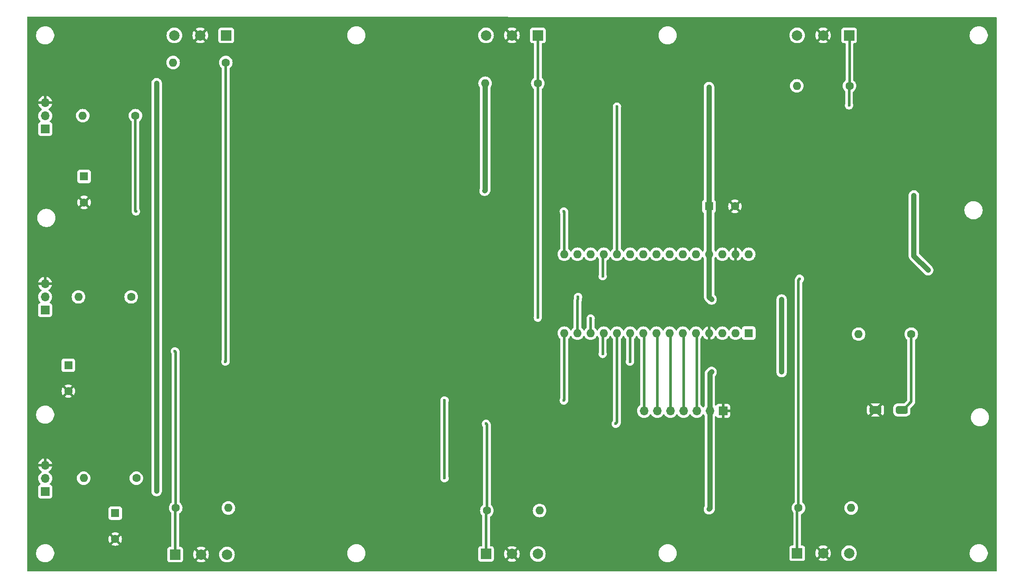
<source format=gbr>
%TF.GenerationSoftware,KiCad,Pcbnew,8.0.3*%
%TF.CreationDate,2024-11-03T12:34:38-05:00*%
%TF.ProjectId,toy,746f792e-6b69-4636-9164-5f7063625858,rev?*%
%TF.SameCoordinates,Original*%
%TF.FileFunction,Copper,L2,Bot*%
%TF.FilePolarity,Positive*%
%FSLAX46Y46*%
G04 Gerber Fmt 4.6, Leading zero omitted, Abs format (unit mm)*
G04 Created by KiCad (PCBNEW 8.0.3) date 2024-11-03 12:34:38*
%MOMM*%
%LPD*%
G01*
G04 APERTURE LIST*
G04 Aperture macros list*
%AMRoundRect*
0 Rectangle with rounded corners*
0 $1 Rounding radius*
0 $2 $3 $4 $5 $6 $7 $8 $9 X,Y pos of 4 corners*
0 Add a 4 corners polygon primitive as box body*
4,1,4,$2,$3,$4,$5,$6,$7,$8,$9,$2,$3,0*
0 Add four circle primitives for the rounded corners*
1,1,$1+$1,$2,$3*
1,1,$1+$1,$4,$5*
1,1,$1+$1,$6,$7*
1,1,$1+$1,$8,$9*
0 Add four rect primitives between the rounded corners*
20,1,$1+$1,$2,$3,$4,$5,0*
20,1,$1+$1,$4,$5,$6,$7,0*
20,1,$1+$1,$6,$7,$8,$9,0*
20,1,$1+$1,$8,$9,$2,$3,0*%
G04 Aperture macros list end*
%TA.AperFunction,ComponentPad*%
%ADD10R,2.000000X2.000000*%
%TD*%
%TA.AperFunction,ComponentPad*%
%ADD11C,2.000000*%
%TD*%
%TA.AperFunction,ComponentPad*%
%ADD12C,1.600000*%
%TD*%
%TA.AperFunction,ComponentPad*%
%ADD13O,1.600000X1.600000*%
%TD*%
%TA.AperFunction,ComponentPad*%
%ADD14R,1.600000X1.600000*%
%TD*%
%TA.AperFunction,ComponentPad*%
%ADD15R,1.700000X1.700000*%
%TD*%
%TA.AperFunction,ComponentPad*%
%ADD16O,1.700000X1.700000*%
%TD*%
%TA.AperFunction,ComponentPad*%
%ADD17RoundRect,0.381000X0.762000X0.381000X-0.762000X0.381000X-0.762000X-0.381000X0.762000X-0.381000X0*%
%TD*%
%TA.AperFunction,ViaPad*%
%ADD18C,0.600000*%
%TD*%
%TA.AperFunction,Conductor*%
%ADD19C,1.016000*%
%TD*%
%TA.AperFunction,Conductor*%
%ADD20C,0.500000*%
%TD*%
G04 APERTURE END LIST*
D10*
%TO.P,U7,1,C*%
%TO.N,/C_sw6*%
X201500000Y-41000000D03*
D11*
%TO.P,U7,2,NO*%
%TO.N,GND*%
X196500000Y-41000000D03*
%TO.P,U7,3,NC*%
%TO.N,unconnected-(U7-NC-Pad3)*%
X191500000Y-41000000D03*
%TD*%
D10*
%TO.P,U6,1,C*%
%TO.N,/C_sw5*%
X191500000Y-141000000D03*
D11*
%TO.P,U6,2,NO*%
%TO.N,GND*%
X196500000Y-141000000D03*
%TO.P,U6,3,NC*%
%TO.N,unconnected-(U6-NC-Pad3)*%
X201500000Y-141000000D03*
%TD*%
D12*
%TO.P,R10,1*%
%TO.N,/C_sw6*%
X201580000Y-50750000D03*
D13*
%TO.P,R10,2*%
%TO.N,VDD*%
X191420000Y-50750000D03*
%TD*%
D12*
%TO.P,R9,1*%
%TO.N,/C_sw5*%
X191750000Y-132250000D03*
D13*
%TO.P,R9,2*%
%TO.N,VDD*%
X201910000Y-132250000D03*
%TD*%
D12*
%TO.P,R8,1*%
%TO.N,/LED3_ctrl*%
X63910000Y-56500000D03*
D13*
%TO.P,R8,2*%
%TO.N,Net-(J4-Pin_2)*%
X53750000Y-56500000D03*
%TD*%
%TO.P,R7,2*%
%TO.N,Net-(J3-Pin_2)*%
X53920000Y-126500000D03*
D12*
%TO.P,R7,1*%
%TO.N,/LED2_ctrl*%
X64080000Y-126500000D03*
%TD*%
D13*
%TO.P,R6,2*%
%TO.N,Net-(J2-Pin_2)*%
X52920000Y-91500000D03*
D12*
%TO.P,R6,1*%
%TO.N,/LED1_ctrl*%
X63080000Y-91500000D03*
%TD*%
D14*
%TO.P,C4,1*%
%TO.N,VDD*%
X50975000Y-104695000D03*
D12*
%TO.P,C4,2*%
%TO.N,GND*%
X50975000Y-109695000D03*
%TD*%
D14*
%TO.P,C3,1*%
%TO.N,VDD*%
X174500000Y-74000000D03*
D12*
%TO.P,C3,2*%
%TO.N,GND*%
X179500000Y-74000000D03*
%TD*%
D14*
%TO.P,C2,1*%
%TO.N,VDD*%
X60000000Y-133250000D03*
D12*
%TO.P,C2,2*%
%TO.N,GND*%
X60000000Y-138250000D03*
%TD*%
D14*
%TO.P,C1,1*%
%TO.N,VDD*%
X54000000Y-68250000D03*
D12*
%TO.P,C1,2*%
%TO.N,GND*%
X54000000Y-73250000D03*
%TD*%
D10*
%TO.P,U4,1,C*%
%TO.N,/C_sw4*%
X141500000Y-41000000D03*
D11*
%TO.P,U4,2,NO*%
%TO.N,GND*%
X136500000Y-41000000D03*
%TO.P,U4,3,NC*%
%TO.N,unconnected-(U4-NC-Pad3)*%
X131500000Y-41000000D03*
%TD*%
D10*
%TO.P,U1,1,C*%
%TO.N,/C_sw1*%
X81410000Y-41000000D03*
D11*
%TO.P,U1,2,NO*%
%TO.N,GND*%
X76410000Y-41000000D03*
%TO.P,U1,3,NC*%
%TO.N,unconnected-(U1-NC-Pad3)*%
X71410000Y-41000000D03*
%TD*%
D15*
%TO.P,J4,1,Pin_1*%
%TO.N,VDD*%
X46500000Y-59080000D03*
D16*
%TO.P,J4,2,Pin_2*%
%TO.N,Net-(J4-Pin_2)*%
X46500000Y-56540000D03*
%TO.P,J4,3,Pin_3*%
%TO.N,GND*%
X46500000Y-54000000D03*
%TD*%
D10*
%TO.P,U3,1,C*%
%TO.N,/C_sw2*%
X131500000Y-141137500D03*
D11*
%TO.P,U3,2,NO*%
%TO.N,GND*%
X136500000Y-141137500D03*
%TO.P,U3,3,NC*%
%TO.N,unconnected-(U3-NC-Pad3)*%
X141500000Y-141137500D03*
%TD*%
D16*
%TO.P,J2,3,Pin_3*%
%TO.N,GND*%
X46475000Y-88945000D03*
%TO.P,J2,2,Pin_2*%
%TO.N,Net-(J2-Pin_2)*%
X46475000Y-91485000D03*
D15*
%TO.P,J2,1,Pin_1*%
%TO.N,VDD*%
X46475000Y-94025000D03*
%TD*%
D10*
%TO.P,U2,1,C*%
%TO.N,/C_sw3*%
X71557500Y-141250000D03*
D11*
%TO.P,U2,2,NO*%
%TO.N,GND*%
X76557500Y-141250000D03*
%TO.P,U2,3,NC*%
%TO.N,unconnected-(U2-NC-Pad3)*%
X81557500Y-141250000D03*
%TD*%
D15*
%TO.P,J3,1,Pin_1*%
%TO.N,VDD*%
X46500000Y-129080000D03*
D16*
%TO.P,J3,2,Pin_2*%
%TO.N,Net-(J3-Pin_2)*%
X46500000Y-126540000D03*
%TO.P,J3,3,Pin_3*%
%TO.N,GND*%
X46500000Y-124000000D03*
%TD*%
D14*
%TO.P,A1,1,TX1*%
%TO.N,/BUZZ*%
X182160000Y-98500000D03*
D13*
%TO.P,A1,2,RX1*%
%TO.N,unconnected-(A1-RX1-Pad2)*%
X179620000Y-98500000D03*
%TO.P,A1,3,~{RESET}*%
%TO.N,unconnected-(A1-~{RESET}-Pad3)*%
X177080000Y-98500000D03*
%TO.P,A1,4,GND*%
%TO.N,GND*%
X174540000Y-98500000D03*
%TO.P,A1,5,D2*%
%TO.N,/D0*%
X172000000Y-98500000D03*
%TO.P,A1,6,D3*%
%TO.N,/D1*%
X169460000Y-98500000D03*
%TO.P,A1,7,D4*%
%TO.N,/D2*%
X166920000Y-98500000D03*
%TO.P,A1,8,D5*%
%TO.N,/D3*%
X164380000Y-98500000D03*
%TO.P,A1,9,D6*%
%TO.N,/VT*%
X161840000Y-98500000D03*
%TO.P,A1,10,D7*%
%TO.N,/C_sw1*%
X159300000Y-98500000D03*
%TO.P,A1,11,D8*%
%TO.N,/C_sw2*%
X156760000Y-98500000D03*
%TO.P,A1,12,D9*%
%TO.N,/C_sw3*%
X154220000Y-98500000D03*
%TO.P,A1,13,D10*%
%TO.N,/C_sw4*%
X151680000Y-98500000D03*
%TO.P,A1,14,MOSI*%
%TO.N,/LED1_ctrl*%
X149140000Y-98500000D03*
%TO.P,A1,15,MISO*%
%TO.N,/LED2_ctrl*%
X146600000Y-98500000D03*
%TO.P,A1,16,SCK*%
%TO.N,/LED3_ctrl*%
X146600000Y-83260000D03*
%TO.P,A1,17,3V3*%
%TO.N,unconnected-(A1-3V3-Pad17)*%
X149140000Y-83260000D03*
%TO.P,A1,18,AREF*%
%TO.N,unconnected-(A1-AREF-Pad18)*%
X151680000Y-83260000D03*
%TO.P,A1,19,A0*%
%TO.N,/C_sw5*%
X154220000Y-83260000D03*
%TO.P,A1,20,A1*%
%TO.N,/C_sw6*%
X156760000Y-83260000D03*
%TO.P,A1,21,A2*%
%TO.N,unconnected-(A1-A2-Pad21)*%
X159300000Y-83260000D03*
%TO.P,A1,22,A3*%
%TO.N,unconnected-(A1-A3-Pad22)*%
X161840000Y-83260000D03*
%TO.P,A1,23,SDA/A4*%
%TO.N,unconnected-(A1-SDA{slash}A4-Pad23)*%
X164380000Y-83260000D03*
%TO.P,A1,24,SCL/A5*%
%TO.N,unconnected-(A1-SCL{slash}A5-Pad24)*%
X166920000Y-83260000D03*
%TO.P,A1,25,A6*%
%TO.N,unconnected-(A1-A6-Pad25)*%
X169460000Y-83260000D03*
%TO.P,A1,26,A7*%
%TO.N,unconnected-(A1-A7-Pad26)*%
X172000000Y-83260000D03*
%TO.P,A1,27,+5V*%
%TO.N,VDD*%
X174540000Y-83260000D03*
%TO.P,A1,28,~{RESET}*%
%TO.N,unconnected-(A1-~{RESET}-Pad28)*%
X177080000Y-83260000D03*
%TO.P,A1,29,GND*%
%TO.N,GND*%
X179620000Y-83260000D03*
%TO.P,A1,30,VIN*%
%TO.N,unconnected-(A1-VIN-Pad30)*%
X182160000Y-83260000D03*
%TD*%
D12*
%TO.P,R2,1*%
%TO.N,/C_sw3*%
X71670000Y-132250000D03*
D13*
%TO.P,R2,2*%
%TO.N,VDD*%
X81830000Y-132250000D03*
%TD*%
D12*
%TO.P,R4,1*%
%TO.N,/C_sw4*%
X141500000Y-50250000D03*
D13*
%TO.P,R4,2*%
%TO.N,VDD*%
X131340000Y-50250000D03*
%TD*%
D12*
%TO.P,R3,1*%
%TO.N,/C_sw2*%
X131670000Y-132750000D03*
D13*
%TO.P,R3,2*%
%TO.N,VDD*%
X141830000Y-132750000D03*
%TD*%
D17*
%TO.P,U5,1,Vdd*%
%TO.N,Net-(U5-Vdd)*%
X211670000Y-113348172D03*
%TO.P,U5,2,GND*%
%TO.N,GND*%
X206590000Y-113348172D03*
%TD*%
D15*
%TO.P,J1,1,Pin_1*%
%TO.N,GND*%
X177200000Y-113500000D03*
D16*
%TO.P,J1,2,Pin_2*%
%TO.N,VDD*%
X174660000Y-113500000D03*
%TO.P,J1,3,Pin_3*%
%TO.N,/D0*%
X172120000Y-113500000D03*
%TO.P,J1,4,Pin_4*%
%TO.N,/D1*%
X169580000Y-113500000D03*
%TO.P,J1,5,Pin_5*%
%TO.N,/D2*%
X167040000Y-113500000D03*
%TO.P,J1,6,Pin_6*%
%TO.N,/D3*%
X164500000Y-113500000D03*
%TO.P,J1,7,Pin_7*%
%TO.N,/VT*%
X161960000Y-113500000D03*
%TD*%
D12*
%TO.P,R1,1*%
%TO.N,/C_sw1*%
X81330000Y-46250000D03*
D13*
%TO.P,R1,2*%
%TO.N,VDD*%
X71170000Y-46250000D03*
%TD*%
D12*
%TO.P,R5,1*%
%TO.N,Net-(U5-Vdd)*%
X213500000Y-98688172D03*
D13*
%TO.P,R5,2*%
%TO.N,/BUZZ*%
X203340000Y-98688172D03*
%TD*%
D18*
%TO.N,VDD*%
X68000000Y-104750000D03*
X174500000Y-51000000D03*
%TO.N,/C_sw3*%
X71500000Y-102000000D03*
%TO.N,/C_sw6*%
X156750000Y-54750000D03*
X201500000Y-54500000D03*
%TO.N,/C_sw5*%
X192000000Y-88000000D03*
X154000000Y-87500000D03*
%TO.N,/C_sw1*%
X81250000Y-104000000D03*
X159250000Y-104000000D03*
%TO.N,/LED1_ctrl*%
X149250000Y-91500000D03*
%TO.N,/LED2_ctrl*%
X123500000Y-126500000D03*
X123500000Y-111500000D03*
X123500000Y-126500000D03*
X146500000Y-111500000D03*
%TO.N,/C_sw2*%
X156500000Y-116000000D03*
X131500000Y-116000000D03*
%TO.N,/LED3_ctrl*%
X64000002Y-75000000D03*
X146500000Y-75000000D03*
%TO.N,/C_sw3*%
X154000000Y-102500000D03*
%TO.N,VDD*%
X174499996Y-132500000D03*
X68000000Y-129000000D03*
X68000000Y-59000000D03*
X68000000Y-50250000D03*
X175000000Y-106000000D03*
X175000000Y-92000000D03*
X188500000Y-92000000D03*
X188500000Y-106000000D03*
X174500000Y-71000000D03*
X131249998Y-71000000D03*
X213999992Y-71920000D03*
%TO.N,/C_sw4*%
X141500000Y-95500000D03*
X151679995Y-95679995D03*
%TD*%
D19*
%TO.N,VDD*%
X174500000Y-71000000D02*
X174500000Y-51000000D01*
D20*
%TO.N,/C_sw3*%
X71500000Y-102000000D02*
X71670000Y-102170000D01*
X71670000Y-102170000D02*
X71670000Y-132250000D01*
X71557500Y-141250000D02*
X71557500Y-132362500D01*
X71557500Y-132362500D02*
X71670000Y-132250000D01*
%TO.N,/C_sw6*%
X201580000Y-50750000D02*
X201580000Y-41080000D01*
X201580000Y-41080000D02*
X201500000Y-41000000D01*
X156760000Y-83260000D02*
X156760000Y-54760000D01*
X156760000Y-54760000D02*
X156750000Y-54750000D01*
X201500000Y-54500000D02*
X201500000Y-50830000D01*
X201500000Y-50830000D02*
X201580000Y-50750000D01*
%TO.N,/C_sw5*%
X191750000Y-132250000D02*
X191750000Y-88250000D01*
X154000000Y-87500000D02*
X154000000Y-83480000D01*
X191750000Y-88250000D02*
X192000000Y-88000000D01*
X154000000Y-83480000D02*
X154220000Y-83260000D01*
X191500000Y-141000000D02*
X191500000Y-132500000D01*
X191500000Y-132500000D02*
X191750000Y-132250000D01*
%TO.N,/C_sw1*%
X159250000Y-104000000D02*
X159300000Y-103950000D01*
X159300000Y-103950000D02*
X159300000Y-98500000D01*
X81330000Y-46250000D02*
X81330000Y-103920000D01*
X81330000Y-103920000D02*
X81250000Y-104000000D01*
%TO.N,/LED1_ctrl*%
X149250000Y-91500000D02*
X149250000Y-92000000D01*
X149140000Y-92110000D02*
X149140000Y-98500000D01*
X149250000Y-92000000D02*
X149140000Y-92110000D01*
%TO.N,/C_sw4*%
X141500000Y-41500000D02*
X141500000Y-95500000D01*
X151680000Y-98500000D02*
X151680000Y-95680000D01*
X151680000Y-95680000D02*
X151679995Y-95679995D01*
D19*
%TO.N,VDD*%
X68000000Y-59000000D02*
X68000000Y-50250000D01*
X68000000Y-129000000D02*
X68000000Y-59000000D01*
X131340000Y-70909998D02*
X131249998Y-71000000D01*
X131340000Y-50250000D02*
X131340000Y-70909998D01*
D20*
%TO.N,/C_sw2*%
X131670000Y-132750000D02*
X131670000Y-132830000D01*
X131670000Y-132830000D02*
X131500000Y-133000000D01*
X131500000Y-133000000D02*
X131500000Y-141137500D01*
X131670000Y-132750000D02*
X131670000Y-116170000D01*
X131670000Y-116170000D02*
X131500000Y-116000000D01*
D19*
%TO.N,VDD*%
X216750000Y-86340000D02*
X213999992Y-83589992D01*
X213999992Y-83589992D02*
X213999992Y-71920000D01*
D20*
%TO.N,/LED3_ctrl*%
X63910000Y-56500000D02*
X63910000Y-74909998D01*
X63910000Y-74909998D02*
X64000002Y-75000000D01*
D19*
%TO.N,VDD*%
X174660000Y-113500000D02*
X174660000Y-132339996D01*
X174660000Y-132339996D02*
X174499996Y-132500000D01*
D20*
%TO.N,/LED2_ctrl*%
X146500000Y-111500000D02*
X146600000Y-111400000D01*
X146600000Y-111400000D02*
X146600000Y-98500000D01*
X123500000Y-126500000D02*
X123500000Y-111500000D01*
%TO.N,/C_sw2*%
X156760000Y-115740000D02*
X156760000Y-98500000D01*
X156500000Y-116000000D02*
X156760000Y-115740000D01*
%TO.N,/D3*%
X164500000Y-98620000D02*
X164380000Y-98500000D01*
X164500000Y-113500000D02*
X164500000Y-98620000D01*
%TO.N,/LED3_ctrl*%
X146600000Y-75100000D02*
X146500000Y-75000000D01*
X146600000Y-83260000D02*
X146600000Y-75100000D01*
%TO.N,/C_sw3*%
X154000000Y-102500000D02*
X154000000Y-98720000D01*
X154000000Y-98720000D02*
X154220000Y-98500000D01*
%TO.N,/D2*%
X167040000Y-98620000D02*
X166920000Y-98500000D01*
X167040000Y-113500000D02*
X167040000Y-98620000D01*
D19*
%TO.N,VDD*%
X174500000Y-83220000D02*
X174540000Y-83260000D01*
X174660000Y-113500000D02*
X174660000Y-106340000D01*
X175000000Y-92000000D02*
X174540000Y-91540000D01*
X188500000Y-106000000D02*
X188500000Y-92000000D01*
X174540000Y-91540000D02*
X174540000Y-83260000D01*
X174660000Y-106340000D02*
X175000000Y-106000000D01*
D20*
%TO.N,/D1*%
X169580000Y-113500000D02*
X169580000Y-98620000D01*
X169580000Y-98620000D02*
X169460000Y-98500000D01*
%TO.N,/VT*%
X161960000Y-113500000D02*
X161960000Y-98620000D01*
X161960000Y-98620000D02*
X161840000Y-98500000D01*
%TO.N,/D0*%
X172120000Y-113500000D02*
X172120000Y-98620000D01*
X172120000Y-98620000D02*
X172000000Y-98500000D01*
%TO.N,Net-(U5-Vdd)*%
X213500000Y-111750000D02*
X212000000Y-113250000D01*
X213500000Y-98688172D02*
X213500000Y-111750000D01*
D19*
%TO.N,VDD*%
X174500000Y-71000000D02*
X174500000Y-83220000D01*
%TD*%
%TA.AperFunction,Conductor*%
%TO.N,GND*%
G36*
X229876063Y-37499938D02*
G01*
X229943091Y-37519656D01*
X229988820Y-37572483D01*
X230000000Y-37623938D01*
X230000000Y-144376000D01*
X229980315Y-144443039D01*
X229927511Y-144488794D01*
X229876000Y-144500000D01*
X43124000Y-144500000D01*
X43056961Y-144480315D01*
X43011206Y-144427511D01*
X43000000Y-144376000D01*
X43000000Y-140885258D01*
X44749500Y-140885258D01*
X44749500Y-141114741D01*
X44767308Y-141249999D01*
X44779452Y-141342238D01*
X44821140Y-141497821D01*
X44838842Y-141563887D01*
X44926650Y-141775876D01*
X44926656Y-141775888D01*
X45012621Y-141924785D01*
X45041392Y-141974617D01*
X45181081Y-142156661D01*
X45181089Y-142156670D01*
X45343330Y-142318911D01*
X45343338Y-142318918D01*
X45525382Y-142458607D01*
X45525385Y-142458608D01*
X45525388Y-142458611D01*
X45724112Y-142573344D01*
X45724117Y-142573346D01*
X45724123Y-142573349D01*
X45806678Y-142607544D01*
X45936113Y-142661158D01*
X46157762Y-142720548D01*
X46374312Y-142749057D01*
X46385250Y-142750498D01*
X46385266Y-142750500D01*
X46385273Y-142750500D01*
X46614727Y-142750500D01*
X46614734Y-142750500D01*
X46842238Y-142720548D01*
X47063887Y-142661158D01*
X47275888Y-142573344D01*
X47474612Y-142458611D01*
X47656661Y-142318919D01*
X47656665Y-142318914D01*
X47656670Y-142318911D01*
X47818911Y-142156670D01*
X47818914Y-142156665D01*
X47818919Y-142156661D01*
X47958611Y-141974612D01*
X48073344Y-141775888D01*
X48161158Y-141563887D01*
X48220548Y-141342238D01*
X48250500Y-141114734D01*
X48250500Y-140885266D01*
X48220548Y-140657762D01*
X48161158Y-140436113D01*
X48073344Y-140224112D01*
X48060656Y-140202135D01*
X70057000Y-140202135D01*
X70057000Y-142297870D01*
X70057001Y-142297876D01*
X70063408Y-142357483D01*
X70113702Y-142492328D01*
X70113706Y-142492335D01*
X70199952Y-142607544D01*
X70199955Y-142607547D01*
X70315164Y-142693793D01*
X70315171Y-142693797D01*
X70450017Y-142744091D01*
X70450016Y-142744091D01*
X70456944Y-142744835D01*
X70509627Y-142750500D01*
X72605372Y-142750499D01*
X72664983Y-142744091D01*
X72799831Y-142693796D01*
X72915046Y-142607546D01*
X73001296Y-142492331D01*
X73051591Y-142357483D01*
X73058000Y-142297873D01*
X73057999Y-141249994D01*
X75052359Y-141249994D01*
X75052359Y-141250005D01*
X75072885Y-141497729D01*
X75072887Y-141497738D01*
X75133912Y-141738717D01*
X75233766Y-141966364D01*
X75334064Y-142119882D01*
X75992887Y-141461059D01*
X75998389Y-141481591D01*
X76077381Y-141618408D01*
X76189092Y-141730119D01*
X76325909Y-141809111D01*
X76346440Y-141814612D01*
X75687442Y-142473609D01*
X75734268Y-142510055D01*
X75734270Y-142510056D01*
X75952885Y-142628364D01*
X75952896Y-142628369D01*
X76188006Y-142709083D01*
X76433207Y-142750000D01*
X76681793Y-142750000D01*
X76926993Y-142709083D01*
X77162103Y-142628369D01*
X77162114Y-142628364D01*
X77380728Y-142510057D01*
X77380731Y-142510055D01*
X77427556Y-142473609D01*
X76768559Y-141814612D01*
X76789091Y-141809111D01*
X76925908Y-141730119D01*
X77037619Y-141618408D01*
X77116611Y-141481591D01*
X77122112Y-141461059D01*
X77780934Y-142119882D01*
X77881231Y-141966369D01*
X77981087Y-141738717D01*
X78042112Y-141497738D01*
X78042114Y-141497729D01*
X78062641Y-141250005D01*
X78062641Y-141249994D01*
X80051857Y-141249994D01*
X80051857Y-141250005D01*
X80072390Y-141497812D01*
X80072392Y-141497824D01*
X80133436Y-141738881D01*
X80233326Y-141966606D01*
X80369333Y-142174782D01*
X80379080Y-142185370D01*
X80537756Y-142357738D01*
X80733991Y-142510474D01*
X80744808Y-142516328D01*
X80951832Y-142628364D01*
X80952690Y-142628828D01*
X81141926Y-142693793D01*
X81186464Y-142709083D01*
X81187886Y-142709571D01*
X81433165Y-142750500D01*
X81681835Y-142750500D01*
X81927114Y-142709571D01*
X82162310Y-142628828D01*
X82381009Y-142510474D01*
X82577244Y-142357738D01*
X82745664Y-142174785D01*
X82881673Y-141966607D01*
X82981563Y-141738881D01*
X83042608Y-141497821D01*
X83043349Y-141488881D01*
X83063143Y-141250005D01*
X83063143Y-141249994D01*
X83042609Y-141002187D01*
X83042607Y-141002175D01*
X83013000Y-140885258D01*
X104749500Y-140885258D01*
X104749500Y-141114741D01*
X104767308Y-141249999D01*
X104779452Y-141342238D01*
X104821140Y-141497821D01*
X104838842Y-141563887D01*
X104926650Y-141775876D01*
X104926656Y-141775888D01*
X105012621Y-141924785D01*
X105041392Y-141974617D01*
X105181081Y-142156661D01*
X105181089Y-142156670D01*
X105343330Y-142318911D01*
X105343338Y-142318918D01*
X105525382Y-142458607D01*
X105525385Y-142458608D01*
X105525388Y-142458611D01*
X105724112Y-142573344D01*
X105724117Y-142573346D01*
X105724123Y-142573349D01*
X105806678Y-142607544D01*
X105936113Y-142661158D01*
X106157762Y-142720548D01*
X106374312Y-142749057D01*
X106385250Y-142750498D01*
X106385266Y-142750500D01*
X106385273Y-142750500D01*
X106614727Y-142750500D01*
X106614734Y-142750500D01*
X106842238Y-142720548D01*
X107063887Y-142661158D01*
X107275888Y-142573344D01*
X107474612Y-142458611D01*
X107656661Y-142318919D01*
X107656665Y-142318914D01*
X107656670Y-142318911D01*
X107818911Y-142156670D01*
X107818914Y-142156665D01*
X107818919Y-142156661D01*
X107958611Y-141974612D01*
X108073344Y-141775888D01*
X108161158Y-141563887D01*
X108220548Y-141342238D01*
X108250500Y-141114734D01*
X108250500Y-140885266D01*
X108220548Y-140657762D01*
X108161158Y-140436113D01*
X108073344Y-140224112D01*
X107995704Y-140089635D01*
X129999500Y-140089635D01*
X129999500Y-142185370D01*
X129999501Y-142185376D01*
X130005908Y-142244983D01*
X130056202Y-142379828D01*
X130056206Y-142379835D01*
X130142452Y-142495044D01*
X130142455Y-142495047D01*
X130257664Y-142581293D01*
X130257671Y-142581297D01*
X130392517Y-142631591D01*
X130392516Y-142631591D01*
X130399444Y-142632335D01*
X130452127Y-142638000D01*
X132547872Y-142637999D01*
X132607483Y-142631591D01*
X132742331Y-142581296D01*
X132857546Y-142495046D01*
X132943796Y-142379831D01*
X132994091Y-142244983D01*
X133000500Y-142185373D01*
X133000499Y-141137494D01*
X134994859Y-141137494D01*
X134994859Y-141137505D01*
X135015385Y-141385229D01*
X135015387Y-141385238D01*
X135076412Y-141626217D01*
X135176266Y-141853864D01*
X135276564Y-142007382D01*
X135935387Y-141348559D01*
X135940889Y-141369091D01*
X136019881Y-141505908D01*
X136131592Y-141617619D01*
X136268409Y-141696611D01*
X136288940Y-141702112D01*
X135629942Y-142361109D01*
X135676768Y-142397555D01*
X135676770Y-142397556D01*
X135895385Y-142515864D01*
X135895396Y-142515869D01*
X136130506Y-142596583D01*
X136375707Y-142637500D01*
X136624293Y-142637500D01*
X136869493Y-142596583D01*
X137104603Y-142515869D01*
X137104614Y-142515864D01*
X137323228Y-142397557D01*
X137323231Y-142397555D01*
X137370056Y-142361109D01*
X136711059Y-141702112D01*
X136731591Y-141696611D01*
X136868408Y-141617619D01*
X136980119Y-141505908D01*
X137059111Y-141369091D01*
X137064612Y-141348560D01*
X137723434Y-142007382D01*
X137823731Y-141853869D01*
X137923587Y-141626217D01*
X137984612Y-141385238D01*
X137984614Y-141385229D01*
X138005141Y-141137505D01*
X138005141Y-141137494D01*
X139994357Y-141137494D01*
X139994357Y-141137505D01*
X140014890Y-141385312D01*
X140014892Y-141385324D01*
X140075936Y-141626381D01*
X140175826Y-141854106D01*
X140311833Y-142062282D01*
X140311836Y-142062285D01*
X140480256Y-142245238D01*
X140676491Y-142397974D01*
X140785840Y-142457151D01*
X140894332Y-142515864D01*
X140895190Y-142516328D01*
X141084426Y-142581293D01*
X141128964Y-142596583D01*
X141130386Y-142597071D01*
X141375665Y-142638000D01*
X141624335Y-142638000D01*
X141869614Y-142597071D01*
X142104810Y-142516328D01*
X142323509Y-142397974D01*
X142519744Y-142245238D01*
X142688164Y-142062285D01*
X142824173Y-141854107D01*
X142924063Y-141626381D01*
X142985108Y-141385321D01*
X142986453Y-141369091D01*
X143005643Y-141137505D01*
X143005643Y-141137494D01*
X142985109Y-140889687D01*
X142985107Y-140889675D01*
X142983988Y-140885258D01*
X164749500Y-140885258D01*
X164749500Y-141114741D01*
X164767308Y-141249999D01*
X164779452Y-141342238D01*
X164821140Y-141497821D01*
X164838842Y-141563887D01*
X164926650Y-141775876D01*
X164926656Y-141775888D01*
X165012621Y-141924785D01*
X165041392Y-141974617D01*
X165181081Y-142156661D01*
X165181089Y-142156670D01*
X165343330Y-142318911D01*
X165343338Y-142318918D01*
X165525382Y-142458607D01*
X165525385Y-142458608D01*
X165525388Y-142458611D01*
X165724112Y-142573344D01*
X165724117Y-142573346D01*
X165724123Y-142573349D01*
X165806678Y-142607544D01*
X165936113Y-142661158D01*
X166157762Y-142720548D01*
X166374312Y-142749057D01*
X166385250Y-142750498D01*
X166385266Y-142750500D01*
X166385273Y-142750500D01*
X166614727Y-142750500D01*
X166614734Y-142750500D01*
X166842238Y-142720548D01*
X167063887Y-142661158D01*
X167275888Y-142573344D01*
X167474612Y-142458611D01*
X167656661Y-142318919D01*
X167656665Y-142318914D01*
X167656670Y-142318911D01*
X167818911Y-142156670D01*
X167818914Y-142156665D01*
X167818919Y-142156661D01*
X167958611Y-141974612D01*
X168073344Y-141775888D01*
X168161158Y-141563887D01*
X168220548Y-141342238D01*
X168250500Y-141114734D01*
X168250500Y-140885266D01*
X168220548Y-140657762D01*
X168161158Y-140436113D01*
X168073344Y-140224112D01*
X167958611Y-140025388D01*
X167958608Y-140025385D01*
X167958607Y-140025382D01*
X167902402Y-139952135D01*
X189999500Y-139952135D01*
X189999500Y-142047870D01*
X189999501Y-142047876D01*
X190005908Y-142107483D01*
X190056202Y-142242328D01*
X190056206Y-142242335D01*
X190142452Y-142357544D01*
X190142455Y-142357547D01*
X190257664Y-142443793D01*
X190257671Y-142443797D01*
X190392517Y-142494091D01*
X190392516Y-142494091D01*
X190399444Y-142494835D01*
X190452127Y-142500500D01*
X192547872Y-142500499D01*
X192607483Y-142494091D01*
X192742331Y-142443796D01*
X192857546Y-142357546D01*
X192943796Y-142242331D01*
X192994091Y-142107483D01*
X193000500Y-142047873D01*
X193000499Y-140999994D01*
X194994859Y-140999994D01*
X194994859Y-141000005D01*
X195015385Y-141247729D01*
X195015387Y-141247738D01*
X195076412Y-141488717D01*
X195176266Y-141716364D01*
X195276564Y-141869882D01*
X195935387Y-141211059D01*
X195940889Y-141231591D01*
X196019881Y-141368408D01*
X196131592Y-141480119D01*
X196268409Y-141559111D01*
X196288940Y-141564612D01*
X195629942Y-142223609D01*
X195676768Y-142260055D01*
X195676770Y-142260056D01*
X195895385Y-142378364D01*
X195895396Y-142378369D01*
X196130506Y-142459083D01*
X196375707Y-142500000D01*
X196624293Y-142500000D01*
X196869493Y-142459083D01*
X197104603Y-142378369D01*
X197104614Y-142378364D01*
X197323228Y-142260057D01*
X197323231Y-142260055D01*
X197370056Y-142223609D01*
X196711059Y-141564612D01*
X196731591Y-141559111D01*
X196868408Y-141480119D01*
X196980119Y-141368408D01*
X197059111Y-141231591D01*
X197064612Y-141211059D01*
X197723434Y-141869882D01*
X197823731Y-141716369D01*
X197923587Y-141488717D01*
X197984612Y-141247738D01*
X197984614Y-141247729D01*
X198005141Y-141000005D01*
X198005141Y-140999994D01*
X199994357Y-140999994D01*
X199994357Y-141000005D01*
X200014890Y-141247812D01*
X200014892Y-141247824D01*
X200075936Y-141488881D01*
X200175826Y-141716606D01*
X200311833Y-141924782D01*
X200311836Y-141924785D01*
X200480256Y-142107738D01*
X200676491Y-142260474D01*
X200676493Y-142260475D01*
X200894332Y-142378364D01*
X200895190Y-142378828D01*
X201084426Y-142443793D01*
X201128964Y-142459083D01*
X201130386Y-142459571D01*
X201375665Y-142500500D01*
X201624335Y-142500500D01*
X201869614Y-142459571D01*
X202104810Y-142378828D01*
X202323509Y-142260474D01*
X202519744Y-142107738D01*
X202688164Y-141924785D01*
X202824173Y-141716607D01*
X202924063Y-141488881D01*
X202985108Y-141247821D01*
X202994249Y-141137505D01*
X203005643Y-141000005D01*
X203005643Y-140999994D01*
X202996136Y-140885258D01*
X224749500Y-140885258D01*
X224749500Y-141114741D01*
X224767308Y-141249999D01*
X224779452Y-141342238D01*
X224821140Y-141497821D01*
X224838842Y-141563887D01*
X224926650Y-141775876D01*
X224926656Y-141775888D01*
X225012621Y-141924785D01*
X225041392Y-141974617D01*
X225181081Y-142156661D01*
X225181089Y-142156670D01*
X225343330Y-142318911D01*
X225343338Y-142318918D01*
X225525382Y-142458607D01*
X225525385Y-142458608D01*
X225525388Y-142458611D01*
X225724112Y-142573344D01*
X225724117Y-142573346D01*
X225724123Y-142573349D01*
X225806678Y-142607544D01*
X225936113Y-142661158D01*
X226157762Y-142720548D01*
X226374312Y-142749057D01*
X226385250Y-142750498D01*
X226385266Y-142750500D01*
X226385273Y-142750500D01*
X226614727Y-142750500D01*
X226614734Y-142750500D01*
X226842238Y-142720548D01*
X227063887Y-142661158D01*
X227275888Y-142573344D01*
X227474612Y-142458611D01*
X227656661Y-142318919D01*
X227656665Y-142318914D01*
X227656670Y-142318911D01*
X227818911Y-142156670D01*
X227818914Y-142156665D01*
X227818919Y-142156661D01*
X227958611Y-141974612D01*
X228073344Y-141775888D01*
X228161158Y-141563887D01*
X228220548Y-141342238D01*
X228250500Y-141114734D01*
X228250500Y-140885266D01*
X228220548Y-140657762D01*
X228161158Y-140436113D01*
X228073344Y-140224112D01*
X227958611Y-140025388D01*
X227958608Y-140025385D01*
X227958607Y-140025382D01*
X227856607Y-139892455D01*
X227818919Y-139843339D01*
X227818918Y-139843338D01*
X227818911Y-139843330D01*
X227656670Y-139681089D01*
X227656661Y-139681081D01*
X227474617Y-139541392D01*
X227463786Y-139535139D01*
X227275888Y-139426656D01*
X227275876Y-139426650D01*
X227063887Y-139338842D01*
X227027245Y-139329024D01*
X226842238Y-139279452D01*
X226804215Y-139274446D01*
X226614741Y-139249500D01*
X226614734Y-139249500D01*
X226385266Y-139249500D01*
X226385258Y-139249500D01*
X226168715Y-139278009D01*
X226157762Y-139279452D01*
X226064076Y-139304554D01*
X225936112Y-139338842D01*
X225724123Y-139426650D01*
X225724109Y-139426657D01*
X225525382Y-139541392D01*
X225343338Y-139681081D01*
X225181081Y-139843338D01*
X225041392Y-140025382D01*
X224926657Y-140224109D01*
X224926650Y-140224123D01*
X224838842Y-140436112D01*
X224779453Y-140657759D01*
X224779451Y-140657770D01*
X224749500Y-140885258D01*
X202996136Y-140885258D01*
X202985109Y-140752187D01*
X202985107Y-140752175D01*
X202924063Y-140511118D01*
X202824173Y-140283393D01*
X202688166Y-140075217D01*
X202646555Y-140030016D01*
X202519744Y-139892262D01*
X202323509Y-139739526D01*
X202323507Y-139739525D01*
X202323506Y-139739524D01*
X202104811Y-139621172D01*
X202104802Y-139621169D01*
X201869616Y-139540429D01*
X201624335Y-139499500D01*
X201375665Y-139499500D01*
X201130383Y-139540429D01*
X200895197Y-139621169D01*
X200895188Y-139621172D01*
X200676493Y-139739524D01*
X200480257Y-139892261D01*
X200311833Y-140075217D01*
X200175826Y-140283393D01*
X200075936Y-140511118D01*
X200014892Y-140752175D01*
X200014890Y-140752187D01*
X199994357Y-140999994D01*
X198005141Y-140999994D01*
X197984614Y-140752270D01*
X197984612Y-140752261D01*
X197923587Y-140511282D01*
X197823731Y-140283630D01*
X197723434Y-140130116D01*
X197064612Y-140788939D01*
X197059111Y-140768409D01*
X196980119Y-140631592D01*
X196868408Y-140519881D01*
X196731591Y-140440889D01*
X196711060Y-140435387D01*
X197370057Y-139776390D01*
X197370056Y-139776389D01*
X197323229Y-139739943D01*
X197104614Y-139621635D01*
X197104603Y-139621630D01*
X196869493Y-139540916D01*
X196624293Y-139500000D01*
X196375707Y-139500000D01*
X196130506Y-139540916D01*
X195895396Y-139621630D01*
X195895390Y-139621632D01*
X195676761Y-139739949D01*
X195629942Y-139776388D01*
X195629942Y-139776390D01*
X196288940Y-140435387D01*
X196268409Y-140440889D01*
X196131592Y-140519881D01*
X196019881Y-140631592D01*
X195940889Y-140768409D01*
X195935387Y-140788939D01*
X195276564Y-140130116D01*
X195176267Y-140283632D01*
X195076412Y-140511282D01*
X195015387Y-140752261D01*
X195015385Y-140752270D01*
X194994859Y-140999994D01*
X193000499Y-140999994D01*
X193000499Y-139952128D01*
X192994091Y-139892517D01*
X192988313Y-139877026D01*
X192943797Y-139757671D01*
X192943793Y-139757664D01*
X192857547Y-139642455D01*
X192857544Y-139642452D01*
X192742335Y-139556206D01*
X192742328Y-139556202D01*
X192607482Y-139505908D01*
X192607483Y-139505908D01*
X192547883Y-139499501D01*
X192547881Y-139499500D01*
X192547873Y-139499500D01*
X192547865Y-139499500D01*
X192374500Y-139499500D01*
X192307461Y-139479815D01*
X192261706Y-139427011D01*
X192250500Y-139375500D01*
X192250500Y-133530552D01*
X192270185Y-133463513D01*
X192322096Y-133418170D01*
X192402734Y-133380568D01*
X192589139Y-133250047D01*
X192750047Y-133089139D01*
X192880568Y-132902734D01*
X192976739Y-132696496D01*
X193035635Y-132476692D01*
X193055468Y-132250000D01*
X193055468Y-132249998D01*
X200604532Y-132249998D01*
X200604532Y-132250001D01*
X200624364Y-132476686D01*
X200624366Y-132476697D01*
X200683258Y-132696488D01*
X200683261Y-132696497D01*
X200779431Y-132902732D01*
X200779432Y-132902734D01*
X200909954Y-133089141D01*
X201070858Y-133250045D01*
X201070861Y-133250047D01*
X201257266Y-133380568D01*
X201463504Y-133476739D01*
X201683308Y-133535635D01*
X201845230Y-133549801D01*
X201909998Y-133555468D01*
X201910000Y-133555468D01*
X201910002Y-133555468D01*
X201966673Y-133550509D01*
X202136692Y-133535635D01*
X202356496Y-133476739D01*
X202562734Y-133380568D01*
X202749139Y-133250047D01*
X202910047Y-133089139D01*
X203040568Y-132902734D01*
X203136739Y-132696496D01*
X203195635Y-132476692D01*
X203215468Y-132250000D01*
X203195635Y-132023308D01*
X203136739Y-131803504D01*
X203040568Y-131597266D01*
X202942839Y-131457693D01*
X202910045Y-131410858D01*
X202749141Y-131249954D01*
X202562734Y-131119432D01*
X202562732Y-131119431D01*
X202356497Y-131023261D01*
X202356488Y-131023258D01*
X202136697Y-130964366D01*
X202136693Y-130964365D01*
X202136692Y-130964365D01*
X202136691Y-130964364D01*
X202136686Y-130964364D01*
X201910002Y-130944532D01*
X201909998Y-130944532D01*
X201683313Y-130964364D01*
X201683302Y-130964366D01*
X201463511Y-131023258D01*
X201463502Y-131023261D01*
X201257267Y-131119431D01*
X201257265Y-131119432D01*
X201070858Y-131249954D01*
X200909954Y-131410858D01*
X200779432Y-131597265D01*
X200779431Y-131597267D01*
X200683261Y-131803502D01*
X200683258Y-131803511D01*
X200624366Y-132023302D01*
X200624364Y-132023313D01*
X200604532Y-132249998D01*
X193055468Y-132249998D01*
X193035635Y-132023308D01*
X192976739Y-131803504D01*
X192880568Y-131597266D01*
X192787510Y-131464364D01*
X192750048Y-131410862D01*
X192750044Y-131410858D01*
X192589139Y-131249953D01*
X192584373Y-131246615D01*
X192553375Y-131224910D01*
X192509751Y-131170332D01*
X192500500Y-131123336D01*
X192500500Y-114635258D01*
X224999500Y-114635258D01*
X224999500Y-114864741D01*
X225020715Y-115025876D01*
X225029452Y-115092238D01*
X225078211Y-115274211D01*
X225088842Y-115313887D01*
X225176650Y-115525876D01*
X225176657Y-115525890D01*
X225291392Y-115724617D01*
X225431081Y-115906661D01*
X225431089Y-115906670D01*
X225593330Y-116068911D01*
X225593338Y-116068918D01*
X225775382Y-116208607D01*
X225775385Y-116208608D01*
X225775388Y-116208611D01*
X225974112Y-116323344D01*
X225974117Y-116323346D01*
X225974123Y-116323349D01*
X226037294Y-116349515D01*
X226186113Y-116411158D01*
X226407762Y-116470548D01*
X226635266Y-116500500D01*
X226635273Y-116500500D01*
X226864727Y-116500500D01*
X226864734Y-116500500D01*
X227092238Y-116470548D01*
X227313887Y-116411158D01*
X227525888Y-116323344D01*
X227724612Y-116208611D01*
X227906661Y-116068919D01*
X227906665Y-116068914D01*
X227906670Y-116068911D01*
X228068911Y-115906670D01*
X228068914Y-115906665D01*
X228068919Y-115906661D01*
X228208611Y-115724612D01*
X228323344Y-115525888D01*
X228411158Y-115313887D01*
X228470548Y-115092238D01*
X228500500Y-114864734D01*
X228500500Y-114635266D01*
X228470548Y-114407762D01*
X228411158Y-114186113D01*
X228348471Y-114034774D01*
X228323349Y-113974123D01*
X228323346Y-113974117D01*
X228323344Y-113974112D01*
X228208611Y-113775388D01*
X228208608Y-113775385D01*
X228208607Y-113775382D01*
X228068918Y-113593338D01*
X228068911Y-113593330D01*
X227906670Y-113431089D01*
X227906661Y-113431081D01*
X227724617Y-113291392D01*
X227525890Y-113176657D01*
X227525876Y-113176650D01*
X227313887Y-113088842D01*
X227092238Y-113029452D01*
X227054215Y-113024446D01*
X226864741Y-112999500D01*
X226864734Y-112999500D01*
X226635266Y-112999500D01*
X226635258Y-112999500D01*
X226419041Y-113027967D01*
X226407762Y-113029452D01*
X226314076Y-113054554D01*
X226186112Y-113088842D01*
X225974123Y-113176650D01*
X225974109Y-113176657D01*
X225775382Y-113291392D01*
X225593338Y-113431081D01*
X225431081Y-113593338D01*
X225291392Y-113775382D01*
X225176657Y-113974109D01*
X225176650Y-113974123D01*
X225088842Y-114186112D01*
X225054554Y-114314076D01*
X225032110Y-114397844D01*
X225029453Y-114407759D01*
X225029451Y-114407770D01*
X224999500Y-114635258D01*
X192500500Y-114635258D01*
X192500500Y-112890567D01*
X204947000Y-112890567D01*
X204947000Y-113805777D01*
X204947001Y-113805781D01*
X204949917Y-113848804D01*
X204949917Y-113848806D01*
X204996165Y-114034774D01*
X205081307Y-114206447D01*
X205201363Y-114355804D01*
X205216580Y-114368036D01*
X206025387Y-113559230D01*
X206030889Y-113579763D01*
X206109881Y-113716580D01*
X206221592Y-113828291D01*
X206358409Y-113907283D01*
X206378940Y-113912784D01*
X205689228Y-114602494D01*
X205689228Y-114602495D01*
X205708360Y-114607253D01*
X205751395Y-114610171D01*
X207428605Y-114610171D01*
X207428609Y-114610170D01*
X207471627Y-114607255D01*
X207471637Y-114607253D01*
X207490769Y-114602494D01*
X206801059Y-113912784D01*
X206821591Y-113907283D01*
X206958408Y-113828291D01*
X207070119Y-113716580D01*
X207149111Y-113579763D01*
X207154612Y-113559231D01*
X207963417Y-114368036D01*
X207978635Y-114355803D01*
X208098692Y-114206447D01*
X208183834Y-114034774D01*
X208230081Y-113848812D01*
X208232999Y-113805776D01*
X208232999Y-112890566D01*
X208232998Y-112890562D01*
X208232995Y-112890517D01*
X210026500Y-112890517D01*
X210026500Y-113805828D01*
X210026501Y-113805831D01*
X210029418Y-113848873D01*
X210029418Y-113848874D01*
X210075694Y-114034950D01*
X210160881Y-114206715D01*
X210160883Y-114206718D01*
X210281009Y-114356161D01*
X210281010Y-114356162D01*
X210430453Y-114476288D01*
X210430456Y-114476290D01*
X210534892Y-114528085D01*
X210602225Y-114561479D01*
X210752013Y-114598730D01*
X210788291Y-114607752D01*
X210788292Y-114607752D01*
X210788296Y-114607753D01*
X210831343Y-114610672D01*
X212508656Y-114610671D01*
X212551704Y-114607753D01*
X212737775Y-114561479D01*
X212909547Y-114476288D01*
X213058990Y-114356162D01*
X213179116Y-114206719D01*
X213264307Y-114034947D01*
X213310581Y-113848876D01*
X213313500Y-113805829D01*
X213313499Y-113049228D01*
X213333183Y-112982190D01*
X213349813Y-112961553D01*
X214082951Y-112228416D01*
X214165084Y-112105495D01*
X214221658Y-111968913D01*
X214250500Y-111823918D01*
X214250500Y-111676083D01*
X214250500Y-99814834D01*
X214270185Y-99747795D01*
X214303379Y-99713258D01*
X214307052Y-99710686D01*
X214339139Y-99688219D01*
X214500047Y-99527311D01*
X214630568Y-99340906D01*
X214726739Y-99134668D01*
X214785635Y-98914864D01*
X214805468Y-98688172D01*
X214785635Y-98461480D01*
X214726739Y-98241676D01*
X214630568Y-98035438D01*
X214500047Y-97849033D01*
X214500045Y-97849030D01*
X214339141Y-97688126D01*
X214152734Y-97557604D01*
X214152732Y-97557603D01*
X213946497Y-97461433D01*
X213946488Y-97461430D01*
X213726697Y-97402538D01*
X213726693Y-97402537D01*
X213726692Y-97402537D01*
X213726691Y-97402536D01*
X213726686Y-97402536D01*
X213500002Y-97382704D01*
X213499998Y-97382704D01*
X213273313Y-97402536D01*
X213273302Y-97402538D01*
X213053511Y-97461430D01*
X213053502Y-97461433D01*
X212847267Y-97557603D01*
X212847265Y-97557604D01*
X212660858Y-97688126D01*
X212499954Y-97849030D01*
X212369432Y-98035437D01*
X212369431Y-98035439D01*
X212273261Y-98241674D01*
X212273258Y-98241683D01*
X212214366Y-98461474D01*
X212214364Y-98461485D01*
X212194532Y-98688170D01*
X212194532Y-98688173D01*
X212214364Y-98914858D01*
X212214366Y-98914869D01*
X212273258Y-99134660D01*
X212273261Y-99134669D01*
X212369431Y-99340904D01*
X212369432Y-99340906D01*
X212499954Y-99527313D01*
X212660859Y-99688218D01*
X212696621Y-99713258D01*
X212740247Y-99767834D01*
X212749500Y-99814834D01*
X212749500Y-111387770D01*
X212729815Y-111454809D01*
X212713181Y-111475451D01*
X212139278Y-112049353D01*
X212077955Y-112082838D01*
X212051597Y-112085672D01*
X210831343Y-112085672D01*
X210831340Y-112085673D01*
X210788298Y-112088590D01*
X210788297Y-112088590D01*
X210602221Y-112134866D01*
X210430456Y-112220053D01*
X210430453Y-112220055D01*
X210281010Y-112340181D01*
X210281009Y-112340182D01*
X210160883Y-112489625D01*
X210160881Y-112489628D01*
X210075694Y-112661393D01*
X210029419Y-112847463D01*
X210026500Y-112890517D01*
X208232995Y-112890517D01*
X208230082Y-112847539D01*
X208230082Y-112847537D01*
X208183834Y-112661569D01*
X208098692Y-112489896D01*
X207978637Y-112340541D01*
X207978629Y-112340534D01*
X207963418Y-112328305D01*
X207154612Y-113137111D01*
X207149111Y-113116581D01*
X207070119Y-112979764D01*
X206958408Y-112868053D01*
X206821591Y-112789061D01*
X206801059Y-112783559D01*
X207490770Y-112093848D01*
X207490769Y-112093847D01*
X207471643Y-112089091D01*
X207471638Y-112089090D01*
X207428604Y-112086172D01*
X205751394Y-112086172D01*
X205751390Y-112086173D01*
X205708369Y-112089089D01*
X205689229Y-112093848D01*
X206378940Y-112783559D01*
X206358409Y-112789061D01*
X206221592Y-112868053D01*
X206109881Y-112979764D01*
X206030889Y-113116581D01*
X206025387Y-113137111D01*
X205216581Y-112328305D01*
X205201368Y-112340535D01*
X205201362Y-112340541D01*
X205081307Y-112489896D01*
X204996165Y-112661569D01*
X204949918Y-112847531D01*
X204947000Y-112890567D01*
X192500500Y-112890567D01*
X192500500Y-98688170D01*
X202034532Y-98688170D01*
X202034532Y-98688173D01*
X202054364Y-98914858D01*
X202054366Y-98914869D01*
X202113258Y-99134660D01*
X202113261Y-99134669D01*
X202209431Y-99340904D01*
X202209432Y-99340906D01*
X202339954Y-99527313D01*
X202500858Y-99688217D01*
X202500861Y-99688219D01*
X202687266Y-99818740D01*
X202893504Y-99914911D01*
X203113308Y-99973807D01*
X203275230Y-99987973D01*
X203339998Y-99993640D01*
X203340000Y-99993640D01*
X203340002Y-99993640D01*
X203396673Y-99988681D01*
X203566692Y-99973807D01*
X203786496Y-99914911D01*
X203992734Y-99818740D01*
X204179139Y-99688219D01*
X204340047Y-99527311D01*
X204470568Y-99340906D01*
X204566739Y-99134668D01*
X204625635Y-98914864D01*
X204645468Y-98688172D01*
X204625635Y-98461480D01*
X204566739Y-98241676D01*
X204470568Y-98035438D01*
X204340047Y-97849033D01*
X204340045Y-97849030D01*
X204179141Y-97688126D01*
X203992734Y-97557604D01*
X203992732Y-97557603D01*
X203786497Y-97461433D01*
X203786488Y-97461430D01*
X203566697Y-97402538D01*
X203566693Y-97402537D01*
X203566692Y-97402537D01*
X203566691Y-97402536D01*
X203566686Y-97402536D01*
X203340002Y-97382704D01*
X203339998Y-97382704D01*
X203113313Y-97402536D01*
X203113302Y-97402538D01*
X202893511Y-97461430D01*
X202893502Y-97461433D01*
X202687267Y-97557603D01*
X202687265Y-97557604D01*
X202500858Y-97688126D01*
X202339954Y-97849030D01*
X202209432Y-98035437D01*
X202209431Y-98035439D01*
X202113261Y-98241674D01*
X202113258Y-98241683D01*
X202054366Y-98461474D01*
X202054364Y-98461485D01*
X202034532Y-98688170D01*
X192500500Y-98688170D01*
X192500500Y-88682940D01*
X192520185Y-88615901D01*
X192536819Y-88595259D01*
X192629816Y-88502262D01*
X192725789Y-88349522D01*
X192785368Y-88179255D01*
X192785726Y-88176079D01*
X192805565Y-88000003D01*
X192805565Y-87999996D01*
X192785369Y-87820750D01*
X192785368Y-87820745D01*
X192725789Y-87650478D01*
X192629816Y-87497738D01*
X192502262Y-87370184D01*
X192423584Y-87320747D01*
X192349523Y-87274211D01*
X192179254Y-87214631D01*
X192179249Y-87214630D01*
X192000004Y-87194435D01*
X191999996Y-87194435D01*
X191820750Y-87214630D01*
X191820745Y-87214631D01*
X191650476Y-87274211D01*
X191497737Y-87370184D01*
X191370184Y-87497737D01*
X191274212Y-87650475D01*
X191271191Y-87656750D01*
X191269361Y-87655869D01*
X191246695Y-87691935D01*
X191167048Y-87771583D01*
X191167043Y-87771589D01*
X191119210Y-87843180D01*
X191119209Y-87843182D01*
X191102062Y-87868843D01*
X191084916Y-87894504D01*
X191084912Y-87894511D01*
X191028343Y-88031082D01*
X191028340Y-88031092D01*
X190999500Y-88176079D01*
X190999500Y-131123336D01*
X190979815Y-131190375D01*
X190946625Y-131224910D01*
X190910863Y-131249951D01*
X190749951Y-131410862D01*
X190619432Y-131597265D01*
X190619431Y-131597267D01*
X190523261Y-131803502D01*
X190523258Y-131803511D01*
X190464366Y-132023302D01*
X190464364Y-132023313D01*
X190444532Y-132249998D01*
X190444532Y-132250001D01*
X190464364Y-132476686D01*
X190464366Y-132476697D01*
X190523258Y-132696488D01*
X190523261Y-132696497D01*
X190619431Y-132902732D01*
X190619432Y-132902734D01*
X190675550Y-132982880D01*
X190727075Y-133056465D01*
X190749402Y-133122671D01*
X190749500Y-133127588D01*
X190749500Y-139375500D01*
X190729815Y-139442539D01*
X190677011Y-139488294D01*
X190625501Y-139499500D01*
X190452130Y-139499500D01*
X190452123Y-139499501D01*
X190392516Y-139505908D01*
X190257671Y-139556202D01*
X190257664Y-139556206D01*
X190142455Y-139642452D01*
X190142452Y-139642455D01*
X190056206Y-139757664D01*
X190056202Y-139757671D01*
X190005908Y-139892517D01*
X189999501Y-139952116D01*
X189999501Y-139952123D01*
X189999500Y-139952135D01*
X167902402Y-139952135D01*
X167856607Y-139892455D01*
X167818919Y-139843339D01*
X167818918Y-139843338D01*
X167818911Y-139843330D01*
X167656670Y-139681089D01*
X167656661Y-139681081D01*
X167474617Y-139541392D01*
X167463786Y-139535139D01*
X167275888Y-139426656D01*
X167275876Y-139426650D01*
X167063887Y-139338842D01*
X167027245Y-139329024D01*
X166842238Y-139279452D01*
X166804215Y-139274446D01*
X166614741Y-139249500D01*
X166614734Y-139249500D01*
X166385266Y-139249500D01*
X166385258Y-139249500D01*
X166168715Y-139278009D01*
X166157762Y-139279452D01*
X166064076Y-139304554D01*
X165936112Y-139338842D01*
X165724123Y-139426650D01*
X165724109Y-139426657D01*
X165525382Y-139541392D01*
X165343338Y-139681081D01*
X165181081Y-139843338D01*
X165041392Y-140025382D01*
X164926657Y-140224109D01*
X164926650Y-140224123D01*
X164838842Y-140436112D01*
X164779453Y-140657759D01*
X164779451Y-140657770D01*
X164749500Y-140885258D01*
X142983988Y-140885258D01*
X142924063Y-140648618D01*
X142824173Y-140420893D01*
X142688166Y-140212717D01*
X142623307Y-140142262D01*
X142519744Y-140029762D01*
X142323509Y-139877026D01*
X142323507Y-139877025D01*
X142323506Y-139877024D01*
X142104811Y-139758672D01*
X142104802Y-139758669D01*
X141869616Y-139677929D01*
X141624335Y-139637000D01*
X141375665Y-139637000D01*
X141130383Y-139677929D01*
X140895197Y-139758669D01*
X140895188Y-139758672D01*
X140676493Y-139877024D01*
X140480257Y-140029761D01*
X140311833Y-140212717D01*
X140175826Y-140420893D01*
X140075936Y-140648618D01*
X140014892Y-140889675D01*
X140014890Y-140889687D01*
X139994357Y-141137494D01*
X138005141Y-141137494D01*
X137984614Y-140889770D01*
X137984612Y-140889761D01*
X137923587Y-140648782D01*
X137823731Y-140421130D01*
X137723434Y-140267616D01*
X137064612Y-140926439D01*
X137059111Y-140905909D01*
X136980119Y-140769092D01*
X136868408Y-140657381D01*
X136731591Y-140578389D01*
X136711060Y-140572887D01*
X137370057Y-139913890D01*
X137370056Y-139913889D01*
X137323229Y-139877443D01*
X137104614Y-139759135D01*
X137104603Y-139759130D01*
X136869493Y-139678416D01*
X136624293Y-139637500D01*
X136375707Y-139637500D01*
X136130506Y-139678416D01*
X135895396Y-139759130D01*
X135895390Y-139759132D01*
X135676761Y-139877449D01*
X135629942Y-139913888D01*
X135629942Y-139913890D01*
X136288940Y-140572887D01*
X136268409Y-140578389D01*
X136131592Y-140657381D01*
X136019881Y-140769092D01*
X135940889Y-140905909D01*
X135935387Y-140926439D01*
X135276564Y-140267616D01*
X135176267Y-140421132D01*
X135076412Y-140648782D01*
X135015387Y-140889761D01*
X135015385Y-140889770D01*
X134994859Y-141137494D01*
X133000499Y-141137494D01*
X133000499Y-140089628D01*
X132994091Y-140030017D01*
X132992738Y-140026390D01*
X132943797Y-139895171D01*
X132943793Y-139895164D01*
X132857547Y-139779955D01*
X132857544Y-139779952D01*
X132742335Y-139693706D01*
X132742328Y-139693702D01*
X132607482Y-139643408D01*
X132607483Y-139643408D01*
X132547883Y-139637001D01*
X132547881Y-139637000D01*
X132547873Y-139637000D01*
X132547865Y-139637000D01*
X132374500Y-139637000D01*
X132307461Y-139617315D01*
X132261706Y-139564511D01*
X132250500Y-139513000D01*
X132250500Y-133993247D01*
X132270185Y-133926208D01*
X132318478Y-133884029D01*
X132318043Y-133883276D01*
X132321871Y-133881065D01*
X132322106Y-133880860D01*
X132322734Y-133880568D01*
X132509139Y-133750047D01*
X132670047Y-133589139D01*
X132800568Y-133402734D01*
X132896739Y-133196496D01*
X132955635Y-132976692D01*
X132975468Y-132750000D01*
X132975468Y-132749998D01*
X140524532Y-132749998D01*
X140524532Y-132750001D01*
X140544364Y-132976686D01*
X140544366Y-132976697D01*
X140603258Y-133196488D01*
X140603261Y-133196497D01*
X140699431Y-133402732D01*
X140699432Y-133402734D01*
X140829954Y-133589141D01*
X140990858Y-133750045D01*
X140990861Y-133750047D01*
X141177266Y-133880568D01*
X141383504Y-133976739D01*
X141603308Y-134035635D01*
X141765230Y-134049801D01*
X141829998Y-134055468D01*
X141830000Y-134055468D01*
X141830002Y-134055468D01*
X141886673Y-134050509D01*
X142056692Y-134035635D01*
X142276496Y-133976739D01*
X142482734Y-133880568D01*
X142669139Y-133750047D01*
X142830047Y-133589139D01*
X142960568Y-133402734D01*
X143056739Y-133196496D01*
X143115635Y-132976692D01*
X143135468Y-132750000D01*
X143115635Y-132523308D01*
X143056739Y-132303504D01*
X142960568Y-132097266D01*
X142830047Y-131910861D01*
X142830045Y-131910858D01*
X142669141Y-131749954D01*
X142482734Y-131619432D01*
X142482732Y-131619431D01*
X142276497Y-131523261D01*
X142276488Y-131523258D01*
X142056697Y-131464366D01*
X142056693Y-131464365D01*
X142056692Y-131464365D01*
X142056691Y-131464364D01*
X142056686Y-131464364D01*
X141830002Y-131444532D01*
X141829998Y-131444532D01*
X141603313Y-131464364D01*
X141603302Y-131464366D01*
X141383511Y-131523258D01*
X141383502Y-131523261D01*
X141177267Y-131619431D01*
X141177265Y-131619432D01*
X140990858Y-131749954D01*
X140829954Y-131910858D01*
X140699432Y-132097265D01*
X140699431Y-132097267D01*
X140603261Y-132303502D01*
X140603258Y-132303511D01*
X140544366Y-132523302D01*
X140544364Y-132523313D01*
X140524532Y-132749998D01*
X132975468Y-132749998D01*
X132955635Y-132523308D01*
X132896739Y-132303504D01*
X132800568Y-132097266D01*
X132670047Y-131910861D01*
X132509139Y-131749953D01*
X132504373Y-131746615D01*
X132473375Y-131724910D01*
X132429751Y-131670332D01*
X132420500Y-131623336D01*
X132420500Y-116096079D01*
X132391659Y-115951092D01*
X132391658Y-115951091D01*
X132391658Y-115951087D01*
X132375119Y-115911158D01*
X132335087Y-115814511D01*
X132335080Y-115814498D01*
X132252951Y-115691584D01*
X132249086Y-115686874D01*
X132249771Y-115686311D01*
X132230642Y-115655869D01*
X132228810Y-115656752D01*
X132225791Y-115650485D01*
X132225789Y-115650478D01*
X132129816Y-115497738D01*
X132002262Y-115370184D01*
X131990499Y-115362793D01*
X131849523Y-115274211D01*
X131679254Y-115214631D01*
X131679249Y-115214630D01*
X131500004Y-115194435D01*
X131499996Y-115194435D01*
X131320750Y-115214630D01*
X131320745Y-115214631D01*
X131150476Y-115274211D01*
X130997737Y-115370184D01*
X130870184Y-115497737D01*
X130774211Y-115650476D01*
X130714631Y-115820745D01*
X130714630Y-115820750D01*
X130694435Y-115999996D01*
X130694435Y-116000003D01*
X130714630Y-116179249D01*
X130714631Y-116179254D01*
X130774211Y-116349523D01*
X130870184Y-116502262D01*
X130883181Y-116515259D01*
X130916666Y-116576582D01*
X130919500Y-116602940D01*
X130919500Y-131623336D01*
X130899815Y-131690375D01*
X130866625Y-131724910D01*
X130830863Y-131749951D01*
X130669951Y-131910862D01*
X130539432Y-132097265D01*
X130539431Y-132097267D01*
X130443261Y-132303502D01*
X130443258Y-132303511D01*
X130384366Y-132523302D01*
X130384364Y-132523313D01*
X130364532Y-132749998D01*
X130364532Y-132750001D01*
X130384364Y-132976686D01*
X130384366Y-132976697D01*
X130443258Y-133196488D01*
X130443261Y-133196497D01*
X130539431Y-133402732D01*
X130539432Y-133402734D01*
X130669953Y-133589140D01*
X130713180Y-133632366D01*
X130746666Y-133693689D01*
X130749500Y-133720048D01*
X130749500Y-139513000D01*
X130729815Y-139580039D01*
X130677011Y-139625794D01*
X130625501Y-139637000D01*
X130452130Y-139637000D01*
X130452123Y-139637001D01*
X130392516Y-139643408D01*
X130257671Y-139693702D01*
X130257664Y-139693706D01*
X130142455Y-139779952D01*
X130142452Y-139779955D01*
X130056206Y-139895164D01*
X130056202Y-139895171D01*
X130005908Y-140030017D01*
X130001049Y-140075217D01*
X129999501Y-140089623D01*
X129999500Y-140089635D01*
X107995704Y-140089635D01*
X107958611Y-140025388D01*
X107958608Y-140025385D01*
X107958607Y-140025382D01*
X107856607Y-139892455D01*
X107818919Y-139843339D01*
X107818918Y-139843338D01*
X107818911Y-139843330D01*
X107656670Y-139681089D01*
X107656661Y-139681081D01*
X107474617Y-139541392D01*
X107463786Y-139535139D01*
X107275888Y-139426656D01*
X107275876Y-139426650D01*
X107063887Y-139338842D01*
X107027245Y-139329024D01*
X106842238Y-139279452D01*
X106804215Y-139274446D01*
X106614741Y-139249500D01*
X106614734Y-139249500D01*
X106385266Y-139249500D01*
X106385258Y-139249500D01*
X106168715Y-139278009D01*
X106157762Y-139279452D01*
X106064076Y-139304554D01*
X105936112Y-139338842D01*
X105724123Y-139426650D01*
X105724109Y-139426657D01*
X105525382Y-139541392D01*
X105343338Y-139681081D01*
X105181081Y-139843338D01*
X105041392Y-140025382D01*
X104926657Y-140224109D01*
X104926650Y-140224123D01*
X104838842Y-140436112D01*
X104779453Y-140657759D01*
X104779451Y-140657770D01*
X104749500Y-140885258D01*
X83013000Y-140885258D01*
X82981563Y-140761118D01*
X82881673Y-140533393D01*
X82745666Y-140325217D01*
X82642102Y-140212717D01*
X82577244Y-140142262D01*
X82381009Y-139989526D01*
X82381007Y-139989525D01*
X82381006Y-139989524D01*
X82162311Y-139871172D01*
X82162302Y-139871169D01*
X81927116Y-139790429D01*
X81681835Y-139749500D01*
X81433165Y-139749500D01*
X81187883Y-139790429D01*
X80952697Y-139871169D01*
X80952688Y-139871172D01*
X80733993Y-139989524D01*
X80537757Y-140142261D01*
X80369333Y-140325217D01*
X80233326Y-140533393D01*
X80133436Y-140761118D01*
X80072392Y-141002175D01*
X80072390Y-141002187D01*
X80051857Y-141249994D01*
X78062641Y-141249994D01*
X78042114Y-141002270D01*
X78042112Y-141002261D01*
X77981087Y-140761282D01*
X77881231Y-140533630D01*
X77780934Y-140380116D01*
X77122112Y-141038939D01*
X77116611Y-141018409D01*
X77037619Y-140881592D01*
X76925908Y-140769881D01*
X76789091Y-140690889D01*
X76768560Y-140685387D01*
X77427557Y-140026390D01*
X77427556Y-140026389D01*
X77380729Y-139989943D01*
X77162114Y-139871635D01*
X77162103Y-139871630D01*
X76926993Y-139790916D01*
X76681793Y-139750000D01*
X76433207Y-139750000D01*
X76188006Y-139790916D01*
X75952896Y-139871630D01*
X75952890Y-139871632D01*
X75734261Y-139989949D01*
X75687442Y-140026388D01*
X75687442Y-140026390D01*
X76346440Y-140685387D01*
X76325909Y-140690889D01*
X76189092Y-140769881D01*
X76077381Y-140881592D01*
X75998389Y-141018409D01*
X75992887Y-141038939D01*
X75334064Y-140380116D01*
X75233767Y-140533632D01*
X75133912Y-140761282D01*
X75072887Y-141002261D01*
X75072885Y-141002270D01*
X75052359Y-141249994D01*
X73057999Y-141249994D01*
X73057999Y-140202128D01*
X73051591Y-140142517D01*
X73031867Y-140089635D01*
X73001297Y-140007671D01*
X73001293Y-140007664D01*
X72915047Y-139892455D01*
X72915044Y-139892452D01*
X72799835Y-139806206D01*
X72799828Y-139806202D01*
X72664982Y-139755908D01*
X72664983Y-139755908D01*
X72605383Y-139749501D01*
X72605381Y-139749500D01*
X72605373Y-139749500D01*
X72605365Y-139749500D01*
X72432000Y-139749500D01*
X72364961Y-139729815D01*
X72319206Y-139677011D01*
X72308000Y-139625500D01*
X72308000Y-133455435D01*
X72327685Y-133388396D01*
X72360877Y-133353860D01*
X72509139Y-133250047D01*
X72670047Y-133089139D01*
X72800568Y-132902734D01*
X72896739Y-132696496D01*
X72955635Y-132476692D01*
X72975468Y-132250000D01*
X72975468Y-132249998D01*
X80524532Y-132249998D01*
X80524532Y-132250001D01*
X80544364Y-132476686D01*
X80544366Y-132476697D01*
X80603258Y-132696488D01*
X80603261Y-132696497D01*
X80699431Y-132902732D01*
X80699432Y-132902734D01*
X80829954Y-133089141D01*
X80990858Y-133250045D01*
X80990861Y-133250047D01*
X81177266Y-133380568D01*
X81383504Y-133476739D01*
X81603308Y-133535635D01*
X81765230Y-133549801D01*
X81829998Y-133555468D01*
X81830000Y-133555468D01*
X81830002Y-133555468D01*
X81886673Y-133550509D01*
X82056692Y-133535635D01*
X82276496Y-133476739D01*
X82482734Y-133380568D01*
X82669139Y-133250047D01*
X82830047Y-133089139D01*
X82960568Y-132902734D01*
X83056739Y-132696496D01*
X83115635Y-132476692D01*
X83135468Y-132250000D01*
X83115635Y-132023308D01*
X83056739Y-131803504D01*
X82960568Y-131597266D01*
X82862839Y-131457693D01*
X82830045Y-131410858D01*
X82669141Y-131249954D01*
X82482734Y-131119432D01*
X82482732Y-131119431D01*
X82276497Y-131023261D01*
X82276488Y-131023258D01*
X82056697Y-130964366D01*
X82056693Y-130964365D01*
X82056692Y-130964365D01*
X82056691Y-130964364D01*
X82056686Y-130964364D01*
X81830002Y-130944532D01*
X81829998Y-130944532D01*
X81603313Y-130964364D01*
X81603302Y-130964366D01*
X81383511Y-131023258D01*
X81383502Y-131023261D01*
X81177267Y-131119431D01*
X81177265Y-131119432D01*
X80990858Y-131249954D01*
X80829954Y-131410858D01*
X80699432Y-131597265D01*
X80699431Y-131597267D01*
X80603261Y-131803502D01*
X80603258Y-131803511D01*
X80544366Y-132023302D01*
X80544364Y-132023313D01*
X80524532Y-132249998D01*
X72975468Y-132249998D01*
X72955635Y-132023308D01*
X72896739Y-131803504D01*
X72800568Y-131597266D01*
X72707510Y-131464364D01*
X72670048Y-131410862D01*
X72670044Y-131410858D01*
X72509139Y-131249953D01*
X72504373Y-131246615D01*
X72473375Y-131224910D01*
X72429751Y-131170332D01*
X72420500Y-131123336D01*
X72420500Y-111499996D01*
X122694435Y-111499996D01*
X122694435Y-111500003D01*
X122714630Y-111679249D01*
X122714631Y-111679254D01*
X122742542Y-111759017D01*
X122749500Y-111799972D01*
X122749500Y-126200028D01*
X122742542Y-126240982D01*
X122714631Y-126320747D01*
X122694435Y-126499996D01*
X122694435Y-126500003D01*
X122714630Y-126679249D01*
X122714631Y-126679254D01*
X122774211Y-126849523D01*
X122835139Y-126946488D01*
X122870184Y-127002262D01*
X122997738Y-127129816D01*
X123034209Y-127152732D01*
X123137817Y-127217834D01*
X123150478Y-127225789D01*
X123320745Y-127285368D01*
X123320750Y-127285369D01*
X123499996Y-127305565D01*
X123500000Y-127305565D01*
X123500004Y-127305565D01*
X123679249Y-127285369D01*
X123679252Y-127285368D01*
X123679255Y-127285368D01*
X123849522Y-127225789D01*
X124002262Y-127129816D01*
X124129816Y-127002262D01*
X124225789Y-126849522D01*
X124285368Y-126679255D01*
X124301058Y-126540000D01*
X124305565Y-126500003D01*
X124305565Y-126499996D01*
X124285368Y-126320747D01*
X124285368Y-126320745D01*
X124257458Y-126240982D01*
X124250500Y-126200028D01*
X124250500Y-111799972D01*
X124257458Y-111759017D01*
X124285368Y-111679254D01*
X124285369Y-111679249D01*
X124305565Y-111500003D01*
X124305565Y-111499996D01*
X124285369Y-111320750D01*
X124285368Y-111320745D01*
X124225788Y-111150476D01*
X124129815Y-110997737D01*
X124002262Y-110870184D01*
X123849523Y-110774211D01*
X123679254Y-110714631D01*
X123679249Y-110714630D01*
X123500004Y-110694435D01*
X123499996Y-110694435D01*
X123320750Y-110714630D01*
X123320745Y-110714631D01*
X123150476Y-110774211D01*
X122997737Y-110870184D01*
X122870184Y-110997737D01*
X122774211Y-111150476D01*
X122714631Y-111320745D01*
X122714630Y-111320750D01*
X122694435Y-111499996D01*
X72420500Y-111499996D01*
X72420500Y-102096079D01*
X72391659Y-101951092D01*
X72391658Y-101951091D01*
X72391658Y-101951087D01*
X72337669Y-101820745D01*
X72335087Y-101814511D01*
X72335080Y-101814498D01*
X72252951Y-101691584D01*
X72249086Y-101686874D01*
X72249771Y-101686311D01*
X72230642Y-101655869D01*
X72228810Y-101656752D01*
X72225791Y-101650485D01*
X72225789Y-101650478D01*
X72129816Y-101497738D01*
X72002262Y-101370184D01*
X71849523Y-101274211D01*
X71679254Y-101214631D01*
X71679249Y-101214630D01*
X71500004Y-101194435D01*
X71499996Y-101194435D01*
X71320750Y-101214630D01*
X71320745Y-101214631D01*
X71150476Y-101274211D01*
X70997737Y-101370184D01*
X70870184Y-101497737D01*
X70774211Y-101650476D01*
X70714631Y-101820745D01*
X70714630Y-101820750D01*
X70694435Y-101999996D01*
X70694435Y-102000003D01*
X70714630Y-102179249D01*
X70714631Y-102179254D01*
X70774211Y-102349523D01*
X70870184Y-102502262D01*
X70883181Y-102515259D01*
X70916666Y-102576582D01*
X70919500Y-102602940D01*
X70919500Y-131123336D01*
X70899815Y-131190375D01*
X70866625Y-131224910D01*
X70830863Y-131249951D01*
X70669951Y-131410862D01*
X70539432Y-131597265D01*
X70539431Y-131597267D01*
X70443261Y-131803502D01*
X70443258Y-131803511D01*
X70384366Y-132023302D01*
X70384364Y-132023313D01*
X70364532Y-132249998D01*
X70364532Y-132250001D01*
X70384364Y-132476686D01*
X70384366Y-132476697D01*
X70443258Y-132696488D01*
X70443261Y-132696497D01*
X70539431Y-132902732D01*
X70539432Y-132902734D01*
X70669951Y-133089137D01*
X70669952Y-133089138D01*
X70669953Y-133089139D01*
X70770682Y-133189868D01*
X70804166Y-133251189D01*
X70807000Y-133277548D01*
X70807000Y-139625500D01*
X70787315Y-139692539D01*
X70734511Y-139738294D01*
X70683001Y-139749500D01*
X70509630Y-139749500D01*
X70509623Y-139749501D01*
X70450016Y-139755908D01*
X70315171Y-139806202D01*
X70315164Y-139806206D01*
X70199955Y-139892452D01*
X70199952Y-139892455D01*
X70113706Y-140007664D01*
X70113702Y-140007671D01*
X70063408Y-140142517D01*
X70057001Y-140202116D01*
X70057001Y-140202123D01*
X70057000Y-140202135D01*
X48060656Y-140202135D01*
X47958611Y-140025388D01*
X47958608Y-140025385D01*
X47958607Y-140025382D01*
X47856607Y-139892455D01*
X47818919Y-139843339D01*
X47818918Y-139843338D01*
X47818911Y-139843330D01*
X47656670Y-139681089D01*
X47656661Y-139681081D01*
X47474617Y-139541392D01*
X47463786Y-139535139D01*
X47275888Y-139426656D01*
X47275876Y-139426650D01*
X47063887Y-139338842D01*
X47027245Y-139329024D01*
X46842238Y-139279452D01*
X46804215Y-139274446D01*
X46614741Y-139249500D01*
X46614734Y-139249500D01*
X46385266Y-139249500D01*
X46385258Y-139249500D01*
X46168715Y-139278009D01*
X46157762Y-139279452D01*
X46064076Y-139304554D01*
X45936112Y-139338842D01*
X45724123Y-139426650D01*
X45724109Y-139426657D01*
X45525382Y-139541392D01*
X45343338Y-139681081D01*
X45181081Y-139843338D01*
X45041392Y-140025382D01*
X44926657Y-140224109D01*
X44926650Y-140224123D01*
X44838842Y-140436112D01*
X44779453Y-140657759D01*
X44779451Y-140657770D01*
X44749500Y-140885258D01*
X43000000Y-140885258D01*
X43000000Y-138249997D01*
X58695034Y-138249997D01*
X58695034Y-138250002D01*
X58714858Y-138476599D01*
X58714860Y-138476610D01*
X58773730Y-138696317D01*
X58773735Y-138696331D01*
X58869863Y-138902478D01*
X58920974Y-138975472D01*
X59600000Y-138296446D01*
X59600000Y-138302661D01*
X59627259Y-138404394D01*
X59679920Y-138495606D01*
X59754394Y-138570080D01*
X59845606Y-138622741D01*
X59947339Y-138650000D01*
X59953553Y-138650000D01*
X59274526Y-139329025D01*
X59347513Y-139380132D01*
X59347521Y-139380136D01*
X59553668Y-139476264D01*
X59553682Y-139476269D01*
X59773389Y-139535139D01*
X59773400Y-139535141D01*
X59999998Y-139554966D01*
X60000002Y-139554966D01*
X60226599Y-139535141D01*
X60226610Y-139535139D01*
X60446317Y-139476269D01*
X60446331Y-139476264D01*
X60652478Y-139380136D01*
X60725471Y-139329024D01*
X60046447Y-138650000D01*
X60052661Y-138650000D01*
X60154394Y-138622741D01*
X60245606Y-138570080D01*
X60320080Y-138495606D01*
X60372741Y-138404394D01*
X60400000Y-138302661D01*
X60400000Y-138296447D01*
X61079024Y-138975471D01*
X61130136Y-138902478D01*
X61226264Y-138696331D01*
X61226269Y-138696317D01*
X61285139Y-138476610D01*
X61285141Y-138476599D01*
X61304966Y-138250002D01*
X61304966Y-138249997D01*
X61285141Y-138023400D01*
X61285139Y-138023389D01*
X61226269Y-137803682D01*
X61226264Y-137803668D01*
X61130136Y-137597521D01*
X61130132Y-137597513D01*
X61079025Y-137524526D01*
X60400000Y-138203551D01*
X60400000Y-138197339D01*
X60372741Y-138095606D01*
X60320080Y-138004394D01*
X60245606Y-137929920D01*
X60154394Y-137877259D01*
X60052661Y-137850000D01*
X60046448Y-137850000D01*
X60725472Y-137170974D01*
X60652478Y-137119863D01*
X60446331Y-137023735D01*
X60446317Y-137023730D01*
X60226610Y-136964860D01*
X60226599Y-136964858D01*
X60000002Y-136945034D01*
X59999998Y-136945034D01*
X59773400Y-136964858D01*
X59773389Y-136964860D01*
X59553682Y-137023730D01*
X59553673Y-137023734D01*
X59347516Y-137119866D01*
X59347512Y-137119868D01*
X59274526Y-137170973D01*
X59274526Y-137170974D01*
X59953553Y-137850000D01*
X59947339Y-137850000D01*
X59845606Y-137877259D01*
X59754394Y-137929920D01*
X59679920Y-138004394D01*
X59627259Y-138095606D01*
X59600000Y-138197339D01*
X59600000Y-138203552D01*
X58920974Y-137524526D01*
X58920973Y-137524526D01*
X58869868Y-137597512D01*
X58869866Y-137597516D01*
X58773734Y-137803673D01*
X58773730Y-137803682D01*
X58714860Y-138023389D01*
X58714858Y-138023400D01*
X58695034Y-138249997D01*
X43000000Y-138249997D01*
X43000000Y-132402135D01*
X58699500Y-132402135D01*
X58699500Y-134097870D01*
X58699501Y-134097876D01*
X58705908Y-134157483D01*
X58756202Y-134292328D01*
X58756206Y-134292335D01*
X58842452Y-134407544D01*
X58842455Y-134407547D01*
X58957664Y-134493793D01*
X58957671Y-134493797D01*
X59092517Y-134544091D01*
X59092516Y-134544091D01*
X59099444Y-134544835D01*
X59152127Y-134550500D01*
X60847872Y-134550499D01*
X60907483Y-134544091D01*
X61042331Y-134493796D01*
X61157546Y-134407546D01*
X61243796Y-134292331D01*
X61294091Y-134157483D01*
X61300500Y-134097873D01*
X61300499Y-132402128D01*
X61294091Y-132342517D01*
X61279539Y-132303502D01*
X61243797Y-132207671D01*
X61243793Y-132207664D01*
X61157547Y-132092455D01*
X61157544Y-132092452D01*
X61042335Y-132006206D01*
X61042328Y-132006202D01*
X60907482Y-131955908D01*
X60907483Y-131955908D01*
X60847883Y-131949501D01*
X60847881Y-131949500D01*
X60847873Y-131949500D01*
X60847864Y-131949500D01*
X59152129Y-131949500D01*
X59152123Y-131949501D01*
X59092516Y-131955908D01*
X58957671Y-132006202D01*
X58957664Y-132006206D01*
X58842455Y-132092452D01*
X58842452Y-132092455D01*
X58756206Y-132207664D01*
X58756202Y-132207671D01*
X58705908Y-132342517D01*
X58699501Y-132402116D01*
X58699501Y-132402123D01*
X58699500Y-132402135D01*
X43000000Y-132402135D01*
X43000000Y-126539999D01*
X45144341Y-126539999D01*
X45144341Y-126540000D01*
X45164936Y-126775403D01*
X45164938Y-126775413D01*
X45226094Y-127003655D01*
X45226096Y-127003659D01*
X45226097Y-127003663D01*
X45284923Y-127129815D01*
X45325965Y-127217830D01*
X45325967Y-127217834D01*
X45410908Y-127339141D01*
X45461501Y-127411396D01*
X45461506Y-127411402D01*
X45583430Y-127533326D01*
X45616915Y-127594649D01*
X45611931Y-127664341D01*
X45570059Y-127720274D01*
X45539083Y-127737189D01*
X45407669Y-127786203D01*
X45407664Y-127786206D01*
X45292455Y-127872452D01*
X45292452Y-127872455D01*
X45206206Y-127987664D01*
X45206202Y-127987671D01*
X45155908Y-128122517D01*
X45149501Y-128182116D01*
X45149501Y-128182123D01*
X45149500Y-128182135D01*
X45149500Y-129977870D01*
X45149501Y-129977876D01*
X45155908Y-130037483D01*
X45206202Y-130172328D01*
X45206206Y-130172335D01*
X45292452Y-130287544D01*
X45292455Y-130287547D01*
X45407664Y-130373793D01*
X45407671Y-130373797D01*
X45542517Y-130424091D01*
X45542516Y-130424091D01*
X45549444Y-130424835D01*
X45602127Y-130430500D01*
X47397872Y-130430499D01*
X47457483Y-130424091D01*
X47592331Y-130373796D01*
X47707546Y-130287546D01*
X47793796Y-130172331D01*
X47844091Y-130037483D01*
X47850500Y-129977873D01*
X47850499Y-128182128D01*
X47844091Y-128122517D01*
X47793796Y-127987669D01*
X47793795Y-127987668D01*
X47793793Y-127987664D01*
X47707547Y-127872455D01*
X47707544Y-127872452D01*
X47592335Y-127786206D01*
X47592328Y-127786202D01*
X47460917Y-127737189D01*
X47404983Y-127695318D01*
X47380566Y-127629853D01*
X47395418Y-127561580D01*
X47416563Y-127533332D01*
X47538495Y-127411401D01*
X47674035Y-127217830D01*
X47773903Y-127003663D01*
X47835063Y-126775408D01*
X47855659Y-126540000D01*
X47852159Y-126499998D01*
X52614532Y-126499998D01*
X52614532Y-126500001D01*
X52634364Y-126726686D01*
X52634366Y-126726697D01*
X52693258Y-126946488D01*
X52693261Y-126946497D01*
X52789431Y-127152732D01*
X52789432Y-127152734D01*
X52919954Y-127339141D01*
X53080858Y-127500045D01*
X53080861Y-127500047D01*
X53267266Y-127630568D01*
X53473504Y-127726739D01*
X53693308Y-127785635D01*
X53855230Y-127799801D01*
X53919998Y-127805468D01*
X53920000Y-127805468D01*
X53920002Y-127805468D01*
X53976673Y-127800509D01*
X54146692Y-127785635D01*
X54366496Y-127726739D01*
X54572734Y-127630568D01*
X54759139Y-127500047D01*
X54920047Y-127339139D01*
X55050568Y-127152734D01*
X55146739Y-126946496D01*
X55205635Y-126726692D01*
X55225468Y-126500000D01*
X55225468Y-126499998D01*
X62774532Y-126499998D01*
X62774532Y-126500001D01*
X62794364Y-126726686D01*
X62794366Y-126726697D01*
X62853258Y-126946488D01*
X62853261Y-126946497D01*
X62949431Y-127152732D01*
X62949432Y-127152734D01*
X63079954Y-127339141D01*
X63240858Y-127500045D01*
X63240861Y-127500047D01*
X63427266Y-127630568D01*
X63633504Y-127726739D01*
X63853308Y-127785635D01*
X64015230Y-127799801D01*
X64079998Y-127805468D01*
X64080000Y-127805468D01*
X64080002Y-127805468D01*
X64136673Y-127800509D01*
X64306692Y-127785635D01*
X64526496Y-127726739D01*
X64732734Y-127630568D01*
X64919139Y-127500047D01*
X65080047Y-127339139D01*
X65210568Y-127152734D01*
X65306739Y-126946496D01*
X65365635Y-126726692D01*
X65385468Y-126500000D01*
X65365635Y-126273308D01*
X65306739Y-126053504D01*
X65210568Y-125847266D01*
X65080047Y-125660861D01*
X65080045Y-125660858D01*
X64919141Y-125499954D01*
X64732734Y-125369432D01*
X64732732Y-125369431D01*
X64526497Y-125273261D01*
X64526488Y-125273258D01*
X64306697Y-125214366D01*
X64306693Y-125214365D01*
X64306692Y-125214365D01*
X64306691Y-125214364D01*
X64306686Y-125214364D01*
X64080002Y-125194532D01*
X64079998Y-125194532D01*
X63853313Y-125214364D01*
X63853302Y-125214366D01*
X63633511Y-125273258D01*
X63633502Y-125273261D01*
X63427267Y-125369431D01*
X63427265Y-125369432D01*
X63240858Y-125499954D01*
X63079954Y-125660858D01*
X62949432Y-125847265D01*
X62949431Y-125847267D01*
X62853261Y-126053502D01*
X62853258Y-126053511D01*
X62794366Y-126273302D01*
X62794364Y-126273313D01*
X62774532Y-126499998D01*
X55225468Y-126499998D01*
X55205635Y-126273308D01*
X55146739Y-126053504D01*
X55050568Y-125847266D01*
X54920047Y-125660861D01*
X54920045Y-125660858D01*
X54759141Y-125499954D01*
X54572734Y-125369432D01*
X54572732Y-125369431D01*
X54366497Y-125273261D01*
X54366488Y-125273258D01*
X54146697Y-125214366D01*
X54146693Y-125214365D01*
X54146692Y-125214365D01*
X54146691Y-125214364D01*
X54146686Y-125214364D01*
X53920002Y-125194532D01*
X53919998Y-125194532D01*
X53693313Y-125214364D01*
X53693302Y-125214366D01*
X53473511Y-125273258D01*
X53473502Y-125273261D01*
X53267267Y-125369431D01*
X53267265Y-125369432D01*
X53080858Y-125499954D01*
X52919954Y-125660858D01*
X52789432Y-125847265D01*
X52789431Y-125847267D01*
X52693261Y-126053502D01*
X52693258Y-126053511D01*
X52634366Y-126273302D01*
X52634364Y-126273313D01*
X52614532Y-126499998D01*
X47852159Y-126499998D01*
X47835063Y-126304592D01*
X47773903Y-126076337D01*
X47674035Y-125862171D01*
X47663600Y-125847267D01*
X47538494Y-125668597D01*
X47371402Y-125501506D01*
X47371401Y-125501505D01*
X47185405Y-125371269D01*
X47141781Y-125316692D01*
X47134588Y-125247193D01*
X47166110Y-125184839D01*
X47185405Y-125168119D01*
X47371082Y-125038105D01*
X47538105Y-124871082D01*
X47673600Y-124677578D01*
X47773429Y-124463492D01*
X47773432Y-124463486D01*
X47830636Y-124250000D01*
X46933012Y-124250000D01*
X46965925Y-124192993D01*
X47000000Y-124065826D01*
X47000000Y-123934174D01*
X46965925Y-123807007D01*
X46933012Y-123750000D01*
X47830636Y-123750000D01*
X47830635Y-123749999D01*
X47773432Y-123536513D01*
X47773429Y-123536507D01*
X47673600Y-123322422D01*
X47673599Y-123322420D01*
X47538113Y-123128926D01*
X47538108Y-123128920D01*
X47371082Y-122961894D01*
X47177578Y-122826399D01*
X46963492Y-122726570D01*
X46963486Y-122726567D01*
X46750000Y-122669364D01*
X46750000Y-123566988D01*
X46692993Y-123534075D01*
X46565826Y-123500000D01*
X46434174Y-123500000D01*
X46307007Y-123534075D01*
X46250000Y-123566988D01*
X46250000Y-122669364D01*
X46249999Y-122669364D01*
X46036513Y-122726567D01*
X46036507Y-122726570D01*
X45822422Y-122826399D01*
X45822420Y-122826400D01*
X45628926Y-122961886D01*
X45628920Y-122961891D01*
X45461891Y-123128920D01*
X45461886Y-123128926D01*
X45326400Y-123322420D01*
X45326399Y-123322422D01*
X45226570Y-123536507D01*
X45226567Y-123536513D01*
X45169364Y-123749999D01*
X45169364Y-123750000D01*
X46066988Y-123750000D01*
X46034075Y-123807007D01*
X46000000Y-123934174D01*
X46000000Y-124065826D01*
X46034075Y-124192993D01*
X46066988Y-124250000D01*
X45169364Y-124250000D01*
X45226567Y-124463486D01*
X45226570Y-124463492D01*
X45326399Y-124677578D01*
X45461894Y-124871082D01*
X45628917Y-125038105D01*
X45814595Y-125168119D01*
X45858219Y-125222696D01*
X45865412Y-125292195D01*
X45833890Y-125354549D01*
X45814595Y-125371269D01*
X45628594Y-125501508D01*
X45461505Y-125668597D01*
X45325965Y-125862169D01*
X45325964Y-125862171D01*
X45226098Y-126076335D01*
X45226094Y-126076344D01*
X45164938Y-126304586D01*
X45164936Y-126304596D01*
X45144341Y-126539999D01*
X43000000Y-126539999D01*
X43000000Y-114135258D01*
X44749500Y-114135258D01*
X44749500Y-114364741D01*
X44764187Y-114476290D01*
X44779452Y-114592238D01*
X44828129Y-114773905D01*
X44838842Y-114813887D01*
X44926650Y-115025876D01*
X44926656Y-115025888D01*
X45035626Y-115214631D01*
X45041392Y-115224617D01*
X45181081Y-115406661D01*
X45181089Y-115406670D01*
X45343330Y-115568911D01*
X45343338Y-115568918D01*
X45525382Y-115708607D01*
X45525385Y-115708608D01*
X45525388Y-115708611D01*
X45724112Y-115823344D01*
X45724117Y-115823346D01*
X45724123Y-115823349D01*
X45815480Y-115861190D01*
X45936113Y-115911158D01*
X46157762Y-115970548D01*
X46385266Y-116000500D01*
X46385273Y-116000500D01*
X46614727Y-116000500D01*
X46614734Y-116000500D01*
X46842238Y-115970548D01*
X47063887Y-115911158D01*
X47275888Y-115823344D01*
X47474612Y-115708611D01*
X47656661Y-115568919D01*
X47656665Y-115568914D01*
X47656670Y-115568911D01*
X47818911Y-115406670D01*
X47818914Y-115406665D01*
X47818919Y-115406661D01*
X47958611Y-115224612D01*
X48073344Y-115025888D01*
X48161158Y-114813887D01*
X48220548Y-114592238D01*
X48250500Y-114364734D01*
X48250500Y-114135266D01*
X48220548Y-113907762D01*
X48161158Y-113686113D01*
X48111190Y-113565480D01*
X48073349Y-113474123D01*
X48073346Y-113474117D01*
X48073344Y-113474112D01*
X47958611Y-113275388D01*
X47958608Y-113275385D01*
X47958607Y-113275382D01*
X47818918Y-113093338D01*
X47818911Y-113093330D01*
X47656670Y-112931089D01*
X47656661Y-112931081D01*
X47474617Y-112791392D01*
X47275890Y-112676657D01*
X47275876Y-112676650D01*
X47063887Y-112588842D01*
X46842238Y-112529452D01*
X46804215Y-112524446D01*
X46614741Y-112499500D01*
X46614734Y-112499500D01*
X46385266Y-112499500D01*
X46385258Y-112499500D01*
X46168715Y-112528009D01*
X46157762Y-112529452D01*
X46108618Y-112542620D01*
X45936112Y-112588842D01*
X45724123Y-112676650D01*
X45724109Y-112676657D01*
X45525382Y-112791392D01*
X45343338Y-112931081D01*
X45181081Y-113093338D01*
X45041392Y-113275382D01*
X44926657Y-113474109D01*
X44926650Y-113474123D01*
X44838842Y-113686112D01*
X44825632Y-113735413D01*
X44779581Y-113907283D01*
X44779453Y-113907759D01*
X44779451Y-113907770D01*
X44749500Y-114135258D01*
X43000000Y-114135258D01*
X43000000Y-109694997D01*
X49670034Y-109694997D01*
X49670034Y-109695002D01*
X49689858Y-109921599D01*
X49689860Y-109921610D01*
X49748730Y-110141317D01*
X49748735Y-110141331D01*
X49844863Y-110347478D01*
X49895974Y-110420472D01*
X50575000Y-109741446D01*
X50575000Y-109747661D01*
X50602259Y-109849394D01*
X50654920Y-109940606D01*
X50729394Y-110015080D01*
X50820606Y-110067741D01*
X50922339Y-110095000D01*
X50928553Y-110095000D01*
X50249526Y-110774025D01*
X50322513Y-110825132D01*
X50322521Y-110825136D01*
X50528668Y-110921264D01*
X50528682Y-110921269D01*
X50748389Y-110980139D01*
X50748400Y-110980141D01*
X50974998Y-110999966D01*
X50975002Y-110999966D01*
X51201599Y-110980141D01*
X51201610Y-110980139D01*
X51421317Y-110921269D01*
X51421331Y-110921264D01*
X51627478Y-110825136D01*
X51700471Y-110774024D01*
X51021447Y-110095000D01*
X51027661Y-110095000D01*
X51129394Y-110067741D01*
X51220606Y-110015080D01*
X51295080Y-109940606D01*
X51347741Y-109849394D01*
X51375000Y-109747661D01*
X51375000Y-109741447D01*
X52054024Y-110420471D01*
X52105136Y-110347478D01*
X52201264Y-110141331D01*
X52201269Y-110141317D01*
X52260139Y-109921610D01*
X52260141Y-109921599D01*
X52279966Y-109695002D01*
X52279966Y-109694997D01*
X52260141Y-109468400D01*
X52260139Y-109468389D01*
X52201269Y-109248682D01*
X52201264Y-109248668D01*
X52105136Y-109042521D01*
X52105132Y-109042513D01*
X52054025Y-108969526D01*
X51375000Y-109648551D01*
X51375000Y-109642339D01*
X51347741Y-109540606D01*
X51295080Y-109449394D01*
X51220606Y-109374920D01*
X51129394Y-109322259D01*
X51027661Y-109295000D01*
X51021448Y-109295000D01*
X51700472Y-108615974D01*
X51627478Y-108564863D01*
X51421331Y-108468735D01*
X51421317Y-108468730D01*
X51201610Y-108409860D01*
X51201599Y-108409858D01*
X50975002Y-108390034D01*
X50974998Y-108390034D01*
X50748400Y-108409858D01*
X50748389Y-108409860D01*
X50528682Y-108468730D01*
X50528673Y-108468734D01*
X50322516Y-108564866D01*
X50322512Y-108564868D01*
X50249526Y-108615973D01*
X50249526Y-108615974D01*
X50928553Y-109295000D01*
X50922339Y-109295000D01*
X50820606Y-109322259D01*
X50729394Y-109374920D01*
X50654920Y-109449394D01*
X50602259Y-109540606D01*
X50575000Y-109642339D01*
X50575000Y-109648552D01*
X49895974Y-108969526D01*
X49895973Y-108969526D01*
X49844868Y-109042512D01*
X49844866Y-109042516D01*
X49748734Y-109248673D01*
X49748730Y-109248682D01*
X49689860Y-109468389D01*
X49689858Y-109468400D01*
X49670034Y-109694997D01*
X43000000Y-109694997D01*
X43000000Y-103847135D01*
X49674500Y-103847135D01*
X49674500Y-105542870D01*
X49674501Y-105542876D01*
X49680908Y-105602483D01*
X49731202Y-105737328D01*
X49731206Y-105737335D01*
X49817452Y-105852544D01*
X49817455Y-105852547D01*
X49932664Y-105938793D01*
X49932671Y-105938797D01*
X50067517Y-105989091D01*
X50067516Y-105989091D01*
X50074444Y-105989835D01*
X50127127Y-105995500D01*
X51822872Y-105995499D01*
X51882483Y-105989091D01*
X52017331Y-105938796D01*
X52132546Y-105852546D01*
X52218796Y-105737331D01*
X52269091Y-105602483D01*
X52275500Y-105542873D01*
X52275499Y-103847128D01*
X52269091Y-103787517D01*
X52218796Y-103652669D01*
X52218795Y-103652668D01*
X52218793Y-103652664D01*
X52132547Y-103537455D01*
X52132544Y-103537452D01*
X52017335Y-103451206D01*
X52017328Y-103451202D01*
X51882482Y-103400908D01*
X51882483Y-103400908D01*
X51822883Y-103394501D01*
X51822881Y-103394500D01*
X51822873Y-103394500D01*
X51822864Y-103394500D01*
X50127129Y-103394500D01*
X50127123Y-103394501D01*
X50067516Y-103400908D01*
X49932671Y-103451202D01*
X49932664Y-103451206D01*
X49817455Y-103537452D01*
X49817452Y-103537455D01*
X49731206Y-103652664D01*
X49731202Y-103652671D01*
X49680908Y-103787517D01*
X49674501Y-103847116D01*
X49674501Y-103847123D01*
X49674500Y-103847135D01*
X43000000Y-103847135D01*
X43000000Y-91484999D01*
X45119341Y-91484999D01*
X45119341Y-91485000D01*
X45139936Y-91720403D01*
X45139938Y-91720413D01*
X45201094Y-91948655D01*
X45201096Y-91948659D01*
X45201097Y-91948663D01*
X45259505Y-92073918D01*
X45300965Y-92162830D01*
X45300967Y-92162834D01*
X45392923Y-92294160D01*
X45436501Y-92356396D01*
X45436506Y-92356402D01*
X45558430Y-92478326D01*
X45591915Y-92539649D01*
X45586931Y-92609341D01*
X45545059Y-92665274D01*
X45514083Y-92682189D01*
X45382669Y-92731203D01*
X45382664Y-92731206D01*
X45267455Y-92817452D01*
X45267452Y-92817455D01*
X45181206Y-92932664D01*
X45181202Y-92932671D01*
X45130908Y-93067517D01*
X45124501Y-93127116D01*
X45124501Y-93127123D01*
X45124500Y-93127135D01*
X45124500Y-94922870D01*
X45124501Y-94922876D01*
X45130908Y-94982483D01*
X45181202Y-95117328D01*
X45181206Y-95117335D01*
X45267452Y-95232544D01*
X45267455Y-95232547D01*
X45382664Y-95318793D01*
X45382671Y-95318797D01*
X45517517Y-95369091D01*
X45517516Y-95369091D01*
X45524444Y-95369835D01*
X45577127Y-95375500D01*
X47372872Y-95375499D01*
X47432483Y-95369091D01*
X47567331Y-95318796D01*
X47682546Y-95232546D01*
X47768796Y-95117331D01*
X47819091Y-94982483D01*
X47825500Y-94922873D01*
X47825499Y-93127128D01*
X47819091Y-93067517D01*
X47782624Y-92969745D01*
X47768797Y-92932671D01*
X47768793Y-92932664D01*
X47682547Y-92817455D01*
X47682544Y-92817452D01*
X47567335Y-92731206D01*
X47567328Y-92731202D01*
X47435917Y-92682189D01*
X47379983Y-92640318D01*
X47355566Y-92574853D01*
X47370418Y-92506580D01*
X47391563Y-92478332D01*
X47513495Y-92356401D01*
X47649035Y-92162830D01*
X47748903Y-91948663D01*
X47810063Y-91720408D01*
X47829347Y-91499998D01*
X51614532Y-91499998D01*
X51614532Y-91500001D01*
X51634364Y-91726686D01*
X51634366Y-91726697D01*
X51693258Y-91946488D01*
X51693261Y-91946497D01*
X51789431Y-92152732D01*
X51789432Y-92152734D01*
X51919954Y-92339141D01*
X52080858Y-92500045D01*
X52127693Y-92532839D01*
X52267266Y-92630568D01*
X52473504Y-92726739D01*
X52473509Y-92726740D01*
X52473511Y-92726741D01*
X52490175Y-92731206D01*
X52693308Y-92785635D01*
X52855230Y-92799801D01*
X52919998Y-92805468D01*
X52920000Y-92805468D01*
X52920002Y-92805468D01*
X52976673Y-92800509D01*
X53146692Y-92785635D01*
X53366496Y-92726739D01*
X53572734Y-92630568D01*
X53759139Y-92500047D01*
X53920047Y-92339139D01*
X54050568Y-92152734D01*
X54146739Y-91946496D01*
X54205635Y-91726692D01*
X54225468Y-91500000D01*
X54225468Y-91499998D01*
X61774532Y-91499998D01*
X61774532Y-91500001D01*
X61794364Y-91726686D01*
X61794366Y-91726697D01*
X61853258Y-91946488D01*
X61853261Y-91946497D01*
X61949431Y-92152732D01*
X61949432Y-92152734D01*
X62079954Y-92339141D01*
X62240858Y-92500045D01*
X62287693Y-92532839D01*
X62427266Y-92630568D01*
X62633504Y-92726739D01*
X62633509Y-92726740D01*
X62633511Y-92726741D01*
X62650175Y-92731206D01*
X62853308Y-92785635D01*
X63015230Y-92799801D01*
X63079998Y-92805468D01*
X63080000Y-92805468D01*
X63080002Y-92805468D01*
X63136673Y-92800509D01*
X63306692Y-92785635D01*
X63526496Y-92726739D01*
X63732734Y-92630568D01*
X63919139Y-92500047D01*
X64080047Y-92339139D01*
X64210568Y-92152734D01*
X64306739Y-91946496D01*
X64365635Y-91726692D01*
X64385468Y-91500000D01*
X64365635Y-91273308D01*
X64306739Y-91053504D01*
X64210568Y-90847266D01*
X64080047Y-90660861D01*
X64080045Y-90660858D01*
X63919141Y-90499954D01*
X63732734Y-90369432D01*
X63732732Y-90369431D01*
X63526497Y-90273261D01*
X63526488Y-90273258D01*
X63306697Y-90214366D01*
X63306693Y-90214365D01*
X63306692Y-90214365D01*
X63306691Y-90214364D01*
X63306686Y-90214364D01*
X63080002Y-90194532D01*
X63079998Y-90194532D01*
X62853313Y-90214364D01*
X62853302Y-90214366D01*
X62633511Y-90273258D01*
X62633502Y-90273261D01*
X62427267Y-90369431D01*
X62427265Y-90369432D01*
X62240858Y-90499954D01*
X62079954Y-90660858D01*
X61949432Y-90847265D01*
X61949431Y-90847267D01*
X61853261Y-91053502D01*
X61853258Y-91053511D01*
X61794366Y-91273302D01*
X61794364Y-91273313D01*
X61774532Y-91499998D01*
X54225468Y-91499998D01*
X54205635Y-91273308D01*
X54146739Y-91053504D01*
X54050568Y-90847266D01*
X53920047Y-90660861D01*
X53920045Y-90660858D01*
X53759141Y-90499954D01*
X53572734Y-90369432D01*
X53572732Y-90369431D01*
X53366497Y-90273261D01*
X53366488Y-90273258D01*
X53146697Y-90214366D01*
X53146693Y-90214365D01*
X53146692Y-90214365D01*
X53146691Y-90214364D01*
X53146686Y-90214364D01*
X52920002Y-90194532D01*
X52919998Y-90194532D01*
X52693313Y-90214364D01*
X52693302Y-90214366D01*
X52473511Y-90273258D01*
X52473502Y-90273261D01*
X52267267Y-90369431D01*
X52267265Y-90369432D01*
X52080858Y-90499954D01*
X51919954Y-90660858D01*
X51789432Y-90847265D01*
X51789431Y-90847267D01*
X51693261Y-91053502D01*
X51693258Y-91053511D01*
X51634366Y-91273302D01*
X51634364Y-91273313D01*
X51614532Y-91499998D01*
X47829347Y-91499998D01*
X47830659Y-91485000D01*
X47810063Y-91249592D01*
X47757522Y-91053504D01*
X47748905Y-91021344D01*
X47748904Y-91021343D01*
X47748903Y-91021337D01*
X47649035Y-90807171D01*
X47625957Y-90774211D01*
X47513494Y-90613597D01*
X47346402Y-90446506D01*
X47346401Y-90446505D01*
X47160405Y-90316269D01*
X47116781Y-90261692D01*
X47109588Y-90192193D01*
X47141110Y-90129839D01*
X47160405Y-90113119D01*
X47346082Y-89983105D01*
X47513105Y-89816082D01*
X47648600Y-89622578D01*
X47748429Y-89408492D01*
X47748432Y-89408486D01*
X47805636Y-89195000D01*
X46908012Y-89195000D01*
X46940925Y-89137993D01*
X46975000Y-89010826D01*
X46975000Y-88879174D01*
X46940925Y-88752007D01*
X46908012Y-88695000D01*
X47805636Y-88695000D01*
X47805635Y-88694999D01*
X47748432Y-88481513D01*
X47748429Y-88481507D01*
X47648600Y-88267422D01*
X47648599Y-88267420D01*
X47513113Y-88073926D01*
X47513108Y-88073920D01*
X47346082Y-87906894D01*
X47152578Y-87771399D01*
X46938492Y-87671570D01*
X46938486Y-87671567D01*
X46725000Y-87614364D01*
X46725000Y-88511988D01*
X46667993Y-88479075D01*
X46540826Y-88445000D01*
X46409174Y-88445000D01*
X46282007Y-88479075D01*
X46225000Y-88511988D01*
X46225000Y-87614364D01*
X46224999Y-87614364D01*
X46011513Y-87671567D01*
X46011507Y-87671570D01*
X45797422Y-87771399D01*
X45797420Y-87771400D01*
X45603926Y-87906886D01*
X45603920Y-87906891D01*
X45436891Y-88073920D01*
X45436886Y-88073926D01*
X45301400Y-88267420D01*
X45301399Y-88267422D01*
X45201570Y-88481507D01*
X45201567Y-88481513D01*
X45144364Y-88694999D01*
X45144364Y-88695000D01*
X46041988Y-88695000D01*
X46009075Y-88752007D01*
X45975000Y-88879174D01*
X45975000Y-89010826D01*
X46009075Y-89137993D01*
X46041988Y-89195000D01*
X45144364Y-89195000D01*
X45201567Y-89408486D01*
X45201570Y-89408492D01*
X45301399Y-89622578D01*
X45436894Y-89816082D01*
X45603917Y-89983105D01*
X45789595Y-90113119D01*
X45833219Y-90167696D01*
X45840412Y-90237195D01*
X45808890Y-90299549D01*
X45789595Y-90316269D01*
X45603594Y-90446508D01*
X45436505Y-90613597D01*
X45300965Y-90807169D01*
X45300964Y-90807171D01*
X45201098Y-91021335D01*
X45201094Y-91021344D01*
X45139938Y-91249586D01*
X45139936Y-91249596D01*
X45119341Y-91484999D01*
X43000000Y-91484999D01*
X43000000Y-76135258D01*
X44999500Y-76135258D01*
X44999500Y-76364741D01*
X45013431Y-76470548D01*
X45029452Y-76592238D01*
X45029453Y-76592240D01*
X45088842Y-76813887D01*
X45176650Y-77025876D01*
X45176657Y-77025890D01*
X45291392Y-77224617D01*
X45431081Y-77406661D01*
X45431089Y-77406670D01*
X45593330Y-77568911D01*
X45593338Y-77568918D01*
X45775382Y-77708607D01*
X45775385Y-77708608D01*
X45775388Y-77708611D01*
X45974112Y-77823344D01*
X45974117Y-77823346D01*
X45974123Y-77823349D01*
X46065480Y-77861190D01*
X46186113Y-77911158D01*
X46407762Y-77970548D01*
X46635266Y-78000500D01*
X46635273Y-78000500D01*
X46864727Y-78000500D01*
X46864734Y-78000500D01*
X47092238Y-77970548D01*
X47313887Y-77911158D01*
X47525888Y-77823344D01*
X47724612Y-77708611D01*
X47906661Y-77568919D01*
X47906665Y-77568914D01*
X47906670Y-77568911D01*
X48068911Y-77406670D01*
X48068914Y-77406665D01*
X48068919Y-77406661D01*
X48208611Y-77224612D01*
X48323344Y-77025888D01*
X48411158Y-76813887D01*
X48470548Y-76592238D01*
X48500500Y-76364734D01*
X48500500Y-76135266D01*
X48470548Y-75907762D01*
X48411158Y-75686113D01*
X48344791Y-75525890D01*
X48323349Y-75474123D01*
X48323346Y-75474117D01*
X48323344Y-75474112D01*
X48208611Y-75275388D01*
X48208608Y-75275385D01*
X48208607Y-75275382D01*
X48107764Y-75143962D01*
X48068919Y-75093339D01*
X48068918Y-75093338D01*
X48068911Y-75093330D01*
X47906670Y-74931089D01*
X47906661Y-74931081D01*
X47724617Y-74791392D01*
X47525890Y-74676657D01*
X47525876Y-74676650D01*
X47313887Y-74588842D01*
X47269001Y-74576815D01*
X47092238Y-74529452D01*
X47054215Y-74524446D01*
X46864741Y-74499500D01*
X46864734Y-74499500D01*
X46635266Y-74499500D01*
X46635258Y-74499500D01*
X46418715Y-74528009D01*
X46407762Y-74529452D01*
X46314076Y-74554554D01*
X46186112Y-74588842D01*
X45974123Y-74676650D01*
X45974109Y-74676657D01*
X45775382Y-74791392D01*
X45593338Y-74931081D01*
X45431081Y-75093338D01*
X45291392Y-75275382D01*
X45176657Y-75474109D01*
X45176650Y-75474123D01*
X45088842Y-75686112D01*
X45029453Y-75907759D01*
X45029451Y-75907770D01*
X44999500Y-76135258D01*
X43000000Y-76135258D01*
X43000000Y-73249997D01*
X52695034Y-73249997D01*
X52695034Y-73250002D01*
X52714858Y-73476599D01*
X52714860Y-73476610D01*
X52773730Y-73696317D01*
X52773735Y-73696331D01*
X52869863Y-73902478D01*
X52920974Y-73975472D01*
X53600000Y-73296446D01*
X53600000Y-73302661D01*
X53627259Y-73404394D01*
X53679920Y-73495606D01*
X53754394Y-73570080D01*
X53845606Y-73622741D01*
X53947339Y-73650000D01*
X53953553Y-73650000D01*
X53274526Y-74329025D01*
X53347513Y-74380132D01*
X53347521Y-74380136D01*
X53553668Y-74476264D01*
X53553682Y-74476269D01*
X53773389Y-74535139D01*
X53773400Y-74535141D01*
X53999998Y-74554966D01*
X54000002Y-74554966D01*
X54226599Y-74535141D01*
X54226610Y-74535139D01*
X54446317Y-74476269D01*
X54446331Y-74476264D01*
X54652478Y-74380136D01*
X54725471Y-74329024D01*
X54046447Y-73650000D01*
X54052661Y-73650000D01*
X54154394Y-73622741D01*
X54245606Y-73570080D01*
X54320080Y-73495606D01*
X54372741Y-73404394D01*
X54400000Y-73302661D01*
X54400000Y-73296447D01*
X55079024Y-73975471D01*
X55130136Y-73902478D01*
X55226264Y-73696331D01*
X55226269Y-73696317D01*
X55285139Y-73476610D01*
X55285141Y-73476599D01*
X55304966Y-73250002D01*
X55304966Y-73249997D01*
X55285141Y-73023400D01*
X55285139Y-73023389D01*
X55226269Y-72803682D01*
X55226264Y-72803668D01*
X55130136Y-72597521D01*
X55130132Y-72597513D01*
X55079025Y-72524526D01*
X54400000Y-73203551D01*
X54400000Y-73197339D01*
X54372741Y-73095606D01*
X54320080Y-73004394D01*
X54245606Y-72929920D01*
X54154394Y-72877259D01*
X54052661Y-72850000D01*
X54046448Y-72850000D01*
X54725472Y-72170974D01*
X54652478Y-72119863D01*
X54446331Y-72023735D01*
X54446317Y-72023730D01*
X54226610Y-71964860D01*
X54226599Y-71964858D01*
X54000002Y-71945034D01*
X53999998Y-71945034D01*
X53773400Y-71964858D01*
X53773389Y-71964860D01*
X53553682Y-72023730D01*
X53553673Y-72023734D01*
X53347516Y-72119866D01*
X53347512Y-72119868D01*
X53274526Y-72170973D01*
X53274526Y-72170974D01*
X53953553Y-72850000D01*
X53947339Y-72850000D01*
X53845606Y-72877259D01*
X53754394Y-72929920D01*
X53679920Y-73004394D01*
X53627259Y-73095606D01*
X53600000Y-73197339D01*
X53600000Y-73203552D01*
X52920974Y-72524526D01*
X52920973Y-72524526D01*
X52869868Y-72597512D01*
X52869866Y-72597516D01*
X52773734Y-72803673D01*
X52773730Y-72803682D01*
X52714860Y-73023389D01*
X52714858Y-73023400D01*
X52695034Y-73249997D01*
X43000000Y-73249997D01*
X43000000Y-67402135D01*
X52699500Y-67402135D01*
X52699500Y-69097870D01*
X52699501Y-69097876D01*
X52705908Y-69157483D01*
X52756202Y-69292328D01*
X52756206Y-69292335D01*
X52842452Y-69407544D01*
X52842455Y-69407547D01*
X52957664Y-69493793D01*
X52957671Y-69493797D01*
X53092517Y-69544091D01*
X53092516Y-69544091D01*
X53099444Y-69544835D01*
X53152127Y-69550500D01*
X54847872Y-69550499D01*
X54907483Y-69544091D01*
X55042331Y-69493796D01*
X55157546Y-69407546D01*
X55243796Y-69292331D01*
X55294091Y-69157483D01*
X55300500Y-69097873D01*
X55300499Y-67402128D01*
X55294091Y-67342517D01*
X55243796Y-67207669D01*
X55243795Y-67207668D01*
X55243793Y-67207664D01*
X55157547Y-67092455D01*
X55157544Y-67092452D01*
X55042335Y-67006206D01*
X55042328Y-67006202D01*
X54907482Y-66955908D01*
X54907483Y-66955908D01*
X54847883Y-66949501D01*
X54847881Y-66949500D01*
X54847873Y-66949500D01*
X54847864Y-66949500D01*
X53152129Y-66949500D01*
X53152123Y-66949501D01*
X53092516Y-66955908D01*
X52957671Y-67006202D01*
X52957664Y-67006206D01*
X52842455Y-67092452D01*
X52842452Y-67092455D01*
X52756206Y-67207664D01*
X52756202Y-67207671D01*
X52705908Y-67342517D01*
X52699501Y-67402116D01*
X52699501Y-67402123D01*
X52699500Y-67402135D01*
X43000000Y-67402135D01*
X43000000Y-56539999D01*
X45144341Y-56539999D01*
X45144341Y-56540000D01*
X45164936Y-56775403D01*
X45164938Y-56775413D01*
X45226094Y-57003655D01*
X45226096Y-57003659D01*
X45226097Y-57003663D01*
X45295609Y-57152732D01*
X45325965Y-57217830D01*
X45325967Y-57217834D01*
X45410908Y-57339141D01*
X45461501Y-57411396D01*
X45461506Y-57411402D01*
X45583430Y-57533326D01*
X45616915Y-57594649D01*
X45611931Y-57664341D01*
X45570059Y-57720274D01*
X45539083Y-57737189D01*
X45407669Y-57786203D01*
X45407664Y-57786206D01*
X45292455Y-57872452D01*
X45292452Y-57872455D01*
X45206206Y-57987664D01*
X45206202Y-57987671D01*
X45155908Y-58122517D01*
X45149501Y-58182116D01*
X45149501Y-58182123D01*
X45149500Y-58182135D01*
X45149500Y-59977870D01*
X45149501Y-59977876D01*
X45155908Y-60037483D01*
X45206202Y-60172328D01*
X45206206Y-60172335D01*
X45292452Y-60287544D01*
X45292455Y-60287547D01*
X45407664Y-60373793D01*
X45407671Y-60373797D01*
X45542517Y-60424091D01*
X45542516Y-60424091D01*
X45549444Y-60424835D01*
X45602127Y-60430500D01*
X47397872Y-60430499D01*
X47457483Y-60424091D01*
X47592331Y-60373796D01*
X47707546Y-60287546D01*
X47793796Y-60172331D01*
X47844091Y-60037483D01*
X47850500Y-59977873D01*
X47850499Y-58182128D01*
X47844091Y-58122517D01*
X47793796Y-57987669D01*
X47793795Y-57987668D01*
X47793793Y-57987664D01*
X47707547Y-57872455D01*
X47707544Y-57872452D01*
X47592335Y-57786206D01*
X47592328Y-57786202D01*
X47460917Y-57737189D01*
X47404983Y-57695318D01*
X47380566Y-57629853D01*
X47395418Y-57561580D01*
X47416563Y-57533332D01*
X47538495Y-57411401D01*
X47674035Y-57217830D01*
X47773903Y-57003663D01*
X47835063Y-56775408D01*
X47855659Y-56540000D01*
X47852159Y-56499998D01*
X52444532Y-56499998D01*
X52444532Y-56500001D01*
X52464364Y-56726686D01*
X52464366Y-56726697D01*
X52523258Y-56946488D01*
X52523261Y-56946497D01*
X52619431Y-57152732D01*
X52619432Y-57152734D01*
X52749954Y-57339141D01*
X52910858Y-57500045D01*
X52910861Y-57500047D01*
X53097266Y-57630568D01*
X53303504Y-57726739D01*
X53523308Y-57785635D01*
X53685230Y-57799801D01*
X53749998Y-57805468D01*
X53750000Y-57805468D01*
X53750002Y-57805468D01*
X53806673Y-57800509D01*
X53976692Y-57785635D01*
X54196496Y-57726739D01*
X54402734Y-57630568D01*
X54589139Y-57500047D01*
X54750047Y-57339139D01*
X54880568Y-57152734D01*
X54976739Y-56946496D01*
X55035635Y-56726692D01*
X55055468Y-56500000D01*
X55055468Y-56499998D01*
X62604532Y-56499998D01*
X62604532Y-56500001D01*
X62624364Y-56726686D01*
X62624366Y-56726697D01*
X62683258Y-56946488D01*
X62683261Y-56946497D01*
X62779431Y-57152732D01*
X62779432Y-57152734D01*
X62909954Y-57339141D01*
X63070859Y-57500046D01*
X63106621Y-57525086D01*
X63150247Y-57579662D01*
X63159500Y-57626662D01*
X63159500Y-74983916D01*
X63159500Y-74983918D01*
X63159499Y-74983918D01*
X63188340Y-75128905D01*
X63188343Y-75128915D01*
X63242897Y-75260621D01*
X63245377Y-75267118D01*
X63274211Y-75349519D01*
X63274213Y-75349522D01*
X63370186Y-75502262D01*
X63497740Y-75629816D01*
X63587334Y-75686112D01*
X63648614Y-75724617D01*
X63650480Y-75725789D01*
X63820747Y-75785368D01*
X63820752Y-75785369D01*
X63999998Y-75805565D01*
X64000002Y-75805565D01*
X64000006Y-75805565D01*
X64179251Y-75785369D01*
X64179254Y-75785368D01*
X64179257Y-75785368D01*
X64349524Y-75725789D01*
X64502264Y-75629816D01*
X64629818Y-75502262D01*
X64725791Y-75349522D01*
X64785370Y-75179255D01*
X64787816Y-75157546D01*
X64805567Y-75000003D01*
X64805567Y-74999996D01*
X64785371Y-74820750D01*
X64785370Y-74820745D01*
X64756242Y-74737501D01*
X64725791Y-74650478D01*
X64725790Y-74650476D01*
X64679506Y-74576815D01*
X64660500Y-74510843D01*
X64660500Y-57626662D01*
X64680185Y-57559623D01*
X64713379Y-57525086D01*
X64749140Y-57500046D01*
X64910045Y-57339141D01*
X64910047Y-57339139D01*
X65040568Y-57152734D01*
X65136739Y-56946496D01*
X65195635Y-56726692D01*
X65215468Y-56500000D01*
X65195635Y-56273308D01*
X65136739Y-56053504D01*
X65040568Y-55847266D01*
X64910047Y-55660861D01*
X64910045Y-55660858D01*
X64749141Y-55499954D01*
X64562734Y-55369432D01*
X64562732Y-55369431D01*
X64356497Y-55273261D01*
X64356488Y-55273258D01*
X64136697Y-55214366D01*
X64136693Y-55214365D01*
X64136692Y-55214365D01*
X64136691Y-55214364D01*
X64136686Y-55214364D01*
X63910002Y-55194532D01*
X63909998Y-55194532D01*
X63683313Y-55214364D01*
X63683302Y-55214366D01*
X63463511Y-55273258D01*
X63463502Y-55273261D01*
X63257267Y-55369431D01*
X63257265Y-55369432D01*
X63070858Y-55499954D01*
X62909954Y-55660858D01*
X62779432Y-55847265D01*
X62779431Y-55847267D01*
X62683261Y-56053502D01*
X62683258Y-56053511D01*
X62624366Y-56273302D01*
X62624364Y-56273313D01*
X62604532Y-56499998D01*
X55055468Y-56499998D01*
X55035635Y-56273308D01*
X54976739Y-56053504D01*
X54880568Y-55847266D01*
X54750047Y-55660861D01*
X54750045Y-55660858D01*
X54589141Y-55499954D01*
X54402734Y-55369432D01*
X54402732Y-55369431D01*
X54196497Y-55273261D01*
X54196488Y-55273258D01*
X53976697Y-55214366D01*
X53976693Y-55214365D01*
X53976692Y-55214365D01*
X53976691Y-55214364D01*
X53976686Y-55214364D01*
X53750002Y-55194532D01*
X53749998Y-55194532D01*
X53523313Y-55214364D01*
X53523302Y-55214366D01*
X53303511Y-55273258D01*
X53303502Y-55273261D01*
X53097267Y-55369431D01*
X53097265Y-55369432D01*
X52910858Y-55499954D01*
X52749954Y-55660858D01*
X52619432Y-55847265D01*
X52619431Y-55847267D01*
X52523261Y-56053502D01*
X52523258Y-56053511D01*
X52464366Y-56273302D01*
X52464364Y-56273313D01*
X52444532Y-56499998D01*
X47852159Y-56499998D01*
X47835063Y-56304592D01*
X47773903Y-56076337D01*
X47674035Y-55862171D01*
X47663600Y-55847267D01*
X47538494Y-55668597D01*
X47371402Y-55501506D01*
X47371401Y-55501505D01*
X47185405Y-55371269D01*
X47141781Y-55316692D01*
X47134588Y-55247193D01*
X47166110Y-55184839D01*
X47185405Y-55168119D01*
X47371082Y-55038105D01*
X47538105Y-54871082D01*
X47673600Y-54677578D01*
X47773429Y-54463492D01*
X47773432Y-54463486D01*
X47830636Y-54250000D01*
X46933012Y-54250000D01*
X46965925Y-54192993D01*
X47000000Y-54065826D01*
X47000000Y-53934174D01*
X46965925Y-53807007D01*
X46933012Y-53750000D01*
X47830636Y-53750000D01*
X47830635Y-53749999D01*
X47773432Y-53536513D01*
X47773429Y-53536507D01*
X47673600Y-53322422D01*
X47673599Y-53322420D01*
X47538113Y-53128926D01*
X47538108Y-53128920D01*
X47371082Y-52961894D01*
X47177578Y-52826399D01*
X46963492Y-52726570D01*
X46963486Y-52726567D01*
X46750000Y-52669364D01*
X46750000Y-53566988D01*
X46692993Y-53534075D01*
X46565826Y-53500000D01*
X46434174Y-53500000D01*
X46307007Y-53534075D01*
X46250000Y-53566988D01*
X46250000Y-52669364D01*
X46249999Y-52669364D01*
X46036513Y-52726567D01*
X46036507Y-52726570D01*
X45822422Y-52826399D01*
X45822420Y-52826400D01*
X45628926Y-52961886D01*
X45628920Y-52961891D01*
X45461891Y-53128920D01*
X45461886Y-53128926D01*
X45326400Y-53322420D01*
X45326399Y-53322422D01*
X45226570Y-53536507D01*
X45226567Y-53536513D01*
X45169364Y-53749999D01*
X45169364Y-53750000D01*
X46066988Y-53750000D01*
X46034075Y-53807007D01*
X46000000Y-53934174D01*
X46000000Y-54065826D01*
X46034075Y-54192993D01*
X46066988Y-54250000D01*
X45169364Y-54250000D01*
X45226567Y-54463486D01*
X45226570Y-54463492D01*
X45326399Y-54677578D01*
X45461894Y-54871082D01*
X45628917Y-55038105D01*
X45814595Y-55168119D01*
X45858219Y-55222696D01*
X45865412Y-55292195D01*
X45833890Y-55354549D01*
X45814595Y-55371269D01*
X45628594Y-55501508D01*
X45461505Y-55668597D01*
X45325965Y-55862169D01*
X45325964Y-55862171D01*
X45226098Y-56076335D01*
X45226094Y-56076344D01*
X45164938Y-56304586D01*
X45164936Y-56304596D01*
X45144341Y-56539999D01*
X43000000Y-56539999D01*
X43000000Y-50150666D01*
X66991500Y-50150666D01*
X66991500Y-129099333D01*
X67030254Y-129294161D01*
X67030256Y-129294169D01*
X67106277Y-129477701D01*
X67106282Y-129477710D01*
X67216646Y-129642880D01*
X67216649Y-129642884D01*
X67357115Y-129783350D01*
X67357119Y-129783353D01*
X67522289Y-129893717D01*
X67522295Y-129893720D01*
X67522296Y-129893721D01*
X67705831Y-129969744D01*
X67900666Y-130008499D01*
X67900670Y-130008500D01*
X67900671Y-130008500D01*
X68099330Y-130008500D01*
X68099331Y-130008499D01*
X68294169Y-129969744D01*
X68477704Y-129893721D01*
X68642881Y-129783353D01*
X68783353Y-129642881D01*
X68893721Y-129477704D01*
X68969744Y-129294169D01*
X69008500Y-129099329D01*
X69008500Y-58900671D01*
X69008500Y-50150671D01*
X68969744Y-49955831D01*
X68893721Y-49772296D01*
X68893720Y-49772295D01*
X68893717Y-49772289D01*
X68783353Y-49607119D01*
X68783350Y-49607115D01*
X68642884Y-49466649D01*
X68642880Y-49466646D01*
X68477710Y-49356282D01*
X68477701Y-49356277D01*
X68294169Y-49280256D01*
X68294161Y-49280254D01*
X68099333Y-49241500D01*
X68099329Y-49241500D01*
X67900671Y-49241500D01*
X67900666Y-49241500D01*
X67705838Y-49280254D01*
X67705830Y-49280256D01*
X67522298Y-49356277D01*
X67522289Y-49356282D01*
X67357119Y-49466646D01*
X67357115Y-49466649D01*
X67216649Y-49607115D01*
X67216646Y-49607119D01*
X67106282Y-49772289D01*
X67106277Y-49772298D01*
X67030256Y-49955830D01*
X67030254Y-49955838D01*
X66991500Y-50150666D01*
X43000000Y-50150666D01*
X43000000Y-46249998D01*
X69864532Y-46249998D01*
X69864532Y-46250001D01*
X69884364Y-46476686D01*
X69884366Y-46476697D01*
X69943258Y-46696488D01*
X69943261Y-46696497D01*
X70039431Y-46902732D01*
X70039432Y-46902734D01*
X70169954Y-47089141D01*
X70330858Y-47250045D01*
X70330861Y-47250047D01*
X70517266Y-47380568D01*
X70723504Y-47476739D01*
X70943308Y-47535635D01*
X71105230Y-47549801D01*
X71169998Y-47555468D01*
X71170000Y-47555468D01*
X71170002Y-47555468D01*
X71226673Y-47550509D01*
X71396692Y-47535635D01*
X71616496Y-47476739D01*
X71822734Y-47380568D01*
X72009139Y-47250047D01*
X72170047Y-47089139D01*
X72300568Y-46902734D01*
X72396739Y-46696496D01*
X72455635Y-46476692D01*
X72475468Y-46250000D01*
X72475468Y-46249998D01*
X80024532Y-46249998D01*
X80024532Y-46250001D01*
X80044364Y-46476686D01*
X80044366Y-46476697D01*
X80103258Y-46696488D01*
X80103261Y-46696497D01*
X80199431Y-46902732D01*
X80199432Y-46902734D01*
X80329954Y-47089141D01*
X80490859Y-47250046D01*
X80526621Y-47275086D01*
X80570247Y-47329662D01*
X80579500Y-47376662D01*
X80579500Y-103526761D01*
X80560494Y-103592733D01*
X80524211Y-103650476D01*
X80464631Y-103820745D01*
X80464630Y-103820750D01*
X80444435Y-103999996D01*
X80444435Y-104000003D01*
X80464630Y-104179249D01*
X80464631Y-104179254D01*
X80524211Y-104349523D01*
X80620184Y-104502262D01*
X80747738Y-104629816D01*
X80900478Y-104725789D01*
X81070745Y-104785368D01*
X81070750Y-104785369D01*
X81249996Y-104805565D01*
X81250000Y-104805565D01*
X81250004Y-104805565D01*
X81429249Y-104785369D01*
X81429252Y-104785368D01*
X81429255Y-104785368D01*
X81599522Y-104725789D01*
X81752262Y-104629816D01*
X81879816Y-104502262D01*
X81975789Y-104349522D01*
X82035368Y-104179255D01*
X82035369Y-104179249D01*
X82036509Y-104175992D01*
X82038991Y-104169491D01*
X82051658Y-104138913D01*
X82079290Y-104000003D01*
X82080500Y-103993920D01*
X82080500Y-98499998D01*
X145294532Y-98499998D01*
X145294532Y-98500001D01*
X145314364Y-98726686D01*
X145314366Y-98726697D01*
X145373258Y-98946488D01*
X145373261Y-98946497D01*
X145469431Y-99152732D01*
X145469432Y-99152734D01*
X145599954Y-99339141D01*
X145760859Y-99500046D01*
X145796621Y-99525086D01*
X145840247Y-99579662D01*
X145849500Y-99626662D01*
X145849500Y-110994931D01*
X145830494Y-111060903D01*
X145774211Y-111150477D01*
X145774209Y-111150481D01*
X145714633Y-111320737D01*
X145714630Y-111320750D01*
X145694435Y-111499996D01*
X145694435Y-111500003D01*
X145714630Y-111679249D01*
X145714631Y-111679254D01*
X145774211Y-111849523D01*
X145849226Y-111968907D01*
X145870184Y-112002262D01*
X145997738Y-112129816D01*
X146029861Y-112150000D01*
X146120010Y-112206645D01*
X146150478Y-112225789D01*
X146320745Y-112285368D01*
X146320750Y-112285369D01*
X146499996Y-112305565D01*
X146500000Y-112305565D01*
X146500004Y-112305565D01*
X146679249Y-112285369D01*
X146679252Y-112285368D01*
X146679255Y-112285368D01*
X146849522Y-112225789D01*
X147002262Y-112129816D01*
X147129816Y-112002262D01*
X147225789Y-111849522D01*
X147246463Y-111790437D01*
X147260406Y-111762496D01*
X147261207Y-111761295D01*
X147265084Y-111755495D01*
X147321658Y-111618913D01*
X147331096Y-111571462D01*
X147350500Y-111473920D01*
X147350500Y-99626662D01*
X147370185Y-99559623D01*
X147403379Y-99525086D01*
X147439140Y-99500046D01*
X147600045Y-99339141D01*
X147600046Y-99339140D01*
X147600047Y-99339139D01*
X147730568Y-99152734D01*
X147757618Y-99094724D01*
X147803790Y-99042285D01*
X147870983Y-99023133D01*
X147937865Y-99043348D01*
X147982382Y-99094725D01*
X148009429Y-99152728D01*
X148009432Y-99152734D01*
X148139954Y-99339141D01*
X148300858Y-99500045D01*
X148300861Y-99500047D01*
X148487266Y-99630568D01*
X148693504Y-99726739D01*
X148913308Y-99785635D01*
X149075230Y-99799801D01*
X149139998Y-99805468D01*
X149140000Y-99805468D01*
X149140002Y-99805468D01*
X149196807Y-99800498D01*
X149366692Y-99785635D01*
X149586496Y-99726739D01*
X149792734Y-99630568D01*
X149979139Y-99500047D01*
X150140047Y-99339139D01*
X150270568Y-99152734D01*
X150297618Y-99094724D01*
X150343790Y-99042285D01*
X150410983Y-99023133D01*
X150477865Y-99043348D01*
X150522382Y-99094725D01*
X150549429Y-99152728D01*
X150549432Y-99152734D01*
X150679954Y-99339141D01*
X150840858Y-99500045D01*
X150840861Y-99500047D01*
X151027266Y-99630568D01*
X151233504Y-99726739D01*
X151453308Y-99785635D01*
X151615230Y-99799801D01*
X151679998Y-99805468D01*
X151680000Y-99805468D01*
X151680002Y-99805468D01*
X151736807Y-99800498D01*
X151906692Y-99785635D01*
X152126496Y-99726739D01*
X152332734Y-99630568D01*
X152519139Y-99500047D01*
X152680047Y-99339139D01*
X152810568Y-99152734D01*
X152837618Y-99094724D01*
X152883790Y-99042285D01*
X152950983Y-99023133D01*
X153017865Y-99043348D01*
X153062382Y-99094725D01*
X153089429Y-99152728D01*
X153089432Y-99152734D01*
X153219953Y-99339140D01*
X153220487Y-99339776D01*
X153220634Y-99340112D01*
X153223058Y-99343574D01*
X153222362Y-99344060D01*
X153248502Y-99403783D01*
X153249500Y-99419484D01*
X153249500Y-102200028D01*
X153242542Y-102240982D01*
X153214631Y-102320747D01*
X153194435Y-102499996D01*
X153194435Y-102500003D01*
X153214630Y-102679249D01*
X153214631Y-102679254D01*
X153274211Y-102849523D01*
X153370184Y-103002262D01*
X153497738Y-103129816D01*
X153650478Y-103225789D01*
X153820745Y-103285368D01*
X153820750Y-103285369D01*
X153999996Y-103305565D01*
X154000000Y-103305565D01*
X154000004Y-103305565D01*
X154179249Y-103285369D01*
X154179252Y-103285368D01*
X154179255Y-103285368D01*
X154349522Y-103225789D01*
X154502262Y-103129816D01*
X154629816Y-103002262D01*
X154725789Y-102849522D01*
X154785368Y-102679255D01*
X154793967Y-102602940D01*
X154805565Y-102500003D01*
X154805565Y-102499996D01*
X154785368Y-102320747D01*
X154785368Y-102320745D01*
X154757458Y-102240982D01*
X154750500Y-102200028D01*
X154750500Y-99766563D01*
X154770185Y-99699524D01*
X154822093Y-99654182D01*
X154872734Y-99630568D01*
X155059139Y-99500047D01*
X155220047Y-99339139D01*
X155350568Y-99152734D01*
X155377618Y-99094724D01*
X155423790Y-99042285D01*
X155490983Y-99023133D01*
X155557865Y-99043348D01*
X155602382Y-99094725D01*
X155629429Y-99152728D01*
X155629432Y-99152734D01*
X155759954Y-99339141D01*
X155920859Y-99500046D01*
X155956621Y-99525086D01*
X156000247Y-99579662D01*
X156009500Y-99626662D01*
X156009500Y-115307059D01*
X155989815Y-115374098D01*
X155973182Y-115394740D01*
X155870183Y-115497739D01*
X155774211Y-115650476D01*
X155714631Y-115820745D01*
X155714630Y-115820750D01*
X155694435Y-115999996D01*
X155694435Y-116000003D01*
X155714630Y-116179249D01*
X155714631Y-116179254D01*
X155774211Y-116349523D01*
X155850255Y-116470546D01*
X155870184Y-116502262D01*
X155997738Y-116629816D01*
X156150478Y-116725789D01*
X156320745Y-116785368D01*
X156320750Y-116785369D01*
X156499996Y-116805565D01*
X156500000Y-116805565D01*
X156500004Y-116805565D01*
X156679249Y-116785369D01*
X156679252Y-116785368D01*
X156679255Y-116785368D01*
X156849522Y-116725789D01*
X157002262Y-116629816D01*
X157129816Y-116502262D01*
X157225789Y-116349522D01*
X157225790Y-116349516D01*
X157225792Y-116349515D01*
X157228813Y-116343244D01*
X157230653Y-116344130D01*
X157253309Y-116308057D01*
X157342952Y-116218415D01*
X157384109Y-116156818D01*
X157425084Y-116095495D01*
X157464432Y-116000500D01*
X157481659Y-115958912D01*
X157510500Y-115813917D01*
X157510500Y-115666082D01*
X157510500Y-99626662D01*
X157530185Y-99559623D01*
X157563379Y-99525086D01*
X157599140Y-99500046D01*
X157760045Y-99339141D01*
X157760046Y-99339140D01*
X157760047Y-99339139D01*
X157890568Y-99152734D01*
X157917618Y-99094724D01*
X157963790Y-99042285D01*
X158030983Y-99023133D01*
X158097865Y-99043348D01*
X158142382Y-99094725D01*
X158169429Y-99152728D01*
X158169432Y-99152734D01*
X158299954Y-99339141D01*
X158460859Y-99500046D01*
X158496621Y-99525086D01*
X158540247Y-99579662D01*
X158549500Y-99626662D01*
X158549500Y-103574507D01*
X158530494Y-103640478D01*
X158524209Y-103650479D01*
X158464633Y-103820737D01*
X158464630Y-103820750D01*
X158444435Y-103999996D01*
X158444435Y-104000003D01*
X158464630Y-104179249D01*
X158464631Y-104179254D01*
X158524211Y-104349523D01*
X158620184Y-104502262D01*
X158747738Y-104629816D01*
X158900478Y-104725789D01*
X159070745Y-104785368D01*
X159070750Y-104785369D01*
X159249996Y-104805565D01*
X159250000Y-104805565D01*
X159250004Y-104805565D01*
X159429249Y-104785369D01*
X159429252Y-104785368D01*
X159429255Y-104785368D01*
X159599522Y-104725789D01*
X159752262Y-104629816D01*
X159879816Y-104502262D01*
X159975789Y-104349522D01*
X160035368Y-104179255D01*
X160036468Y-104169491D01*
X160055565Y-104000003D01*
X160055565Y-103999998D01*
X160051280Y-103961969D01*
X160050500Y-103948085D01*
X160050500Y-99626662D01*
X160070185Y-99559623D01*
X160103379Y-99525086D01*
X160139140Y-99500046D01*
X160300045Y-99339141D01*
X160300046Y-99339140D01*
X160300047Y-99339139D01*
X160430568Y-99152734D01*
X160457618Y-99094724D01*
X160503790Y-99042285D01*
X160570983Y-99023133D01*
X160637865Y-99043348D01*
X160682382Y-99094725D01*
X160709429Y-99152728D01*
X160709432Y-99152734D01*
X160839954Y-99339141D01*
X161000858Y-99500045D01*
X161000861Y-99500047D01*
X161156624Y-99609112D01*
X161200248Y-99663687D01*
X161209500Y-99710686D01*
X161209500Y-112312298D01*
X161189815Y-112379337D01*
X161156625Y-112413872D01*
X161088595Y-112461507D01*
X160921505Y-112628597D01*
X160785965Y-112822169D01*
X160785964Y-112822171D01*
X160686098Y-113036335D01*
X160686094Y-113036344D01*
X160624938Y-113264586D01*
X160624936Y-113264596D01*
X160604341Y-113499999D01*
X160604341Y-113500000D01*
X160624936Y-113735403D01*
X160624938Y-113735413D01*
X160686094Y-113963655D01*
X160686096Y-113963659D01*
X160686097Y-113963663D01*
X160719339Y-114034950D01*
X160785965Y-114177830D01*
X160785967Y-114177834D01*
X160806193Y-114206719D01*
X160921505Y-114371401D01*
X161088599Y-114538495D01*
X161121421Y-114561477D01*
X161282165Y-114674032D01*
X161282167Y-114674033D01*
X161282170Y-114674035D01*
X161496337Y-114773903D01*
X161724592Y-114835063D01*
X161895319Y-114850000D01*
X161959999Y-114855659D01*
X161960000Y-114855659D01*
X161960001Y-114855659D01*
X162024681Y-114850000D01*
X162195408Y-114835063D01*
X162423663Y-114773903D01*
X162637830Y-114674035D01*
X162831401Y-114538495D01*
X162998495Y-114371401D01*
X163128425Y-114185842D01*
X163183002Y-114142217D01*
X163252500Y-114135023D01*
X163314855Y-114166546D01*
X163331575Y-114185842D01*
X163461500Y-114371395D01*
X163461505Y-114371401D01*
X163628599Y-114538495D01*
X163661421Y-114561477D01*
X163822165Y-114674032D01*
X163822167Y-114674033D01*
X163822170Y-114674035D01*
X164036337Y-114773903D01*
X164264592Y-114835063D01*
X164435319Y-114850000D01*
X164499999Y-114855659D01*
X164500000Y-114855659D01*
X164500001Y-114855659D01*
X164564681Y-114850000D01*
X164735408Y-114835063D01*
X164963663Y-114773903D01*
X165177830Y-114674035D01*
X165371401Y-114538495D01*
X165538495Y-114371401D01*
X165668425Y-114185842D01*
X165723002Y-114142217D01*
X165792500Y-114135023D01*
X165854855Y-114166546D01*
X165871575Y-114185842D01*
X166001500Y-114371395D01*
X166001505Y-114371401D01*
X166168599Y-114538495D01*
X166201421Y-114561477D01*
X166362165Y-114674032D01*
X166362167Y-114674033D01*
X166362170Y-114674035D01*
X166576337Y-114773903D01*
X166804592Y-114835063D01*
X166975319Y-114850000D01*
X167039999Y-114855659D01*
X167040000Y-114855659D01*
X167040001Y-114855659D01*
X167104681Y-114850000D01*
X167275408Y-114835063D01*
X167503663Y-114773903D01*
X167717830Y-114674035D01*
X167911401Y-114538495D01*
X168078495Y-114371401D01*
X168208425Y-114185842D01*
X168263002Y-114142217D01*
X168332500Y-114135023D01*
X168394855Y-114166546D01*
X168411575Y-114185842D01*
X168541500Y-114371395D01*
X168541505Y-114371401D01*
X168708599Y-114538495D01*
X168741421Y-114561477D01*
X168902165Y-114674032D01*
X168902167Y-114674033D01*
X168902170Y-114674035D01*
X169116337Y-114773903D01*
X169344592Y-114835063D01*
X169515319Y-114850000D01*
X169579999Y-114855659D01*
X169580000Y-114855659D01*
X169580001Y-114855659D01*
X169644681Y-114850000D01*
X169815408Y-114835063D01*
X170043663Y-114773903D01*
X170257830Y-114674035D01*
X170451401Y-114538495D01*
X170618495Y-114371401D01*
X170748425Y-114185842D01*
X170803002Y-114142217D01*
X170872500Y-114135023D01*
X170934855Y-114166546D01*
X170951575Y-114185842D01*
X171081500Y-114371395D01*
X171081505Y-114371401D01*
X171248599Y-114538495D01*
X171281421Y-114561477D01*
X171442165Y-114674032D01*
X171442167Y-114674033D01*
X171442170Y-114674035D01*
X171656337Y-114773903D01*
X171884592Y-114835063D01*
X172055319Y-114850000D01*
X172119999Y-114855659D01*
X172120000Y-114855659D01*
X172120001Y-114855659D01*
X172184681Y-114850000D01*
X172355408Y-114835063D01*
X172583663Y-114773903D01*
X172797830Y-114674035D01*
X172991401Y-114538495D01*
X173158495Y-114371401D01*
X173288425Y-114185842D01*
X173343002Y-114142217D01*
X173412500Y-114135023D01*
X173474855Y-114166546D01*
X173491575Y-114185842D01*
X173621498Y-114371392D01*
X173621501Y-114371395D01*
X173621505Y-114371401D01*
X173621506Y-114371402D01*
X173622481Y-114372563D01*
X173622752Y-114373183D01*
X173624610Y-114375836D01*
X173624077Y-114376209D01*
X173650501Y-114436568D01*
X173651500Y-114452279D01*
X173651500Y-131916996D01*
X173631815Y-131984035D01*
X173630602Y-131985887D01*
X173606278Y-132022289D01*
X173606273Y-132022298D01*
X173530252Y-132205831D01*
X173530250Y-132205839D01*
X173491496Y-132400666D01*
X173491496Y-132599333D01*
X173530250Y-132794160D01*
X173530252Y-132794168D01*
X173606273Y-132977701D01*
X173606278Y-132977710D01*
X173716642Y-133142880D01*
X173716645Y-133142884D01*
X173857111Y-133283350D01*
X173857115Y-133283353D01*
X174022285Y-133393717D01*
X174022294Y-133393722D01*
X174044051Y-133402734D01*
X174205828Y-133469744D01*
X174400662Y-133508499D01*
X174400665Y-133508500D01*
X174400667Y-133508500D01*
X174599327Y-133508500D01*
X174599328Y-133508499D01*
X174794164Y-133469744D01*
X174977700Y-133393721D01*
X175142877Y-133283353D01*
X175443354Y-132982877D01*
X175553722Y-132817700D01*
X175563473Y-132794160D01*
X175612430Y-132675965D01*
X175629744Y-132634165D01*
X175636674Y-132599329D01*
X175668499Y-132439329D01*
X175668500Y-132439326D01*
X175668500Y-114640879D01*
X175688185Y-114573840D01*
X175740989Y-114528085D01*
X175810147Y-114518141D01*
X175873703Y-114547166D01*
X175900286Y-114585455D01*
X175902396Y-114584304D01*
X175906649Y-114592093D01*
X175992809Y-114707187D01*
X175992812Y-114707190D01*
X176107906Y-114793350D01*
X176107913Y-114793354D01*
X176242620Y-114843596D01*
X176242627Y-114843598D01*
X176302155Y-114849999D01*
X176302172Y-114850000D01*
X176950000Y-114850000D01*
X176950000Y-113933012D01*
X177007007Y-113965925D01*
X177134174Y-114000000D01*
X177265826Y-114000000D01*
X177392993Y-113965925D01*
X177450000Y-113933012D01*
X177450000Y-114850000D01*
X178097828Y-114850000D01*
X178097844Y-114849999D01*
X178157372Y-114843598D01*
X178157379Y-114843596D01*
X178292086Y-114793354D01*
X178292093Y-114793350D01*
X178407187Y-114707190D01*
X178407190Y-114707187D01*
X178493350Y-114592093D01*
X178493354Y-114592086D01*
X178543596Y-114457379D01*
X178543598Y-114457372D01*
X178549999Y-114397844D01*
X178550000Y-114397827D01*
X178550000Y-113750000D01*
X177633012Y-113750000D01*
X177665925Y-113692993D01*
X177700000Y-113565826D01*
X177700000Y-113434174D01*
X177665925Y-113307007D01*
X177633012Y-113250000D01*
X178550000Y-113250000D01*
X178550000Y-112602172D01*
X178549999Y-112602155D01*
X178543598Y-112542627D01*
X178543596Y-112542620D01*
X178493354Y-112407913D01*
X178493350Y-112407906D01*
X178407190Y-112292812D01*
X178407187Y-112292809D01*
X178292093Y-112206649D01*
X178292086Y-112206645D01*
X178157379Y-112156403D01*
X178157372Y-112156401D01*
X178097844Y-112150000D01*
X177450000Y-112150000D01*
X177450000Y-113066988D01*
X177392993Y-113034075D01*
X177265826Y-113000000D01*
X177134174Y-113000000D01*
X177007007Y-113034075D01*
X176950000Y-113066988D01*
X176950000Y-112150000D01*
X176302155Y-112150000D01*
X176242627Y-112156401D01*
X176242620Y-112156403D01*
X176107913Y-112206645D01*
X176107906Y-112206649D01*
X175992812Y-112292809D01*
X175992809Y-112292812D01*
X175906649Y-112407906D01*
X175902396Y-112415696D01*
X175899822Y-112414290D01*
X175866803Y-112458393D01*
X175801336Y-112482805D01*
X175733064Y-112467947D01*
X175683663Y-112418538D01*
X175668500Y-112359120D01*
X175668500Y-106809097D01*
X175688185Y-106742058D01*
X175704819Y-106721415D01*
X175783354Y-106642881D01*
X175893722Y-106477703D01*
X175969744Y-106294168D01*
X175969744Y-106294163D01*
X175969746Y-106294160D01*
X176008499Y-106099332D01*
X176008500Y-106099329D01*
X176008500Y-105900670D01*
X176008499Y-105900666D01*
X175969746Y-105705838D01*
X175969743Y-105705829D01*
X175893725Y-105522302D01*
X175893718Y-105522289D01*
X175783354Y-105357119D01*
X175783351Y-105357115D01*
X175642884Y-105216648D01*
X175642880Y-105216645D01*
X175477710Y-105106281D01*
X175477697Y-105106274D01*
X175294170Y-105030256D01*
X175294161Y-105030253D01*
X175099333Y-104991500D01*
X175099329Y-104991500D01*
X174900672Y-104991500D01*
X174900667Y-104991500D01*
X174705839Y-105030253D01*
X174705830Y-105030256D01*
X174522304Y-105106274D01*
X174522286Y-105106284D01*
X174357123Y-105216642D01*
X174357115Y-105216648D01*
X174051477Y-105522289D01*
X174017119Y-105556647D01*
X173971284Y-105602482D01*
X173876645Y-105697120D01*
X173766282Y-105862289D01*
X173766277Y-105862298D01*
X173690256Y-106045830D01*
X173690254Y-106045838D01*
X173651500Y-106240666D01*
X173651500Y-112547719D01*
X173631815Y-112614758D01*
X173622496Y-112627417D01*
X173621505Y-112628597D01*
X173491575Y-112814158D01*
X173436998Y-112857783D01*
X173367500Y-112864977D01*
X173305145Y-112833454D01*
X173288425Y-112814158D01*
X173158494Y-112628597D01*
X172991404Y-112461507D01*
X172923375Y-112413872D01*
X172879751Y-112359294D01*
X172870500Y-112312298D01*
X172870500Y-99520048D01*
X172890185Y-99453009D01*
X172906814Y-99432371D01*
X173000047Y-99339139D01*
X173130568Y-99152734D01*
X173157895Y-99094129D01*
X173204064Y-99041695D01*
X173271257Y-99022542D01*
X173338139Y-99042757D01*
X173382657Y-99094133D01*
X173409865Y-99152482D01*
X173540342Y-99338820D01*
X173701179Y-99499657D01*
X173887517Y-99630134D01*
X174093673Y-99726265D01*
X174093682Y-99726269D01*
X174289999Y-99778872D01*
X174290000Y-99778871D01*
X174290000Y-98933012D01*
X174347007Y-98965925D01*
X174474174Y-99000000D01*
X174605826Y-99000000D01*
X174732993Y-98965925D01*
X174790000Y-98933012D01*
X174790000Y-99778872D01*
X174986317Y-99726269D01*
X174986326Y-99726265D01*
X175192482Y-99630134D01*
X175378820Y-99499657D01*
X175539657Y-99338820D01*
X175670132Y-99152484D01*
X175697341Y-99094134D01*
X175743513Y-99041695D01*
X175810707Y-99022542D01*
X175877588Y-99042757D01*
X175922106Y-99094133D01*
X175949431Y-99152732D01*
X175949432Y-99152734D01*
X176079954Y-99339141D01*
X176240858Y-99500045D01*
X176240861Y-99500047D01*
X176427266Y-99630568D01*
X176633504Y-99726739D01*
X176853308Y-99785635D01*
X177015230Y-99799801D01*
X177079998Y-99805468D01*
X177080000Y-99805468D01*
X177080002Y-99805468D01*
X177136807Y-99800498D01*
X177306692Y-99785635D01*
X177526496Y-99726739D01*
X177732734Y-99630568D01*
X177919139Y-99500047D01*
X178080047Y-99339139D01*
X178210568Y-99152734D01*
X178237618Y-99094724D01*
X178283790Y-99042285D01*
X178350983Y-99023133D01*
X178417865Y-99043348D01*
X178462382Y-99094725D01*
X178489429Y-99152728D01*
X178489432Y-99152734D01*
X178619954Y-99339141D01*
X178780858Y-99500045D01*
X178780861Y-99500047D01*
X178967266Y-99630568D01*
X179173504Y-99726739D01*
X179393308Y-99785635D01*
X179555230Y-99799801D01*
X179619998Y-99805468D01*
X179620000Y-99805468D01*
X179620002Y-99805468D01*
X179676807Y-99800498D01*
X179846692Y-99785635D01*
X180066496Y-99726739D01*
X180272734Y-99630568D01*
X180459139Y-99500047D01*
X180620047Y-99339139D01*
X180637272Y-99314539D01*
X180691848Y-99270913D01*
X180761346Y-99263718D01*
X180823701Y-99295239D01*
X180859116Y-99355468D01*
X180862138Y-99372406D01*
X180865908Y-99407483D01*
X180916202Y-99542328D01*
X180916206Y-99542335D01*
X181002452Y-99657544D01*
X181002455Y-99657547D01*
X181117664Y-99743793D01*
X181117671Y-99743797D01*
X181252517Y-99794091D01*
X181252516Y-99794091D01*
X181259444Y-99794835D01*
X181312127Y-99800500D01*
X183007872Y-99800499D01*
X183067483Y-99794091D01*
X183202331Y-99743796D01*
X183317546Y-99657546D01*
X183403796Y-99542331D01*
X183454091Y-99407483D01*
X183460500Y-99347873D01*
X183460499Y-97652128D01*
X183454091Y-97592517D01*
X183441069Y-97557604D01*
X183403797Y-97457671D01*
X183403793Y-97457664D01*
X183317547Y-97342455D01*
X183317544Y-97342452D01*
X183202335Y-97256206D01*
X183202328Y-97256202D01*
X183067482Y-97205908D01*
X183067483Y-97205908D01*
X183007883Y-97199501D01*
X183007881Y-97199500D01*
X183007873Y-97199500D01*
X183007864Y-97199500D01*
X181312129Y-97199500D01*
X181312123Y-97199501D01*
X181252516Y-97205908D01*
X181117671Y-97256202D01*
X181117664Y-97256206D01*
X181002455Y-97342452D01*
X181002452Y-97342455D01*
X180916206Y-97457664D01*
X180916202Y-97457671D01*
X180865908Y-97592516D01*
X180862137Y-97627596D01*
X180835398Y-97692146D01*
X180778006Y-97731994D01*
X180708180Y-97734487D01*
X180648092Y-97698834D01*
X180637273Y-97685462D01*
X180620045Y-97660858D01*
X180459141Y-97499954D01*
X180272734Y-97369432D01*
X180272732Y-97369431D01*
X180066497Y-97273261D01*
X180066488Y-97273258D01*
X179846697Y-97214366D01*
X179846693Y-97214365D01*
X179846692Y-97214365D01*
X179846691Y-97214364D01*
X179846686Y-97214364D01*
X179620002Y-97194532D01*
X179619998Y-97194532D01*
X179393313Y-97214364D01*
X179393302Y-97214366D01*
X179173511Y-97273258D01*
X179173502Y-97273261D01*
X178967267Y-97369431D01*
X178967265Y-97369432D01*
X178780858Y-97499954D01*
X178619954Y-97660858D01*
X178489432Y-97847265D01*
X178489431Y-97847267D01*
X178462382Y-97905275D01*
X178416209Y-97957714D01*
X178349016Y-97976866D01*
X178282135Y-97956650D01*
X178237618Y-97905275D01*
X178211392Y-97849033D01*
X178210568Y-97847266D01*
X178080047Y-97660861D01*
X178080045Y-97660858D01*
X177919141Y-97499954D01*
X177732734Y-97369432D01*
X177732732Y-97369431D01*
X177526497Y-97273261D01*
X177526488Y-97273258D01*
X177306697Y-97214366D01*
X177306693Y-97214365D01*
X177306692Y-97214365D01*
X177306691Y-97214364D01*
X177306686Y-97214364D01*
X177080002Y-97194532D01*
X177079998Y-97194532D01*
X176853313Y-97214364D01*
X176853302Y-97214366D01*
X176633511Y-97273258D01*
X176633502Y-97273261D01*
X176427267Y-97369431D01*
X176427265Y-97369432D01*
X176240858Y-97499954D01*
X176079954Y-97660858D01*
X175949433Y-97847264D01*
X175949432Y-97847266D01*
X175948610Y-97849030D01*
X175922106Y-97905867D01*
X175875933Y-97958306D01*
X175808739Y-97977457D01*
X175741858Y-97957241D01*
X175697342Y-97905865D01*
X175670135Y-97847520D01*
X175670134Y-97847518D01*
X175539657Y-97661179D01*
X175378820Y-97500342D01*
X175192482Y-97369865D01*
X174986328Y-97273734D01*
X174790000Y-97221127D01*
X174790000Y-98066988D01*
X174732993Y-98034075D01*
X174605826Y-98000000D01*
X174474174Y-98000000D01*
X174347007Y-98034075D01*
X174290000Y-98066988D01*
X174290000Y-97221127D01*
X174093671Y-97273734D01*
X173887517Y-97369865D01*
X173701179Y-97500342D01*
X173540342Y-97661179D01*
X173409867Y-97847515D01*
X173382657Y-97905867D01*
X173336484Y-97958306D01*
X173269290Y-97977457D01*
X173202409Y-97957241D01*
X173157893Y-97905865D01*
X173131390Y-97849030D01*
X173130568Y-97847266D01*
X173000047Y-97660861D01*
X173000045Y-97660858D01*
X172839141Y-97499954D01*
X172652734Y-97369432D01*
X172652732Y-97369431D01*
X172446497Y-97273261D01*
X172446488Y-97273258D01*
X172226697Y-97214366D01*
X172226693Y-97214365D01*
X172226692Y-97214365D01*
X172226691Y-97214364D01*
X172226686Y-97214364D01*
X172000002Y-97194532D01*
X171999998Y-97194532D01*
X171773313Y-97214364D01*
X171773302Y-97214366D01*
X171553511Y-97273258D01*
X171553502Y-97273261D01*
X171347267Y-97369431D01*
X171347265Y-97369432D01*
X171160858Y-97499954D01*
X170999954Y-97660858D01*
X170869432Y-97847265D01*
X170869431Y-97847267D01*
X170842382Y-97905275D01*
X170796209Y-97957714D01*
X170729016Y-97976866D01*
X170662135Y-97956650D01*
X170617618Y-97905275D01*
X170591392Y-97849033D01*
X170590568Y-97847266D01*
X170460047Y-97660861D01*
X170460045Y-97660858D01*
X170299141Y-97499954D01*
X170112734Y-97369432D01*
X170112732Y-97369431D01*
X169906497Y-97273261D01*
X169906488Y-97273258D01*
X169686697Y-97214366D01*
X169686693Y-97214365D01*
X169686692Y-97214365D01*
X169686691Y-97214364D01*
X169686686Y-97214364D01*
X169460002Y-97194532D01*
X169459998Y-97194532D01*
X169233313Y-97214364D01*
X169233302Y-97214366D01*
X169013511Y-97273258D01*
X169013502Y-97273261D01*
X168807267Y-97369431D01*
X168807265Y-97369432D01*
X168620858Y-97499954D01*
X168459954Y-97660858D01*
X168329432Y-97847265D01*
X168329431Y-97847267D01*
X168302382Y-97905275D01*
X168256209Y-97957714D01*
X168189016Y-97976866D01*
X168122135Y-97956650D01*
X168077618Y-97905275D01*
X168051392Y-97849033D01*
X168050568Y-97847266D01*
X167920047Y-97660861D01*
X167920045Y-97660858D01*
X167759141Y-97499954D01*
X167572734Y-97369432D01*
X167572732Y-97369431D01*
X167366497Y-97273261D01*
X167366488Y-97273258D01*
X167146697Y-97214366D01*
X167146693Y-97214365D01*
X167146692Y-97214365D01*
X167146691Y-97214364D01*
X167146686Y-97214364D01*
X166920002Y-97194532D01*
X166919998Y-97194532D01*
X166693313Y-97214364D01*
X166693302Y-97214366D01*
X166473511Y-97273258D01*
X166473502Y-97273261D01*
X166267267Y-97369431D01*
X166267265Y-97369432D01*
X166080858Y-97499954D01*
X165919954Y-97660858D01*
X165789432Y-97847265D01*
X165789431Y-97847267D01*
X165762382Y-97905275D01*
X165716209Y-97957714D01*
X165649016Y-97976866D01*
X165582135Y-97956650D01*
X165537618Y-97905275D01*
X165511392Y-97849033D01*
X165510568Y-97847266D01*
X165380047Y-97660861D01*
X165380045Y-97660858D01*
X165219141Y-97499954D01*
X165032734Y-97369432D01*
X165032732Y-97369431D01*
X164826497Y-97273261D01*
X164826488Y-97273258D01*
X164606697Y-97214366D01*
X164606693Y-97214365D01*
X164606692Y-97214365D01*
X164606691Y-97214364D01*
X164606686Y-97214364D01*
X164380002Y-97194532D01*
X164379998Y-97194532D01*
X164153313Y-97214364D01*
X164153302Y-97214366D01*
X163933511Y-97273258D01*
X163933502Y-97273261D01*
X163727267Y-97369431D01*
X163727265Y-97369432D01*
X163540858Y-97499954D01*
X163379954Y-97660858D01*
X163249432Y-97847265D01*
X163249431Y-97847267D01*
X163222382Y-97905275D01*
X163176209Y-97957714D01*
X163109016Y-97976866D01*
X163042135Y-97956650D01*
X162997618Y-97905275D01*
X162971392Y-97849033D01*
X162970568Y-97847266D01*
X162840047Y-97660861D01*
X162840045Y-97660858D01*
X162679141Y-97499954D01*
X162492734Y-97369432D01*
X162492732Y-97369431D01*
X162286497Y-97273261D01*
X162286488Y-97273258D01*
X162066697Y-97214366D01*
X162066693Y-97214365D01*
X162066692Y-97214365D01*
X162066691Y-97214364D01*
X162066686Y-97214364D01*
X161840002Y-97194532D01*
X161839998Y-97194532D01*
X161613313Y-97214364D01*
X161613302Y-97214366D01*
X161393511Y-97273258D01*
X161393502Y-97273261D01*
X161187267Y-97369431D01*
X161187265Y-97369432D01*
X161000858Y-97499954D01*
X160839954Y-97660858D01*
X160709432Y-97847265D01*
X160709431Y-97847267D01*
X160682382Y-97905275D01*
X160636209Y-97957714D01*
X160569016Y-97976866D01*
X160502135Y-97956650D01*
X160457618Y-97905275D01*
X160431392Y-97849033D01*
X160430568Y-97847266D01*
X160300047Y-97660861D01*
X160300045Y-97660858D01*
X160139141Y-97499954D01*
X159952734Y-97369432D01*
X159952732Y-97369431D01*
X159746497Y-97273261D01*
X159746488Y-97273258D01*
X159526697Y-97214366D01*
X159526693Y-97214365D01*
X159526692Y-97214365D01*
X159526691Y-97214364D01*
X159526686Y-97214364D01*
X159300002Y-97194532D01*
X159299998Y-97194532D01*
X159073313Y-97214364D01*
X159073302Y-97214366D01*
X158853511Y-97273258D01*
X158853502Y-97273261D01*
X158647267Y-97369431D01*
X158647265Y-97369432D01*
X158460858Y-97499954D01*
X158299954Y-97660858D01*
X158169432Y-97847265D01*
X158169431Y-97847267D01*
X158142382Y-97905275D01*
X158096209Y-97957714D01*
X158029016Y-97976866D01*
X157962135Y-97956650D01*
X157917618Y-97905275D01*
X157891392Y-97849033D01*
X157890568Y-97847266D01*
X157760047Y-97660861D01*
X157760045Y-97660858D01*
X157599141Y-97499954D01*
X157412734Y-97369432D01*
X157412732Y-97369431D01*
X157206497Y-97273261D01*
X157206488Y-97273258D01*
X156986697Y-97214366D01*
X156986693Y-97214365D01*
X156986692Y-97214365D01*
X156986691Y-97214364D01*
X156986686Y-97214364D01*
X156760002Y-97194532D01*
X156759998Y-97194532D01*
X156533313Y-97214364D01*
X156533302Y-97214366D01*
X156313511Y-97273258D01*
X156313502Y-97273261D01*
X156107267Y-97369431D01*
X156107265Y-97369432D01*
X155920858Y-97499954D01*
X155759954Y-97660858D01*
X155629432Y-97847265D01*
X155629431Y-97847267D01*
X155602382Y-97905275D01*
X155556209Y-97957714D01*
X155489016Y-97976866D01*
X155422135Y-97956650D01*
X155377618Y-97905275D01*
X155351392Y-97849033D01*
X155350568Y-97847266D01*
X155220047Y-97660861D01*
X155220045Y-97660858D01*
X155059141Y-97499954D01*
X154872734Y-97369432D01*
X154872732Y-97369431D01*
X154666497Y-97273261D01*
X154666488Y-97273258D01*
X154446697Y-97214366D01*
X154446693Y-97214365D01*
X154446692Y-97214365D01*
X154446691Y-97214364D01*
X154446686Y-97214364D01*
X154220002Y-97194532D01*
X154219998Y-97194532D01*
X153993313Y-97214364D01*
X153993302Y-97214366D01*
X153773511Y-97273258D01*
X153773502Y-97273261D01*
X153567267Y-97369431D01*
X153567265Y-97369432D01*
X153380858Y-97499954D01*
X153219954Y-97660858D01*
X153089432Y-97847265D01*
X153089431Y-97847267D01*
X153062382Y-97905275D01*
X153016209Y-97957714D01*
X152949016Y-97976866D01*
X152882135Y-97956650D01*
X152837618Y-97905275D01*
X152811392Y-97849033D01*
X152810568Y-97847266D01*
X152680047Y-97660861D01*
X152519139Y-97499953D01*
X152514373Y-97496615D01*
X152483375Y-97474910D01*
X152439751Y-97420332D01*
X152430500Y-97373336D01*
X152430500Y-95979949D01*
X152437459Y-95938994D01*
X152465362Y-95859252D01*
X152465363Y-95859250D01*
X152485560Y-95679995D01*
X152465363Y-95500740D01*
X152405784Y-95330473D01*
X152399671Y-95320745D01*
X152309810Y-95177732D01*
X152182257Y-95050179D01*
X152029518Y-94954206D01*
X151859249Y-94894626D01*
X151859244Y-94894625D01*
X151679999Y-94874430D01*
X151679991Y-94874430D01*
X151500745Y-94894625D01*
X151500740Y-94894626D01*
X151330471Y-94954206D01*
X151177732Y-95050179D01*
X151050179Y-95177732D01*
X150954206Y-95330471D01*
X150894626Y-95500740D01*
X150894625Y-95500745D01*
X150874430Y-95679991D01*
X150874430Y-95679998D01*
X150894625Y-95859241D01*
X150894627Y-95859252D01*
X150922541Y-95939023D01*
X150929500Y-95979978D01*
X150929500Y-97373336D01*
X150909815Y-97440375D01*
X150876625Y-97474910D01*
X150840863Y-97499951D01*
X150679951Y-97660862D01*
X150549432Y-97847265D01*
X150549431Y-97847267D01*
X150522382Y-97905275D01*
X150476209Y-97957714D01*
X150409016Y-97976866D01*
X150342135Y-97956650D01*
X150297618Y-97905275D01*
X150271392Y-97849033D01*
X150270568Y-97847266D01*
X150140047Y-97660861D01*
X149979139Y-97499953D01*
X149974373Y-97496615D01*
X149943375Y-97474910D01*
X149899751Y-97420332D01*
X149890500Y-97373336D01*
X149890500Y-92429901D01*
X149910185Y-92362862D01*
X149911370Y-92361053D01*
X149915084Y-92355495D01*
X149971658Y-92218913D01*
X149977033Y-92191889D01*
X149978825Y-92182883D01*
X149978825Y-92182879D01*
X150000500Y-92073918D01*
X150000500Y-91799972D01*
X150007458Y-91759017D01*
X150020968Y-91720408D01*
X150035368Y-91679255D01*
X150055565Y-91500000D01*
X150039466Y-91357119D01*
X150035369Y-91320750D01*
X150035368Y-91320745D01*
X149998943Y-91216649D01*
X149975789Y-91150478D01*
X149879816Y-90997738D01*
X149752262Y-90870184D01*
X149715787Y-90847265D01*
X149599523Y-90774211D01*
X149429254Y-90714631D01*
X149429249Y-90714630D01*
X149250004Y-90694435D01*
X149249996Y-90694435D01*
X149070750Y-90714630D01*
X149070745Y-90714631D01*
X148900476Y-90774211D01*
X148747737Y-90870184D01*
X148620184Y-90997737D01*
X148524211Y-91150476D01*
X148464631Y-91320745D01*
X148464630Y-91320750D01*
X148444435Y-91499996D01*
X148444435Y-91500003D01*
X148464631Y-91679253D01*
X148464631Y-91679256D01*
X148467982Y-91688832D01*
X148471541Y-91758611D01*
X148465500Y-91777234D01*
X148418343Y-91891082D01*
X148418340Y-91891092D01*
X148389500Y-92036079D01*
X148389500Y-97373336D01*
X148369815Y-97440375D01*
X148336625Y-97474910D01*
X148300863Y-97499951D01*
X148139951Y-97660862D01*
X148009432Y-97847265D01*
X148009431Y-97847267D01*
X147982382Y-97905275D01*
X147936209Y-97957714D01*
X147869016Y-97976866D01*
X147802135Y-97956650D01*
X147757618Y-97905275D01*
X147731392Y-97849033D01*
X147730568Y-97847266D01*
X147600047Y-97660861D01*
X147600045Y-97660858D01*
X147439141Y-97499954D01*
X147252734Y-97369432D01*
X147252732Y-97369431D01*
X147046497Y-97273261D01*
X147046488Y-97273258D01*
X146826697Y-97214366D01*
X146826693Y-97214365D01*
X146826692Y-97214365D01*
X146826691Y-97214364D01*
X146826686Y-97214364D01*
X146600002Y-97194532D01*
X146599998Y-97194532D01*
X146373313Y-97214364D01*
X146373302Y-97214366D01*
X146153511Y-97273258D01*
X146153502Y-97273261D01*
X145947267Y-97369431D01*
X145947265Y-97369432D01*
X145760858Y-97499954D01*
X145599954Y-97660858D01*
X145469432Y-97847265D01*
X145469431Y-97847267D01*
X145373261Y-98053502D01*
X145373258Y-98053511D01*
X145314366Y-98273302D01*
X145314364Y-98273313D01*
X145294532Y-98499998D01*
X82080500Y-98499998D01*
X82080500Y-50249998D01*
X130034532Y-50249998D01*
X130034532Y-50250001D01*
X130054364Y-50476686D01*
X130054366Y-50476697D01*
X130113258Y-50696488D01*
X130113260Y-50696492D01*
X130113261Y-50696496D01*
X130138211Y-50750001D01*
X130209430Y-50902731D01*
X130209431Y-50902732D01*
X130209432Y-50902734D01*
X130309076Y-51045041D01*
X130331402Y-51111244D01*
X130331500Y-51116162D01*
X130331500Y-70557447D01*
X130322061Y-70604899D01*
X130280255Y-70705827D01*
X130280252Y-70705839D01*
X130241498Y-70900666D01*
X130241498Y-71099333D01*
X130280252Y-71294160D01*
X130280254Y-71294168D01*
X130356275Y-71477701D01*
X130356280Y-71477710D01*
X130466644Y-71642880D01*
X130466647Y-71642884D01*
X130607113Y-71783350D01*
X130607117Y-71783353D01*
X130772287Y-71893717D01*
X130772293Y-71893720D01*
X130772294Y-71893721D01*
X130955830Y-71969744D01*
X131150664Y-72008499D01*
X131150667Y-72008500D01*
X131150669Y-72008500D01*
X131349329Y-72008500D01*
X131349330Y-72008499D01*
X131544166Y-71969744D01*
X131727702Y-71893721D01*
X131892879Y-71783353D01*
X132123353Y-71552879D01*
X132233721Y-71387702D01*
X132309744Y-71204166D01*
X132309744Y-71204162D01*
X132309746Y-71204159D01*
X132323175Y-71136648D01*
X132335665Y-71073851D01*
X132348500Y-71009327D01*
X132348500Y-51116162D01*
X132368185Y-51049123D01*
X132370899Y-51045076D01*
X132470568Y-50902734D01*
X132566739Y-50696496D01*
X132625635Y-50476692D01*
X132645468Y-50250000D01*
X132625635Y-50023308D01*
X132566739Y-49803504D01*
X132470568Y-49597266D01*
X132372839Y-49457693D01*
X132340045Y-49410858D01*
X132179141Y-49249954D01*
X131992734Y-49119432D01*
X131992732Y-49119431D01*
X131786497Y-49023261D01*
X131786488Y-49023258D01*
X131566697Y-48964366D01*
X131566693Y-48964365D01*
X131566692Y-48964365D01*
X131566691Y-48964364D01*
X131566686Y-48964364D01*
X131340002Y-48944532D01*
X131339998Y-48944532D01*
X131113313Y-48964364D01*
X131113302Y-48964366D01*
X130893511Y-49023258D01*
X130893502Y-49023261D01*
X130687267Y-49119431D01*
X130687265Y-49119432D01*
X130500858Y-49249954D01*
X130339954Y-49410858D01*
X130209432Y-49597265D01*
X130209431Y-49597267D01*
X130113261Y-49803502D01*
X130113258Y-49803511D01*
X130054366Y-50023302D01*
X130054364Y-50023313D01*
X130034532Y-50249998D01*
X82080500Y-50249998D01*
X82080500Y-47376662D01*
X82100185Y-47309623D01*
X82133379Y-47275086D01*
X82169140Y-47250046D01*
X82330045Y-47089141D01*
X82330047Y-47089139D01*
X82460568Y-46902734D01*
X82556739Y-46696496D01*
X82615635Y-46476692D01*
X82635468Y-46250000D01*
X82615635Y-46023308D01*
X82556739Y-45803504D01*
X82460568Y-45597266D01*
X82330047Y-45410861D01*
X82330045Y-45410858D01*
X82169141Y-45249954D01*
X81982734Y-45119432D01*
X81982732Y-45119431D01*
X81776497Y-45023261D01*
X81776488Y-45023258D01*
X81556697Y-44964366D01*
X81556693Y-44964365D01*
X81556692Y-44964365D01*
X81556691Y-44964364D01*
X81556686Y-44964364D01*
X81330002Y-44944532D01*
X81329998Y-44944532D01*
X81103313Y-44964364D01*
X81103302Y-44964366D01*
X80883511Y-45023258D01*
X80883502Y-45023261D01*
X80677267Y-45119431D01*
X80677265Y-45119432D01*
X80490858Y-45249954D01*
X80329954Y-45410858D01*
X80199432Y-45597265D01*
X80199431Y-45597267D01*
X80103261Y-45803502D01*
X80103258Y-45803511D01*
X80044366Y-46023302D01*
X80044364Y-46023313D01*
X80024532Y-46249998D01*
X72475468Y-46249998D01*
X72455635Y-46023308D01*
X72396739Y-45803504D01*
X72300568Y-45597266D01*
X72170047Y-45410861D01*
X72170045Y-45410858D01*
X72009141Y-45249954D01*
X71822734Y-45119432D01*
X71822732Y-45119431D01*
X71616497Y-45023261D01*
X71616488Y-45023258D01*
X71396697Y-44964366D01*
X71396693Y-44964365D01*
X71396692Y-44964365D01*
X71396691Y-44964364D01*
X71396686Y-44964364D01*
X71170002Y-44944532D01*
X71169998Y-44944532D01*
X70943313Y-44964364D01*
X70943302Y-44964366D01*
X70723511Y-45023258D01*
X70723502Y-45023261D01*
X70517267Y-45119431D01*
X70517265Y-45119432D01*
X70330858Y-45249954D01*
X70169954Y-45410858D01*
X70039432Y-45597265D01*
X70039431Y-45597267D01*
X69943261Y-45803502D01*
X69943258Y-45803511D01*
X69884366Y-46023302D01*
X69884364Y-46023313D01*
X69864532Y-46249998D01*
X43000000Y-46249998D01*
X43000000Y-40885258D01*
X44749500Y-40885258D01*
X44749500Y-41114741D01*
X44767022Y-41247824D01*
X44779452Y-41342238D01*
X44837562Y-41559111D01*
X44838842Y-41563887D01*
X44926650Y-41775876D01*
X44926656Y-41775888D01*
X45012621Y-41924785D01*
X45041392Y-41974617D01*
X45181081Y-42156661D01*
X45181089Y-42156670D01*
X45343330Y-42318911D01*
X45343338Y-42318918D01*
X45525382Y-42458607D01*
X45525385Y-42458608D01*
X45525388Y-42458611D01*
X45724112Y-42573344D01*
X45724117Y-42573346D01*
X45724123Y-42573349D01*
X45815480Y-42611190D01*
X45936113Y-42661158D01*
X46157762Y-42720548D01*
X46385266Y-42750500D01*
X46385273Y-42750500D01*
X46614727Y-42750500D01*
X46614734Y-42750500D01*
X46842238Y-42720548D01*
X47063887Y-42661158D01*
X47275888Y-42573344D01*
X47474612Y-42458611D01*
X47656661Y-42318919D01*
X47656665Y-42318914D01*
X47656670Y-42318911D01*
X47818911Y-42156670D01*
X47818914Y-42156665D01*
X47818919Y-42156661D01*
X47958611Y-41974612D01*
X48073344Y-41775888D01*
X48161158Y-41563887D01*
X48220548Y-41342238D01*
X48250500Y-41114734D01*
X48250500Y-40999994D01*
X69904357Y-40999994D01*
X69904357Y-41000005D01*
X69924890Y-41247812D01*
X69924892Y-41247824D01*
X69985936Y-41488881D01*
X70085826Y-41716606D01*
X70221833Y-41924782D01*
X70221836Y-41924785D01*
X70390256Y-42107738D01*
X70586491Y-42260474D01*
X70586493Y-42260475D01*
X70804332Y-42378364D01*
X70805190Y-42378828D01*
X70994426Y-42443793D01*
X71038964Y-42459083D01*
X71040386Y-42459571D01*
X71285665Y-42500500D01*
X71534335Y-42500500D01*
X71779614Y-42459571D01*
X72014810Y-42378828D01*
X72233509Y-42260474D01*
X72429744Y-42107738D01*
X72598164Y-41924785D01*
X72734173Y-41716607D01*
X72834063Y-41488881D01*
X72895108Y-41247821D01*
X72896453Y-41231591D01*
X72915643Y-41000005D01*
X72915643Y-40999994D01*
X74904859Y-40999994D01*
X74904859Y-41000005D01*
X74925385Y-41247729D01*
X74925387Y-41247738D01*
X74986412Y-41488717D01*
X75086266Y-41716364D01*
X75186564Y-41869882D01*
X75845387Y-41211059D01*
X75850889Y-41231591D01*
X75929881Y-41368408D01*
X76041592Y-41480119D01*
X76178409Y-41559111D01*
X76198940Y-41564612D01*
X75539942Y-42223609D01*
X75586768Y-42260055D01*
X75586770Y-42260056D01*
X75805385Y-42378364D01*
X75805396Y-42378369D01*
X76040506Y-42459083D01*
X76285707Y-42500000D01*
X76534293Y-42500000D01*
X76779493Y-42459083D01*
X77014603Y-42378369D01*
X77014614Y-42378364D01*
X77233228Y-42260057D01*
X77233231Y-42260055D01*
X77280056Y-42223609D01*
X76621059Y-41564612D01*
X76641591Y-41559111D01*
X76778408Y-41480119D01*
X76890119Y-41368408D01*
X76969111Y-41231591D01*
X76974612Y-41211060D01*
X77633434Y-41869882D01*
X77733731Y-41716369D01*
X77833587Y-41488717D01*
X77894612Y-41247738D01*
X77894614Y-41247729D01*
X77915141Y-41000005D01*
X77915141Y-40999994D01*
X77894614Y-40752270D01*
X77894612Y-40752261D01*
X77833587Y-40511282D01*
X77733731Y-40283630D01*
X77633434Y-40130116D01*
X76974612Y-40788939D01*
X76969111Y-40768409D01*
X76890119Y-40631592D01*
X76778408Y-40519881D01*
X76641591Y-40440889D01*
X76621060Y-40435387D01*
X77104312Y-39952135D01*
X79909500Y-39952135D01*
X79909500Y-42047870D01*
X79909501Y-42047876D01*
X79915908Y-42107483D01*
X79966202Y-42242328D01*
X79966206Y-42242335D01*
X80052452Y-42357544D01*
X80052455Y-42357547D01*
X80167664Y-42443793D01*
X80167671Y-42443797D01*
X80302517Y-42494091D01*
X80302516Y-42494091D01*
X80309444Y-42494835D01*
X80362127Y-42500500D01*
X82457872Y-42500499D01*
X82517483Y-42494091D01*
X82652331Y-42443796D01*
X82767546Y-42357546D01*
X82853796Y-42242331D01*
X82904091Y-42107483D01*
X82910500Y-42047873D01*
X82910499Y-40885258D01*
X104749500Y-40885258D01*
X104749500Y-41114741D01*
X104767022Y-41247824D01*
X104779452Y-41342238D01*
X104837562Y-41559111D01*
X104838842Y-41563887D01*
X104926650Y-41775876D01*
X104926656Y-41775888D01*
X105012621Y-41924785D01*
X105041392Y-41974617D01*
X105181081Y-42156661D01*
X105181089Y-42156670D01*
X105343330Y-42318911D01*
X105343338Y-42318918D01*
X105525382Y-42458607D01*
X105525385Y-42458608D01*
X105525388Y-42458611D01*
X105724112Y-42573344D01*
X105724117Y-42573346D01*
X105724123Y-42573349D01*
X105815480Y-42611190D01*
X105936113Y-42661158D01*
X106157762Y-42720548D01*
X106385266Y-42750500D01*
X106385273Y-42750500D01*
X106614727Y-42750500D01*
X106614734Y-42750500D01*
X106842238Y-42720548D01*
X107063887Y-42661158D01*
X107275888Y-42573344D01*
X107474612Y-42458611D01*
X107656661Y-42318919D01*
X107656665Y-42318914D01*
X107656670Y-42318911D01*
X107818911Y-42156670D01*
X107818914Y-42156665D01*
X107818919Y-42156661D01*
X107958611Y-41974612D01*
X108073344Y-41775888D01*
X108161158Y-41563887D01*
X108220548Y-41342238D01*
X108250500Y-41114734D01*
X108250500Y-40999994D01*
X129994357Y-40999994D01*
X129994357Y-41000005D01*
X130014890Y-41247812D01*
X130014892Y-41247824D01*
X130075936Y-41488881D01*
X130175826Y-41716606D01*
X130311833Y-41924782D01*
X130311836Y-41924785D01*
X130480256Y-42107738D01*
X130676491Y-42260474D01*
X130676493Y-42260475D01*
X130894332Y-42378364D01*
X130895190Y-42378828D01*
X131084426Y-42443793D01*
X131128964Y-42459083D01*
X131130386Y-42459571D01*
X131375665Y-42500500D01*
X131624335Y-42500500D01*
X131869614Y-42459571D01*
X132104810Y-42378828D01*
X132323509Y-42260474D01*
X132519744Y-42107738D01*
X132688164Y-41924785D01*
X132824173Y-41716607D01*
X132924063Y-41488881D01*
X132985108Y-41247821D01*
X132986453Y-41231591D01*
X133005643Y-41000005D01*
X133005643Y-40999994D01*
X134994859Y-40999994D01*
X134994859Y-41000005D01*
X135015385Y-41247729D01*
X135015387Y-41247738D01*
X135076412Y-41488717D01*
X135176266Y-41716364D01*
X135276564Y-41869882D01*
X135935387Y-41211059D01*
X135940889Y-41231591D01*
X136019881Y-41368408D01*
X136131592Y-41480119D01*
X136268409Y-41559111D01*
X136288940Y-41564612D01*
X135629942Y-42223609D01*
X135676768Y-42260055D01*
X135676770Y-42260056D01*
X135895385Y-42378364D01*
X135895396Y-42378369D01*
X136130506Y-42459083D01*
X136375707Y-42500000D01*
X136624293Y-42500000D01*
X136869493Y-42459083D01*
X137104603Y-42378369D01*
X137104614Y-42378364D01*
X137323228Y-42260057D01*
X137323231Y-42260055D01*
X137370056Y-42223609D01*
X136711059Y-41564612D01*
X136731591Y-41559111D01*
X136868408Y-41480119D01*
X136980119Y-41368408D01*
X137059111Y-41231591D01*
X137064612Y-41211060D01*
X137723434Y-41869882D01*
X137823731Y-41716369D01*
X137923587Y-41488717D01*
X137984612Y-41247738D01*
X137984614Y-41247729D01*
X138005141Y-41000005D01*
X138005141Y-40999994D01*
X137984614Y-40752270D01*
X137984612Y-40752261D01*
X137923587Y-40511282D01*
X137823731Y-40283630D01*
X137723434Y-40130116D01*
X137064612Y-40788939D01*
X137059111Y-40768409D01*
X136980119Y-40631592D01*
X136868408Y-40519881D01*
X136731591Y-40440889D01*
X136711060Y-40435387D01*
X137194312Y-39952135D01*
X139999500Y-39952135D01*
X139999500Y-42047870D01*
X139999501Y-42047876D01*
X140005908Y-42107483D01*
X140056202Y-42242328D01*
X140056206Y-42242335D01*
X140142452Y-42357544D01*
X140142455Y-42357547D01*
X140257664Y-42443793D01*
X140257671Y-42443797D01*
X140297379Y-42458607D01*
X140392517Y-42494091D01*
X140452127Y-42500500D01*
X140625500Y-42500499D01*
X140692539Y-42520183D01*
X140738294Y-42572987D01*
X140749500Y-42624499D01*
X140749500Y-49123336D01*
X140729815Y-49190375D01*
X140696625Y-49224910D01*
X140660863Y-49249951D01*
X140499951Y-49410862D01*
X140369432Y-49597265D01*
X140369431Y-49597267D01*
X140273261Y-49803502D01*
X140273258Y-49803511D01*
X140214366Y-50023302D01*
X140214364Y-50023313D01*
X140194532Y-50249998D01*
X140194532Y-50250001D01*
X140214364Y-50476686D01*
X140214366Y-50476697D01*
X140273258Y-50696488D01*
X140273261Y-50696497D01*
X140369431Y-50902732D01*
X140369432Y-50902734D01*
X140499954Y-51089141D01*
X140660859Y-51250046D01*
X140696621Y-51275086D01*
X140740247Y-51329662D01*
X140749500Y-51376662D01*
X140749500Y-95200028D01*
X140742542Y-95240982D01*
X140714631Y-95320747D01*
X140694435Y-95499996D01*
X140694435Y-95500003D01*
X140714630Y-95679249D01*
X140714631Y-95679254D01*
X140774211Y-95849523D01*
X140842945Y-95958911D01*
X140870184Y-96002262D01*
X140997738Y-96129816D01*
X141150478Y-96225789D01*
X141320745Y-96285368D01*
X141320750Y-96285369D01*
X141499996Y-96305565D01*
X141500000Y-96305565D01*
X141500004Y-96305565D01*
X141679249Y-96285369D01*
X141679252Y-96285368D01*
X141679255Y-96285368D01*
X141849522Y-96225789D01*
X142002262Y-96129816D01*
X142129816Y-96002262D01*
X142225789Y-95849522D01*
X142285368Y-95679255D01*
X142305565Y-95500000D01*
X142285368Y-95320745D01*
X142257458Y-95240982D01*
X142250500Y-95200028D01*
X142250500Y-83259998D01*
X145294532Y-83259998D01*
X145294532Y-83260001D01*
X145314364Y-83486686D01*
X145314366Y-83486697D01*
X145373258Y-83706488D01*
X145373261Y-83706497D01*
X145469431Y-83912732D01*
X145469432Y-83912734D01*
X145599954Y-84099141D01*
X145760858Y-84260045D01*
X145760861Y-84260047D01*
X145947266Y-84390568D01*
X146153504Y-84486739D01*
X146373308Y-84545635D01*
X146535230Y-84559801D01*
X146599998Y-84565468D01*
X146600000Y-84565468D01*
X146600002Y-84565468D01*
X146656673Y-84560509D01*
X146826692Y-84545635D01*
X147046496Y-84486739D01*
X147252734Y-84390568D01*
X147439139Y-84260047D01*
X147600047Y-84099139D01*
X147730568Y-83912734D01*
X147757618Y-83854724D01*
X147803790Y-83802285D01*
X147870983Y-83783133D01*
X147937865Y-83803348D01*
X147982382Y-83854725D01*
X148009429Y-83912728D01*
X148009432Y-83912734D01*
X148139954Y-84099141D01*
X148300858Y-84260045D01*
X148300861Y-84260047D01*
X148487266Y-84390568D01*
X148693504Y-84486739D01*
X148913308Y-84545635D01*
X149075230Y-84559801D01*
X149139998Y-84565468D01*
X149140000Y-84565468D01*
X149140002Y-84565468D01*
X149196673Y-84560509D01*
X149366692Y-84545635D01*
X149586496Y-84486739D01*
X149792734Y-84390568D01*
X149979139Y-84260047D01*
X150140047Y-84099139D01*
X150270568Y-83912734D01*
X150297618Y-83854724D01*
X150343790Y-83802285D01*
X150410983Y-83783133D01*
X150477865Y-83803348D01*
X150522382Y-83854725D01*
X150549429Y-83912728D01*
X150549432Y-83912734D01*
X150679954Y-84099141D01*
X150840858Y-84260045D01*
X150840861Y-84260047D01*
X151027266Y-84390568D01*
X151233504Y-84486739D01*
X151453308Y-84545635D01*
X151615230Y-84559801D01*
X151679998Y-84565468D01*
X151680000Y-84565468D01*
X151680002Y-84565468D01*
X151736673Y-84560509D01*
X151906692Y-84545635D01*
X152126496Y-84486739D01*
X152332734Y-84390568D01*
X152519139Y-84260047D01*
X152680047Y-84099139D01*
X152810568Y-83912734D01*
X152837618Y-83854724D01*
X152883790Y-83802285D01*
X152950983Y-83783133D01*
X153017865Y-83803348D01*
X153062382Y-83854725D01*
X153089429Y-83912728D01*
X153089432Y-83912734D01*
X153219953Y-84099140D01*
X153220487Y-84099776D01*
X153220634Y-84100112D01*
X153223058Y-84103574D01*
X153222362Y-84104060D01*
X153248502Y-84163783D01*
X153249500Y-84179484D01*
X153249500Y-87200028D01*
X153242542Y-87240982D01*
X153214631Y-87320747D01*
X153194435Y-87499996D01*
X153194435Y-87500003D01*
X153214630Y-87679249D01*
X153214631Y-87679254D01*
X153274211Y-87849523D01*
X153302479Y-87894511D01*
X153370184Y-88002262D01*
X153497738Y-88129816D01*
X153650478Y-88225789D01*
X153820745Y-88285368D01*
X153820750Y-88285369D01*
X153999996Y-88305565D01*
X154000000Y-88305565D01*
X154000004Y-88305565D01*
X154179249Y-88285369D01*
X154179252Y-88285368D01*
X154179255Y-88285368D01*
X154349522Y-88225789D01*
X154502262Y-88129816D01*
X154629816Y-88002262D01*
X154725789Y-87849522D01*
X154785368Y-87679255D01*
X154786234Y-87671570D01*
X154805565Y-87500003D01*
X154805565Y-87499996D01*
X154785368Y-87320747D01*
X154785368Y-87320745D01*
X154757458Y-87240982D01*
X154750500Y-87200028D01*
X154750500Y-84526563D01*
X154770185Y-84459524D01*
X154822093Y-84414182D01*
X154872734Y-84390568D01*
X155059139Y-84260047D01*
X155220047Y-84099139D01*
X155350568Y-83912734D01*
X155377618Y-83854724D01*
X155423790Y-83802285D01*
X155490983Y-83783133D01*
X155557865Y-83803348D01*
X155602382Y-83854725D01*
X155629429Y-83912728D01*
X155629432Y-83912734D01*
X155759954Y-84099141D01*
X155920858Y-84260045D01*
X155920861Y-84260047D01*
X156107266Y-84390568D01*
X156313504Y-84486739D01*
X156533308Y-84545635D01*
X156695230Y-84559801D01*
X156759998Y-84565468D01*
X156760000Y-84565468D01*
X156760002Y-84565468D01*
X156816673Y-84560509D01*
X156986692Y-84545635D01*
X157206496Y-84486739D01*
X157412734Y-84390568D01*
X157599139Y-84260047D01*
X157760047Y-84099139D01*
X157890568Y-83912734D01*
X157917618Y-83854724D01*
X157963790Y-83802285D01*
X158030983Y-83783133D01*
X158097865Y-83803348D01*
X158142382Y-83854725D01*
X158169429Y-83912728D01*
X158169432Y-83912734D01*
X158299954Y-84099141D01*
X158460858Y-84260045D01*
X158460861Y-84260047D01*
X158647266Y-84390568D01*
X158853504Y-84486739D01*
X159073308Y-84545635D01*
X159235230Y-84559801D01*
X159299998Y-84565468D01*
X159300000Y-84565468D01*
X159300002Y-84565468D01*
X159356673Y-84560509D01*
X159526692Y-84545635D01*
X159746496Y-84486739D01*
X159952734Y-84390568D01*
X160139139Y-84260047D01*
X160300047Y-84099139D01*
X160430568Y-83912734D01*
X160457618Y-83854724D01*
X160503790Y-83802285D01*
X160570983Y-83783133D01*
X160637865Y-83803348D01*
X160682382Y-83854725D01*
X160709429Y-83912728D01*
X160709432Y-83912734D01*
X160839954Y-84099141D01*
X161000858Y-84260045D01*
X161000861Y-84260047D01*
X161187266Y-84390568D01*
X161393504Y-84486739D01*
X161613308Y-84545635D01*
X161775230Y-84559801D01*
X161839998Y-84565468D01*
X161840000Y-84565468D01*
X161840002Y-84565468D01*
X161896673Y-84560509D01*
X162066692Y-84545635D01*
X162286496Y-84486739D01*
X162492734Y-84390568D01*
X162679139Y-84260047D01*
X162840047Y-84099139D01*
X162970568Y-83912734D01*
X162997618Y-83854724D01*
X163043790Y-83802285D01*
X163110983Y-83783133D01*
X163177865Y-83803348D01*
X163222382Y-83854725D01*
X163249429Y-83912728D01*
X163249432Y-83912734D01*
X163379954Y-84099141D01*
X163540858Y-84260045D01*
X163540861Y-84260047D01*
X163727266Y-84390568D01*
X163933504Y-84486739D01*
X164153308Y-84545635D01*
X164315230Y-84559801D01*
X164379998Y-84565468D01*
X164380000Y-84565468D01*
X164380002Y-84565468D01*
X164436673Y-84560509D01*
X164606692Y-84545635D01*
X164826496Y-84486739D01*
X165032734Y-84390568D01*
X165219139Y-84260047D01*
X165380047Y-84099139D01*
X165510568Y-83912734D01*
X165537618Y-83854724D01*
X165583790Y-83802285D01*
X165650983Y-83783133D01*
X165717865Y-83803348D01*
X165762382Y-83854725D01*
X165789429Y-83912728D01*
X165789432Y-83912734D01*
X165919954Y-84099141D01*
X166080858Y-84260045D01*
X166080861Y-84260047D01*
X166267266Y-84390568D01*
X166473504Y-84486739D01*
X166693308Y-84545635D01*
X166855230Y-84559801D01*
X166919998Y-84565468D01*
X166920000Y-84565468D01*
X166920002Y-84565468D01*
X166976673Y-84560509D01*
X167146692Y-84545635D01*
X167366496Y-84486739D01*
X167572734Y-84390568D01*
X167759139Y-84260047D01*
X167920047Y-84099139D01*
X168050568Y-83912734D01*
X168077618Y-83854724D01*
X168123790Y-83802285D01*
X168190983Y-83783133D01*
X168257865Y-83803348D01*
X168302382Y-83854725D01*
X168329429Y-83912728D01*
X168329432Y-83912734D01*
X168459954Y-84099141D01*
X168620858Y-84260045D01*
X168620861Y-84260047D01*
X168807266Y-84390568D01*
X169013504Y-84486739D01*
X169233308Y-84545635D01*
X169395230Y-84559801D01*
X169459998Y-84565468D01*
X169460000Y-84565468D01*
X169460002Y-84565468D01*
X169516673Y-84560509D01*
X169686692Y-84545635D01*
X169906496Y-84486739D01*
X170112734Y-84390568D01*
X170299139Y-84260047D01*
X170460047Y-84099139D01*
X170590568Y-83912734D01*
X170617618Y-83854724D01*
X170663790Y-83802285D01*
X170730983Y-83783133D01*
X170797865Y-83803348D01*
X170842382Y-83854725D01*
X170869429Y-83912728D01*
X170869432Y-83912734D01*
X170999954Y-84099141D01*
X171160858Y-84260045D01*
X171160861Y-84260047D01*
X171347266Y-84390568D01*
X171553504Y-84486739D01*
X171773308Y-84545635D01*
X171935230Y-84559801D01*
X171999998Y-84565468D01*
X172000000Y-84565468D01*
X172000002Y-84565468D01*
X172056673Y-84560509D01*
X172226692Y-84545635D01*
X172446496Y-84486739D01*
X172652734Y-84390568D01*
X172839139Y-84260047D01*
X173000047Y-84099139D01*
X173130568Y-83912734D01*
X173157619Y-83854721D01*
X173203788Y-83802287D01*
X173270982Y-83783134D01*
X173337863Y-83803349D01*
X173382381Y-83854724D01*
X173409431Y-83912733D01*
X173430173Y-83942356D01*
X173509076Y-84055041D01*
X173531402Y-84121244D01*
X173531500Y-84126162D01*
X173531500Y-91639333D01*
X173570254Y-91834161D01*
X173570256Y-91834169D01*
X173611827Y-91934530D01*
X173646277Y-92017701D01*
X173646282Y-92017710D01*
X173756645Y-92182879D01*
X173756649Y-92182884D01*
X174357115Y-92783350D01*
X174357119Y-92783353D01*
X174522289Y-92893717D01*
X174522295Y-92893720D01*
X174522296Y-92893721D01*
X174705831Y-92969744D01*
X174900666Y-93008499D01*
X174900670Y-93008500D01*
X174900671Y-93008500D01*
X175099331Y-93008500D01*
X175099332Y-93008499D01*
X175294168Y-92969744D01*
X175477703Y-92893721D01*
X175642881Y-92783353D01*
X175783353Y-92642881D01*
X175893721Y-92477703D01*
X175969744Y-92294168D01*
X176008500Y-92099329D01*
X176008500Y-91900671D01*
X176008499Y-91900666D01*
X187491500Y-91900666D01*
X187491500Y-106099333D01*
X187530254Y-106294161D01*
X187530256Y-106294169D01*
X187606277Y-106477701D01*
X187606282Y-106477710D01*
X187716646Y-106642880D01*
X187716649Y-106642884D01*
X187857115Y-106783350D01*
X187857119Y-106783353D01*
X188022289Y-106893717D01*
X188022295Y-106893720D01*
X188022296Y-106893721D01*
X188205831Y-106969744D01*
X188400666Y-107008499D01*
X188400670Y-107008500D01*
X188400671Y-107008500D01*
X188599330Y-107008500D01*
X188599331Y-107008499D01*
X188794169Y-106969744D01*
X188977704Y-106893721D01*
X189142881Y-106783353D01*
X189283353Y-106642881D01*
X189393721Y-106477704D01*
X189469744Y-106294169D01*
X189508500Y-106099329D01*
X189508500Y-91900671D01*
X189469744Y-91705831D01*
X189393721Y-91522296D01*
X189393720Y-91522295D01*
X189393717Y-91522289D01*
X189283353Y-91357119D01*
X189283350Y-91357115D01*
X189142884Y-91216649D01*
X189142880Y-91216646D01*
X188977710Y-91106282D01*
X188977701Y-91106277D01*
X188794169Y-91030256D01*
X188794161Y-91030254D01*
X188599333Y-90991500D01*
X188599329Y-90991500D01*
X188400671Y-90991500D01*
X188400666Y-90991500D01*
X188205838Y-91030254D01*
X188205830Y-91030256D01*
X188022298Y-91106277D01*
X188022289Y-91106282D01*
X187857119Y-91216646D01*
X187857115Y-91216649D01*
X187716649Y-91357115D01*
X187716646Y-91357119D01*
X187606282Y-91522289D01*
X187606277Y-91522298D01*
X187530256Y-91705830D01*
X187530254Y-91705838D01*
X187491500Y-91900666D01*
X176008499Y-91900666D01*
X175969744Y-91705831D01*
X175893721Y-91522296D01*
X175893720Y-91522295D01*
X175893717Y-91522289D01*
X175783353Y-91357119D01*
X175783350Y-91357115D01*
X175584819Y-91158584D01*
X175551334Y-91097261D01*
X175548500Y-91070903D01*
X175548500Y-84126162D01*
X175568185Y-84059123D01*
X175570899Y-84055076D01*
X175670568Y-83912734D01*
X175697618Y-83854726D01*
X175743790Y-83802286D01*
X175810983Y-83783134D01*
X175877865Y-83803349D01*
X175922382Y-83854725D01*
X175949431Y-83912732D01*
X175949432Y-83912734D01*
X176079954Y-84099141D01*
X176240858Y-84260045D01*
X176240861Y-84260047D01*
X176427266Y-84390568D01*
X176633504Y-84486739D01*
X176853308Y-84545635D01*
X177015230Y-84559801D01*
X177079998Y-84565468D01*
X177080000Y-84565468D01*
X177080002Y-84565468D01*
X177136673Y-84560509D01*
X177306692Y-84545635D01*
X177526496Y-84486739D01*
X177732734Y-84390568D01*
X177919139Y-84260047D01*
X178080047Y-84099139D01*
X178210568Y-83912734D01*
X178237895Y-83854129D01*
X178284064Y-83801695D01*
X178351257Y-83782542D01*
X178418139Y-83802757D01*
X178462657Y-83854133D01*
X178489865Y-83912482D01*
X178620342Y-84098820D01*
X178781179Y-84259657D01*
X178967517Y-84390134D01*
X179173673Y-84486265D01*
X179173682Y-84486269D01*
X179369999Y-84538872D01*
X179370000Y-84538871D01*
X179370000Y-83693012D01*
X179427007Y-83725925D01*
X179554174Y-83760000D01*
X179685826Y-83760000D01*
X179812993Y-83725925D01*
X179870000Y-83693012D01*
X179870000Y-84538872D01*
X180066317Y-84486269D01*
X180066326Y-84486265D01*
X180272482Y-84390134D01*
X180458820Y-84259657D01*
X180619657Y-84098820D01*
X180750132Y-83912484D01*
X180777341Y-83854134D01*
X180823513Y-83801695D01*
X180890707Y-83782542D01*
X180957588Y-83802757D01*
X181002105Y-83854132D01*
X181016104Y-83884153D01*
X181029431Y-83912732D01*
X181029432Y-83912734D01*
X181159954Y-84099141D01*
X181320858Y-84260045D01*
X181320861Y-84260047D01*
X181507266Y-84390568D01*
X181713504Y-84486739D01*
X181933308Y-84545635D01*
X182095230Y-84559801D01*
X182159998Y-84565468D01*
X182160000Y-84565468D01*
X182160002Y-84565468D01*
X182216673Y-84560509D01*
X182386692Y-84545635D01*
X182606496Y-84486739D01*
X182812734Y-84390568D01*
X182999139Y-84260047D01*
X183160047Y-84099139D01*
X183290568Y-83912734D01*
X183386739Y-83706496D01*
X183445635Y-83486692D01*
X183465468Y-83260000D01*
X183445635Y-83033308D01*
X183386739Y-82813504D01*
X183290568Y-82607266D01*
X183160047Y-82420861D01*
X183160045Y-82420858D01*
X182999141Y-82259954D01*
X182812734Y-82129432D01*
X182812732Y-82129431D01*
X182606497Y-82033261D01*
X182606488Y-82033258D01*
X182386697Y-81974366D01*
X182386693Y-81974365D01*
X182386692Y-81974365D01*
X182386691Y-81974364D01*
X182386686Y-81974364D01*
X182160002Y-81954532D01*
X182159998Y-81954532D01*
X181933313Y-81974364D01*
X181933302Y-81974366D01*
X181713511Y-82033258D01*
X181713502Y-82033261D01*
X181507267Y-82129431D01*
X181507265Y-82129432D01*
X181320858Y-82259954D01*
X181159954Y-82420858D01*
X181029433Y-82607264D01*
X181029432Y-82607266D01*
X181029315Y-82607518D01*
X181002106Y-82665867D01*
X180955933Y-82718306D01*
X180888739Y-82737457D01*
X180821858Y-82717241D01*
X180777342Y-82665865D01*
X180750135Y-82607520D01*
X180750134Y-82607518D01*
X180619657Y-82421179D01*
X180458820Y-82260342D01*
X180272482Y-82129865D01*
X180066328Y-82033734D01*
X179870000Y-81981127D01*
X179870000Y-82826988D01*
X179812993Y-82794075D01*
X179685826Y-82760000D01*
X179554174Y-82760000D01*
X179427007Y-82794075D01*
X179370000Y-82826988D01*
X179370000Y-81981127D01*
X179173671Y-82033734D01*
X178967517Y-82129865D01*
X178781179Y-82260342D01*
X178620342Y-82421179D01*
X178489867Y-82607515D01*
X178462657Y-82665867D01*
X178416484Y-82718306D01*
X178349290Y-82737457D01*
X178282409Y-82717241D01*
X178237893Y-82665865D01*
X178210685Y-82607518D01*
X178210568Y-82607266D01*
X178080047Y-82420861D01*
X178080045Y-82420858D01*
X177919141Y-82259954D01*
X177732734Y-82129432D01*
X177732732Y-82129431D01*
X177526497Y-82033261D01*
X177526488Y-82033258D01*
X177306697Y-81974366D01*
X177306693Y-81974365D01*
X177306692Y-81974365D01*
X177306691Y-81974364D01*
X177306686Y-81974364D01*
X177080002Y-81954532D01*
X177079998Y-81954532D01*
X176853313Y-81974364D01*
X176853302Y-81974366D01*
X176633511Y-82033258D01*
X176633502Y-82033261D01*
X176427267Y-82129431D01*
X176427265Y-82129432D01*
X176240858Y-82259954D01*
X176079954Y-82420858D01*
X175949432Y-82607265D01*
X175949431Y-82607267D01*
X175922382Y-82665275D01*
X175876209Y-82717714D01*
X175809016Y-82736866D01*
X175742135Y-82716650D01*
X175697618Y-82665275D01*
X175670686Y-82607520D01*
X175670568Y-82607266D01*
X175540047Y-82420861D01*
X175540045Y-82420858D01*
X175537504Y-82417829D01*
X175509496Y-82353818D01*
X175508500Y-82338131D01*
X175508500Y-75331191D01*
X175528185Y-75264152D01*
X175558186Y-75231926D01*
X175657546Y-75157546D01*
X175743796Y-75042331D01*
X175794091Y-74907483D01*
X175800500Y-74847873D01*
X175800499Y-73999997D01*
X178195034Y-73999997D01*
X178195034Y-74000002D01*
X178214858Y-74226599D01*
X178214860Y-74226610D01*
X178273730Y-74446317D01*
X178273735Y-74446331D01*
X178369863Y-74652478D01*
X178420974Y-74725472D01*
X179100000Y-74046446D01*
X179100000Y-74052661D01*
X179127259Y-74154394D01*
X179179920Y-74245606D01*
X179254394Y-74320080D01*
X179345606Y-74372741D01*
X179447339Y-74400000D01*
X179453553Y-74400000D01*
X178774526Y-75079025D01*
X178847513Y-75130132D01*
X178847521Y-75130136D01*
X179053668Y-75226264D01*
X179053682Y-75226269D01*
X179273389Y-75285139D01*
X179273400Y-75285141D01*
X179499998Y-75304966D01*
X179500002Y-75304966D01*
X179726599Y-75285141D01*
X179726610Y-75285139D01*
X179946317Y-75226269D01*
X179946331Y-75226264D01*
X180152478Y-75130136D01*
X180225471Y-75079024D01*
X179546447Y-74400000D01*
X179552661Y-74400000D01*
X179654394Y-74372741D01*
X179745606Y-74320080D01*
X179820080Y-74245606D01*
X179872741Y-74154394D01*
X179900000Y-74052661D01*
X179900000Y-74046447D01*
X180579024Y-74725471D01*
X180630136Y-74652478D01*
X180726264Y-74446331D01*
X180726269Y-74446317D01*
X180785139Y-74226610D01*
X180785141Y-74226599D01*
X180804966Y-74000002D01*
X180804966Y-73999997D01*
X180785141Y-73773400D01*
X180785139Y-73773389D01*
X180726269Y-73553682D01*
X180726264Y-73553668D01*
X180630136Y-73347521D01*
X180630132Y-73347513D01*
X180579025Y-73274526D01*
X179900000Y-73953551D01*
X179900000Y-73947339D01*
X179872741Y-73845606D01*
X179820080Y-73754394D01*
X179745606Y-73679920D01*
X179654394Y-73627259D01*
X179552661Y-73600000D01*
X179546448Y-73600000D01*
X180225472Y-72920974D01*
X180152478Y-72869863D01*
X179946331Y-72773735D01*
X179946317Y-72773730D01*
X179726610Y-72714860D01*
X179726599Y-72714858D01*
X179500002Y-72695034D01*
X179499998Y-72695034D01*
X179273400Y-72714858D01*
X179273389Y-72714860D01*
X179053682Y-72773730D01*
X179053673Y-72773734D01*
X178847516Y-72869866D01*
X178847512Y-72869868D01*
X178774526Y-72920973D01*
X178774526Y-72920974D01*
X179453553Y-73600000D01*
X179447339Y-73600000D01*
X179345606Y-73627259D01*
X179254394Y-73679920D01*
X179179920Y-73754394D01*
X179127259Y-73845606D01*
X179100000Y-73947339D01*
X179100000Y-73953552D01*
X178420974Y-73274526D01*
X178420973Y-73274526D01*
X178369868Y-73347512D01*
X178369866Y-73347516D01*
X178273734Y-73553673D01*
X178273730Y-73553682D01*
X178214860Y-73773389D01*
X178214858Y-73773400D01*
X178195034Y-73999997D01*
X175800499Y-73999997D01*
X175800499Y-73152128D01*
X175794091Y-73092517D01*
X175792720Y-73088842D01*
X175743797Y-72957671D01*
X175743793Y-72957664D01*
X175657547Y-72842455D01*
X175558188Y-72768074D01*
X175516318Y-72712140D01*
X175508500Y-72668808D01*
X175508500Y-71820666D01*
X212991492Y-71820666D01*
X212991492Y-83689325D01*
X213030246Y-83884153D01*
X213030248Y-83884161D01*
X213047199Y-83925084D01*
X213106269Y-84067693D01*
X213106274Y-84067702D01*
X213216638Y-84232872D01*
X213216641Y-84232876D01*
X216107115Y-87123351D01*
X216107123Y-87123357D01*
X216272286Y-87233715D01*
X216272289Y-87233716D01*
X216272297Y-87233722D01*
X216455832Y-87309744D01*
X216455834Y-87309744D01*
X216455839Y-87309746D01*
X216650667Y-87348499D01*
X216650671Y-87348500D01*
X216650672Y-87348500D01*
X216849330Y-87348500D01*
X216849331Y-87348499D01*
X216914275Y-87335581D01*
X217044161Y-87309746D01*
X217044164Y-87309744D01*
X217044169Y-87309744D01*
X217227704Y-87233722D01*
X217392881Y-87123354D01*
X217533354Y-86982881D01*
X217643722Y-86817704D01*
X217719744Y-86634169D01*
X217758500Y-86439329D01*
X217758500Y-86240672D01*
X217758155Y-86238938D01*
X217719746Y-86045839D01*
X217719743Y-86045830D01*
X217643725Y-85862304D01*
X217643724Y-85862303D01*
X217643722Y-85862297D01*
X217533354Y-85697119D01*
X217533351Y-85697115D01*
X215044811Y-83208575D01*
X215011326Y-83147252D01*
X215008492Y-83120894D01*
X215008492Y-74635258D01*
X223749500Y-74635258D01*
X223749500Y-74864741D01*
X223772882Y-75042335D01*
X223779452Y-75092238D01*
X223828525Y-75275382D01*
X223838842Y-75313887D01*
X223926650Y-75525876D01*
X223926657Y-75525890D01*
X224041392Y-75724617D01*
X224181081Y-75906661D01*
X224181089Y-75906670D01*
X224343330Y-76068911D01*
X224343338Y-76068918D01*
X224525382Y-76208607D01*
X224525385Y-76208608D01*
X224525388Y-76208611D01*
X224724112Y-76323344D01*
X224724117Y-76323346D01*
X224724123Y-76323349D01*
X224815480Y-76361190D01*
X224936113Y-76411158D01*
X225157762Y-76470548D01*
X225385266Y-76500500D01*
X225385273Y-76500500D01*
X225614727Y-76500500D01*
X225614734Y-76500500D01*
X225842238Y-76470548D01*
X226063887Y-76411158D01*
X226275888Y-76323344D01*
X226474612Y-76208611D01*
X226656661Y-76068919D01*
X226656665Y-76068914D01*
X226656670Y-76068911D01*
X226818911Y-75906670D01*
X226818914Y-75906665D01*
X226818919Y-75906661D01*
X226958611Y-75724612D01*
X227073344Y-75525888D01*
X227161158Y-75313887D01*
X227220548Y-75092238D01*
X227250500Y-74864734D01*
X227250500Y-74635266D01*
X227220548Y-74407762D01*
X227161158Y-74186113D01*
X227084068Y-74000002D01*
X227073349Y-73974123D01*
X227073346Y-73974117D01*
X227073344Y-73974112D01*
X226958611Y-73775388D01*
X226958608Y-73775385D01*
X226958607Y-73775382D01*
X226841480Y-73622741D01*
X226818919Y-73593339D01*
X226818918Y-73593338D01*
X226818911Y-73593330D01*
X226656670Y-73431089D01*
X226656661Y-73431081D01*
X226474617Y-73291392D01*
X226275890Y-73176657D01*
X226275876Y-73176650D01*
X226063887Y-73088842D01*
X225842238Y-73029452D01*
X225804215Y-73024446D01*
X225614741Y-72999500D01*
X225614734Y-72999500D01*
X225385266Y-72999500D01*
X225385258Y-72999500D01*
X225168715Y-73028009D01*
X225157762Y-73029452D01*
X225064076Y-73054554D01*
X224936112Y-73088842D01*
X224724123Y-73176650D01*
X224724109Y-73176657D01*
X224525382Y-73291392D01*
X224343338Y-73431081D01*
X224181081Y-73593338D01*
X224041392Y-73775382D01*
X223926657Y-73974109D01*
X223926650Y-73974123D01*
X223838842Y-74186112D01*
X223779453Y-74407759D01*
X223779451Y-74407770D01*
X223749500Y-74635258D01*
X215008492Y-74635258D01*
X215008492Y-71820670D01*
X215008491Y-71820666D01*
X214969737Y-71625838D01*
X214969736Y-71625831D01*
X214893713Y-71442296D01*
X214893712Y-71442295D01*
X214893709Y-71442289D01*
X214783345Y-71277119D01*
X214783342Y-71277115D01*
X214642875Y-71136648D01*
X214642872Y-71136646D01*
X214477702Y-71026282D01*
X214477693Y-71026277D01*
X214294161Y-70950256D01*
X214294153Y-70950254D01*
X214099325Y-70911500D01*
X214099321Y-70911500D01*
X213900663Y-70911500D01*
X213900658Y-70911500D01*
X213705830Y-70950254D01*
X213705822Y-70950256D01*
X213522290Y-71026277D01*
X213522281Y-71026282D01*
X213357111Y-71136646D01*
X213357109Y-71136648D01*
X213216641Y-71277115D01*
X213216638Y-71277119D01*
X213106274Y-71442289D01*
X213106269Y-71442298D01*
X213030248Y-71625830D01*
X213030246Y-71625838D01*
X212991492Y-71820666D01*
X175508500Y-71820666D01*
X175508500Y-50900670D01*
X175508499Y-50900666D01*
X175478530Y-50750001D01*
X175478529Y-50749998D01*
X190114532Y-50749998D01*
X190114532Y-50750001D01*
X190134364Y-50976686D01*
X190134366Y-50976697D01*
X190193258Y-51196488D01*
X190193261Y-51196497D01*
X190289431Y-51402732D01*
X190289432Y-51402734D01*
X190419954Y-51589141D01*
X190580858Y-51750045D01*
X190580861Y-51750047D01*
X190767266Y-51880568D01*
X190973504Y-51976739D01*
X191193308Y-52035635D01*
X191355230Y-52049801D01*
X191419998Y-52055468D01*
X191420000Y-52055468D01*
X191420002Y-52055468D01*
X191476673Y-52050509D01*
X191646692Y-52035635D01*
X191866496Y-51976739D01*
X192072734Y-51880568D01*
X192259139Y-51750047D01*
X192420047Y-51589139D01*
X192550568Y-51402734D01*
X192646739Y-51196496D01*
X192705635Y-50976692D01*
X192725468Y-50750000D01*
X192705635Y-50523308D01*
X192646739Y-50303504D01*
X192550568Y-50097266D01*
X192420047Y-49910861D01*
X192420045Y-49910858D01*
X192259141Y-49749954D01*
X192072734Y-49619432D01*
X192072732Y-49619431D01*
X191866497Y-49523261D01*
X191866488Y-49523258D01*
X191646697Y-49464366D01*
X191646693Y-49464365D01*
X191646692Y-49464365D01*
X191646691Y-49464364D01*
X191646686Y-49464364D01*
X191420002Y-49444532D01*
X191419998Y-49444532D01*
X191193313Y-49464364D01*
X191193302Y-49464366D01*
X190973511Y-49523258D01*
X190973502Y-49523261D01*
X190767267Y-49619431D01*
X190767265Y-49619432D01*
X190580858Y-49749954D01*
X190419954Y-49910858D01*
X190289432Y-50097265D01*
X190289431Y-50097267D01*
X190193261Y-50303502D01*
X190193258Y-50303511D01*
X190134366Y-50523302D01*
X190134364Y-50523313D01*
X190114532Y-50749998D01*
X175478529Y-50749998D01*
X175469744Y-50705831D01*
X175393721Y-50522296D01*
X175393720Y-50522295D01*
X175393717Y-50522289D01*
X175283353Y-50357119D01*
X175283350Y-50357115D01*
X175142884Y-50216649D01*
X175142880Y-50216646D01*
X174977710Y-50106282D01*
X174977701Y-50106277D01*
X174794169Y-50030256D01*
X174794161Y-50030254D01*
X174599333Y-49991500D01*
X174599329Y-49991500D01*
X174400671Y-49991500D01*
X174400666Y-49991500D01*
X174205838Y-50030254D01*
X174205830Y-50030256D01*
X174022298Y-50106277D01*
X174022289Y-50106282D01*
X173857119Y-50216646D01*
X173857115Y-50216649D01*
X173716649Y-50357115D01*
X173716646Y-50357119D01*
X173606282Y-50522289D01*
X173606277Y-50522298D01*
X173530256Y-50705830D01*
X173530254Y-50705838D01*
X173491500Y-50900666D01*
X173491500Y-72668808D01*
X173471815Y-72735847D01*
X173441812Y-72768074D01*
X173342452Y-72842455D01*
X173256206Y-72957664D01*
X173256202Y-72957671D01*
X173205908Y-73092517D01*
X173199501Y-73152116D01*
X173199501Y-73152123D01*
X173199500Y-73152135D01*
X173199500Y-74847870D01*
X173199501Y-74847876D01*
X173205908Y-74907483D01*
X173256202Y-75042328D01*
X173256206Y-75042335D01*
X173321013Y-75128905D01*
X173342454Y-75157546D01*
X173441812Y-75231925D01*
X173483682Y-75287858D01*
X173491500Y-75331191D01*
X173491500Y-82450962D01*
X173471815Y-82518001D01*
X173469076Y-82522084D01*
X173409431Y-82607267D01*
X173382382Y-82665275D01*
X173336209Y-82717714D01*
X173269016Y-82736866D01*
X173202135Y-82716650D01*
X173157618Y-82665275D01*
X173130686Y-82607520D01*
X173130568Y-82607266D01*
X173000047Y-82420861D01*
X173000045Y-82420858D01*
X172839141Y-82259954D01*
X172652734Y-82129432D01*
X172652732Y-82129431D01*
X172446497Y-82033261D01*
X172446488Y-82033258D01*
X172226697Y-81974366D01*
X172226693Y-81974365D01*
X172226692Y-81974365D01*
X172226691Y-81974364D01*
X172226686Y-81974364D01*
X172000002Y-81954532D01*
X171999998Y-81954532D01*
X171773313Y-81974364D01*
X171773302Y-81974366D01*
X171553511Y-82033258D01*
X171553502Y-82033261D01*
X171347267Y-82129431D01*
X171347265Y-82129432D01*
X171160858Y-82259954D01*
X170999954Y-82420858D01*
X170869432Y-82607265D01*
X170869431Y-82607267D01*
X170842382Y-82665275D01*
X170796209Y-82717714D01*
X170729016Y-82736866D01*
X170662135Y-82716650D01*
X170617618Y-82665275D01*
X170590686Y-82607520D01*
X170590568Y-82607266D01*
X170460047Y-82420861D01*
X170460045Y-82420858D01*
X170299141Y-82259954D01*
X170112734Y-82129432D01*
X170112732Y-82129431D01*
X169906497Y-82033261D01*
X169906488Y-82033258D01*
X169686697Y-81974366D01*
X169686693Y-81974365D01*
X169686692Y-81974365D01*
X169686691Y-81974364D01*
X169686686Y-81974364D01*
X169460002Y-81954532D01*
X169459998Y-81954532D01*
X169233313Y-81974364D01*
X169233302Y-81974366D01*
X169013511Y-82033258D01*
X169013502Y-82033261D01*
X168807267Y-82129431D01*
X168807265Y-82129432D01*
X168620858Y-82259954D01*
X168459954Y-82420858D01*
X168329432Y-82607265D01*
X168329431Y-82607267D01*
X168302382Y-82665275D01*
X168256209Y-82717714D01*
X168189016Y-82736866D01*
X168122135Y-82716650D01*
X168077618Y-82665275D01*
X168050686Y-82607520D01*
X168050568Y-82607266D01*
X167920047Y-82420861D01*
X167920045Y-82420858D01*
X167759141Y-82259954D01*
X167572734Y-82129432D01*
X167572732Y-82129431D01*
X167366497Y-82033261D01*
X167366488Y-82033258D01*
X167146697Y-81974366D01*
X167146693Y-81974365D01*
X167146692Y-81974365D01*
X167146691Y-81974364D01*
X167146686Y-81974364D01*
X166920002Y-81954532D01*
X166919998Y-81954532D01*
X166693313Y-81974364D01*
X166693302Y-81974366D01*
X166473511Y-82033258D01*
X166473502Y-82033261D01*
X166267267Y-82129431D01*
X166267265Y-82129432D01*
X166080858Y-82259954D01*
X165919954Y-82420858D01*
X165789432Y-82607265D01*
X165789431Y-82607267D01*
X165762382Y-82665275D01*
X165716209Y-82717714D01*
X165649016Y-82736866D01*
X165582135Y-82716650D01*
X165537618Y-82665275D01*
X165510686Y-82607520D01*
X165510568Y-82607266D01*
X165380047Y-82420861D01*
X165380045Y-82420858D01*
X165219141Y-82259954D01*
X165032734Y-82129432D01*
X165032732Y-82129431D01*
X164826497Y-82033261D01*
X164826488Y-82033258D01*
X164606697Y-81974366D01*
X164606693Y-81974365D01*
X164606692Y-81974365D01*
X164606691Y-81974364D01*
X164606686Y-81974364D01*
X164380002Y-81954532D01*
X164379998Y-81954532D01*
X164153313Y-81974364D01*
X164153302Y-81974366D01*
X163933511Y-82033258D01*
X163933502Y-82033261D01*
X163727267Y-82129431D01*
X163727265Y-82129432D01*
X163540858Y-82259954D01*
X163379954Y-82420858D01*
X163249432Y-82607265D01*
X163249431Y-82607267D01*
X163222382Y-82665275D01*
X163176209Y-82717714D01*
X163109016Y-82736866D01*
X163042135Y-82716650D01*
X162997618Y-82665275D01*
X162970686Y-82607520D01*
X162970568Y-82607266D01*
X162840047Y-82420861D01*
X162840045Y-82420858D01*
X162679141Y-82259954D01*
X162492734Y-82129432D01*
X162492732Y-82129431D01*
X162286497Y-82033261D01*
X162286488Y-82033258D01*
X162066697Y-81974366D01*
X162066693Y-81974365D01*
X162066692Y-81974365D01*
X162066691Y-81974364D01*
X162066686Y-81974364D01*
X161840002Y-81954532D01*
X161839998Y-81954532D01*
X161613313Y-81974364D01*
X161613302Y-81974366D01*
X161393511Y-82033258D01*
X161393502Y-82033261D01*
X161187267Y-82129431D01*
X161187265Y-82129432D01*
X161000858Y-82259954D01*
X160839954Y-82420858D01*
X160709432Y-82607265D01*
X160709431Y-82607267D01*
X160682382Y-82665275D01*
X160636209Y-82717714D01*
X160569016Y-82736866D01*
X160502135Y-82716650D01*
X160457618Y-82665275D01*
X160430686Y-82607520D01*
X160430568Y-82607266D01*
X160300047Y-82420861D01*
X160300045Y-82420858D01*
X160139141Y-82259954D01*
X159952734Y-82129432D01*
X159952732Y-82129431D01*
X159746497Y-82033261D01*
X159746488Y-82033258D01*
X159526697Y-81974366D01*
X159526693Y-81974365D01*
X159526692Y-81974365D01*
X159526691Y-81974364D01*
X159526686Y-81974364D01*
X159300002Y-81954532D01*
X159299998Y-81954532D01*
X159073313Y-81974364D01*
X159073302Y-81974366D01*
X158853511Y-82033258D01*
X158853502Y-82033261D01*
X158647267Y-82129431D01*
X158647265Y-82129432D01*
X158460858Y-82259954D01*
X158299954Y-82420858D01*
X158169432Y-82607265D01*
X158169431Y-82607267D01*
X158142382Y-82665275D01*
X158096209Y-82717714D01*
X158029016Y-82736866D01*
X157962135Y-82716650D01*
X157917618Y-82665275D01*
X157890686Y-82607520D01*
X157890568Y-82607266D01*
X157760047Y-82420861D01*
X157599139Y-82259953D01*
X157594373Y-82256615D01*
X157563375Y-82234910D01*
X157519751Y-82180332D01*
X157510500Y-82133336D01*
X157510500Y-55021390D01*
X157517459Y-54980435D01*
X157535367Y-54929257D01*
X157535368Y-54929255D01*
X157536174Y-54922094D01*
X157555565Y-54750003D01*
X157555565Y-54749996D01*
X157535369Y-54570750D01*
X157535368Y-54570745D01*
X157498690Y-54465925D01*
X157475789Y-54400478D01*
X157379816Y-54247738D01*
X157252262Y-54120184D01*
X157165752Y-54065826D01*
X157099523Y-54024211D01*
X156929254Y-53964631D01*
X156929249Y-53964630D01*
X156750004Y-53944435D01*
X156749996Y-53944435D01*
X156570750Y-53964630D01*
X156570745Y-53964631D01*
X156400476Y-54024211D01*
X156247737Y-54120184D01*
X156120184Y-54247737D01*
X156024211Y-54400476D01*
X155964631Y-54570745D01*
X155964630Y-54570750D01*
X155944435Y-54749996D01*
X155944435Y-54750003D01*
X155964630Y-54929246D01*
X155964632Y-54929257D01*
X156002541Y-55037592D01*
X156009500Y-55078547D01*
X156009500Y-82133336D01*
X155989815Y-82200375D01*
X155956625Y-82234910D01*
X155920863Y-82259951D01*
X155759951Y-82420862D01*
X155629432Y-82607265D01*
X155629431Y-82607267D01*
X155602382Y-82665275D01*
X155556209Y-82717714D01*
X155489016Y-82736866D01*
X155422135Y-82716650D01*
X155377618Y-82665275D01*
X155350686Y-82607520D01*
X155350568Y-82607266D01*
X155220047Y-82420861D01*
X155220045Y-82420858D01*
X155059141Y-82259954D01*
X154872734Y-82129432D01*
X154872732Y-82129431D01*
X154666497Y-82033261D01*
X154666488Y-82033258D01*
X154446697Y-81974366D01*
X154446693Y-81974365D01*
X154446692Y-81974365D01*
X154446691Y-81974364D01*
X154446686Y-81974364D01*
X154220002Y-81954532D01*
X154219998Y-81954532D01*
X153993313Y-81974364D01*
X153993302Y-81974366D01*
X153773511Y-82033258D01*
X153773502Y-82033261D01*
X153567267Y-82129431D01*
X153567265Y-82129432D01*
X153380858Y-82259954D01*
X153219954Y-82420858D01*
X153089432Y-82607265D01*
X153089431Y-82607267D01*
X153062382Y-82665275D01*
X153016209Y-82717714D01*
X152949016Y-82736866D01*
X152882135Y-82716650D01*
X152837618Y-82665275D01*
X152810686Y-82607520D01*
X152810568Y-82607266D01*
X152680047Y-82420861D01*
X152680045Y-82420858D01*
X152519141Y-82259954D01*
X152332734Y-82129432D01*
X152332732Y-82129431D01*
X152126497Y-82033261D01*
X152126488Y-82033258D01*
X151906697Y-81974366D01*
X151906693Y-81974365D01*
X151906692Y-81974365D01*
X151906691Y-81974364D01*
X151906686Y-81974364D01*
X151680002Y-81954532D01*
X151679998Y-81954532D01*
X151453313Y-81974364D01*
X151453302Y-81974366D01*
X151233511Y-82033258D01*
X151233502Y-82033261D01*
X151027267Y-82129431D01*
X151027265Y-82129432D01*
X150840858Y-82259954D01*
X150679954Y-82420858D01*
X150549432Y-82607265D01*
X150549431Y-82607267D01*
X150522382Y-82665275D01*
X150476209Y-82717714D01*
X150409016Y-82736866D01*
X150342135Y-82716650D01*
X150297618Y-82665275D01*
X150270686Y-82607520D01*
X150270568Y-82607266D01*
X150140047Y-82420861D01*
X150140045Y-82420858D01*
X149979141Y-82259954D01*
X149792734Y-82129432D01*
X149792732Y-82129431D01*
X149586497Y-82033261D01*
X149586488Y-82033258D01*
X149366697Y-81974366D01*
X149366693Y-81974365D01*
X149366692Y-81974365D01*
X149366691Y-81974364D01*
X149366686Y-81974364D01*
X149140002Y-81954532D01*
X149139998Y-81954532D01*
X148913313Y-81974364D01*
X148913302Y-81974366D01*
X148693511Y-82033258D01*
X148693502Y-82033261D01*
X148487267Y-82129431D01*
X148487265Y-82129432D01*
X148300858Y-82259954D01*
X148139954Y-82420858D01*
X148009432Y-82607265D01*
X148009431Y-82607267D01*
X147982382Y-82665275D01*
X147936209Y-82717714D01*
X147869016Y-82736866D01*
X147802135Y-82716650D01*
X147757618Y-82665275D01*
X147730686Y-82607520D01*
X147730568Y-82607266D01*
X147600047Y-82420861D01*
X147439139Y-82259953D01*
X147434373Y-82256615D01*
X147403375Y-82234910D01*
X147359751Y-82180332D01*
X147350500Y-82133336D01*
X147350500Y-75026079D01*
X147321659Y-74881092D01*
X147321658Y-74881091D01*
X147321658Y-74881087D01*
X147314884Y-74864734D01*
X147265085Y-74744507D01*
X147260404Y-74737501D01*
X147246464Y-74709564D01*
X147225789Y-74650478D01*
X147153318Y-74535141D01*
X147129816Y-74497738D01*
X147002262Y-74370184D01*
X146936758Y-74329025D01*
X146849523Y-74274211D01*
X146679254Y-74214631D01*
X146679249Y-74214630D01*
X146500004Y-74194435D01*
X146499996Y-74194435D01*
X146320750Y-74214630D01*
X146320745Y-74214631D01*
X146150476Y-74274211D01*
X145997737Y-74370184D01*
X145870184Y-74497737D01*
X145774211Y-74650476D01*
X145714631Y-74820745D01*
X145714630Y-74820750D01*
X145694435Y-74999996D01*
X145694435Y-75000003D01*
X145714630Y-75179249D01*
X145714631Y-75179254D01*
X145774211Y-75349524D01*
X145830493Y-75439094D01*
X145849500Y-75505067D01*
X145849500Y-82133336D01*
X145829815Y-82200375D01*
X145796625Y-82234910D01*
X145760863Y-82259951D01*
X145599951Y-82420862D01*
X145469432Y-82607265D01*
X145469431Y-82607267D01*
X145373261Y-82813502D01*
X145373258Y-82813511D01*
X145314366Y-83033302D01*
X145314364Y-83033313D01*
X145294532Y-83259998D01*
X142250500Y-83259998D01*
X142250500Y-51376662D01*
X142270185Y-51309623D01*
X142303379Y-51275086D01*
X142339140Y-51250046D01*
X142500045Y-51089141D01*
X142500047Y-51089139D01*
X142630568Y-50902734D01*
X142726739Y-50696496D01*
X142785635Y-50476692D01*
X142805468Y-50250000D01*
X142785635Y-50023308D01*
X142726739Y-49803504D01*
X142630568Y-49597266D01*
X142539110Y-49466649D01*
X142500048Y-49410862D01*
X142445463Y-49356277D01*
X142339139Y-49249953D01*
X142327067Y-49241500D01*
X142303375Y-49224910D01*
X142259751Y-49170332D01*
X142250500Y-49123336D01*
X142250500Y-42624499D01*
X142270185Y-42557460D01*
X142322989Y-42511705D01*
X142374500Y-42500499D01*
X142547871Y-42500499D01*
X142547872Y-42500499D01*
X142607483Y-42494091D01*
X142742331Y-42443796D01*
X142857546Y-42357546D01*
X142943796Y-42242331D01*
X142994091Y-42107483D01*
X143000500Y-42047873D01*
X143000499Y-40885258D01*
X164749500Y-40885258D01*
X164749500Y-41114741D01*
X164767022Y-41247824D01*
X164779452Y-41342238D01*
X164837562Y-41559111D01*
X164838842Y-41563887D01*
X164926650Y-41775876D01*
X164926656Y-41775888D01*
X165012621Y-41924785D01*
X165041392Y-41974617D01*
X165181081Y-42156661D01*
X165181089Y-42156670D01*
X165343330Y-42318911D01*
X165343338Y-42318918D01*
X165525382Y-42458607D01*
X165525385Y-42458608D01*
X165525388Y-42458611D01*
X165724112Y-42573344D01*
X165724117Y-42573346D01*
X165724123Y-42573349D01*
X165815480Y-42611190D01*
X165936113Y-42661158D01*
X166157762Y-42720548D01*
X166385266Y-42750500D01*
X166385273Y-42750500D01*
X166614727Y-42750500D01*
X166614734Y-42750500D01*
X166842238Y-42720548D01*
X167063887Y-42661158D01*
X167275888Y-42573344D01*
X167474612Y-42458611D01*
X167656661Y-42318919D01*
X167656665Y-42318914D01*
X167656670Y-42318911D01*
X167818911Y-42156670D01*
X167818914Y-42156665D01*
X167818919Y-42156661D01*
X167958611Y-41974612D01*
X168073344Y-41775888D01*
X168161158Y-41563887D01*
X168220548Y-41342238D01*
X168250500Y-41114734D01*
X168250500Y-40999994D01*
X189994357Y-40999994D01*
X189994357Y-41000005D01*
X190014890Y-41247812D01*
X190014892Y-41247824D01*
X190075936Y-41488881D01*
X190175826Y-41716606D01*
X190311833Y-41924782D01*
X190311836Y-41924785D01*
X190480256Y-42107738D01*
X190676491Y-42260474D01*
X190676493Y-42260475D01*
X190894332Y-42378364D01*
X190895190Y-42378828D01*
X191084426Y-42443793D01*
X191128964Y-42459083D01*
X191130386Y-42459571D01*
X191375665Y-42500500D01*
X191624335Y-42500500D01*
X191869614Y-42459571D01*
X192104810Y-42378828D01*
X192323509Y-42260474D01*
X192519744Y-42107738D01*
X192688164Y-41924785D01*
X192824173Y-41716607D01*
X192924063Y-41488881D01*
X192985108Y-41247821D01*
X192986453Y-41231591D01*
X193005643Y-41000005D01*
X193005643Y-40999994D01*
X194994859Y-40999994D01*
X194994859Y-41000005D01*
X195015385Y-41247729D01*
X195015387Y-41247738D01*
X195076412Y-41488717D01*
X195176266Y-41716364D01*
X195276564Y-41869882D01*
X195935387Y-41211059D01*
X195940889Y-41231591D01*
X196019881Y-41368408D01*
X196131592Y-41480119D01*
X196268409Y-41559111D01*
X196288940Y-41564612D01*
X195629942Y-42223609D01*
X195676768Y-42260055D01*
X195676770Y-42260056D01*
X195895385Y-42378364D01*
X195895396Y-42378369D01*
X196130506Y-42459083D01*
X196375707Y-42500000D01*
X196624293Y-42500000D01*
X196869493Y-42459083D01*
X197104603Y-42378369D01*
X197104614Y-42378364D01*
X197323228Y-42260057D01*
X197323231Y-42260055D01*
X197370056Y-42223609D01*
X196711059Y-41564612D01*
X196731591Y-41559111D01*
X196868408Y-41480119D01*
X196980119Y-41368408D01*
X197059111Y-41231591D01*
X197064612Y-41211060D01*
X197723434Y-41869882D01*
X197823731Y-41716369D01*
X197923587Y-41488717D01*
X197984612Y-41247738D01*
X197984614Y-41247729D01*
X198005141Y-41000005D01*
X198005141Y-40999994D01*
X197984614Y-40752270D01*
X197984612Y-40752261D01*
X197923587Y-40511282D01*
X197823731Y-40283630D01*
X197723434Y-40130116D01*
X197064612Y-40788939D01*
X197059111Y-40768409D01*
X196980119Y-40631592D01*
X196868408Y-40519881D01*
X196731591Y-40440889D01*
X196711060Y-40435387D01*
X197194312Y-39952135D01*
X199999500Y-39952135D01*
X199999500Y-42047870D01*
X199999501Y-42047876D01*
X200005908Y-42107483D01*
X200056202Y-42242328D01*
X200056206Y-42242335D01*
X200142452Y-42357544D01*
X200142455Y-42357547D01*
X200257664Y-42443793D01*
X200257671Y-42443797D01*
X200297379Y-42458607D01*
X200392517Y-42494091D01*
X200452127Y-42500500D01*
X200705501Y-42500499D01*
X200772539Y-42520183D01*
X200818294Y-42572987D01*
X200829500Y-42624499D01*
X200829500Y-49623336D01*
X200809815Y-49690375D01*
X200776625Y-49724910D01*
X200740863Y-49749951D01*
X200579951Y-49910862D01*
X200449432Y-50097265D01*
X200449431Y-50097267D01*
X200353261Y-50303502D01*
X200353258Y-50303511D01*
X200294366Y-50523302D01*
X200294364Y-50523313D01*
X200274532Y-50749998D01*
X200274532Y-50750001D01*
X200294364Y-50976686D01*
X200294366Y-50976697D01*
X200353258Y-51196488D01*
X200353261Y-51196497D01*
X200449431Y-51402732D01*
X200449432Y-51402734D01*
X200579954Y-51589141D01*
X200713181Y-51722368D01*
X200746666Y-51783691D01*
X200749500Y-51810049D01*
X200749500Y-54200028D01*
X200742542Y-54240982D01*
X200714631Y-54320747D01*
X200694435Y-54499996D01*
X200694435Y-54500003D01*
X200714630Y-54679249D01*
X200714631Y-54679254D01*
X200774211Y-54849523D01*
X200824311Y-54929256D01*
X200870184Y-55002262D01*
X200997738Y-55129816D01*
X201058697Y-55168119D01*
X201145555Y-55222696D01*
X201150478Y-55225789D01*
X201265672Y-55266097D01*
X201320745Y-55285368D01*
X201320750Y-55285369D01*
X201499996Y-55305565D01*
X201500000Y-55305565D01*
X201500004Y-55305565D01*
X201679249Y-55285369D01*
X201679252Y-55285368D01*
X201679255Y-55285368D01*
X201849522Y-55225789D01*
X202002262Y-55129816D01*
X202129816Y-55002262D01*
X202225789Y-54849522D01*
X202285368Y-54679255D01*
X202285557Y-54677578D01*
X202305565Y-54500003D01*
X202305565Y-54499996D01*
X202285368Y-54320747D01*
X202285368Y-54320745D01*
X202257458Y-54240982D01*
X202250500Y-54200028D01*
X202250500Y-51932678D01*
X202270185Y-51865639D01*
X202303375Y-51831104D01*
X202419139Y-51750047D01*
X202580047Y-51589139D01*
X202710568Y-51402734D01*
X202806739Y-51196496D01*
X202865635Y-50976692D01*
X202885468Y-50750000D01*
X202865635Y-50523308D01*
X202806739Y-50303504D01*
X202710568Y-50097266D01*
X202611535Y-49955831D01*
X202580048Y-49910862D01*
X202580044Y-49910858D01*
X202419139Y-49749953D01*
X202414373Y-49746615D01*
X202383375Y-49724910D01*
X202339751Y-49670332D01*
X202330500Y-49623336D01*
X202330500Y-42624499D01*
X202350185Y-42557460D01*
X202402989Y-42511705D01*
X202454500Y-42500499D01*
X202547871Y-42500499D01*
X202547872Y-42500499D01*
X202607483Y-42494091D01*
X202742331Y-42443796D01*
X202857546Y-42357546D01*
X202943796Y-42242331D01*
X202994091Y-42107483D01*
X203000500Y-42047873D01*
X203000499Y-40885258D01*
X224749500Y-40885258D01*
X224749500Y-41114741D01*
X224767022Y-41247824D01*
X224779452Y-41342238D01*
X224837562Y-41559111D01*
X224838842Y-41563887D01*
X224926650Y-41775876D01*
X224926656Y-41775888D01*
X225012621Y-41924785D01*
X225041392Y-41974617D01*
X225181081Y-42156661D01*
X225181089Y-42156670D01*
X225343330Y-42318911D01*
X225343338Y-42318918D01*
X225525382Y-42458607D01*
X225525385Y-42458608D01*
X225525388Y-42458611D01*
X225724112Y-42573344D01*
X225724117Y-42573346D01*
X225724123Y-42573349D01*
X225815480Y-42611190D01*
X225936113Y-42661158D01*
X226157762Y-42720548D01*
X226385266Y-42750500D01*
X226385273Y-42750500D01*
X226614727Y-42750500D01*
X226614734Y-42750500D01*
X226842238Y-42720548D01*
X227063887Y-42661158D01*
X227275888Y-42573344D01*
X227474612Y-42458611D01*
X227656661Y-42318919D01*
X227656665Y-42318914D01*
X227656670Y-42318911D01*
X227818911Y-42156670D01*
X227818914Y-42156665D01*
X227818919Y-42156661D01*
X227958611Y-41974612D01*
X228073344Y-41775888D01*
X228161158Y-41563887D01*
X228220548Y-41342238D01*
X228250500Y-41114734D01*
X228250500Y-40885266D01*
X228220548Y-40657762D01*
X228161158Y-40436113D01*
X228073344Y-40224112D01*
X227958611Y-40025388D01*
X227958608Y-40025385D01*
X227958607Y-40025382D01*
X227818918Y-39843338D01*
X227818911Y-39843330D01*
X227656670Y-39681089D01*
X227656661Y-39681081D01*
X227474617Y-39541392D01*
X227275890Y-39426657D01*
X227275876Y-39426650D01*
X227063887Y-39338842D01*
X226842238Y-39279452D01*
X226804215Y-39274446D01*
X226614741Y-39249500D01*
X226614734Y-39249500D01*
X226385266Y-39249500D01*
X226385258Y-39249500D01*
X226168715Y-39278009D01*
X226157762Y-39279452D01*
X226064076Y-39304554D01*
X225936112Y-39338842D01*
X225724123Y-39426650D01*
X225724109Y-39426657D01*
X225525382Y-39541392D01*
X225343338Y-39681081D01*
X225181081Y-39843338D01*
X225041392Y-40025382D01*
X224926657Y-40224109D01*
X224926650Y-40224123D01*
X224838842Y-40436112D01*
X224779453Y-40657759D01*
X224779451Y-40657770D01*
X224749500Y-40885258D01*
X203000499Y-40885258D01*
X203000499Y-39952128D01*
X202994091Y-39892517D01*
X202975748Y-39843338D01*
X202943797Y-39757671D01*
X202943793Y-39757664D01*
X202857547Y-39642455D01*
X202857544Y-39642452D01*
X202742335Y-39556206D01*
X202742328Y-39556202D01*
X202607482Y-39505908D01*
X202607483Y-39505908D01*
X202547883Y-39499501D01*
X202547881Y-39499500D01*
X202547873Y-39499500D01*
X202547864Y-39499500D01*
X200452129Y-39499500D01*
X200452123Y-39499501D01*
X200392516Y-39505908D01*
X200257671Y-39556202D01*
X200257664Y-39556206D01*
X200142455Y-39642452D01*
X200142452Y-39642455D01*
X200056206Y-39757664D01*
X200056202Y-39757671D01*
X200005908Y-39892517D01*
X199999501Y-39952116D01*
X199999501Y-39952123D01*
X199999500Y-39952135D01*
X197194312Y-39952135D01*
X197370057Y-39776390D01*
X197370056Y-39776389D01*
X197323229Y-39739943D01*
X197104614Y-39621635D01*
X197104603Y-39621630D01*
X196869493Y-39540916D01*
X196624293Y-39500000D01*
X196375707Y-39500000D01*
X196130506Y-39540916D01*
X195895396Y-39621630D01*
X195895390Y-39621632D01*
X195676761Y-39739949D01*
X195629942Y-39776388D01*
X195629942Y-39776390D01*
X196288940Y-40435387D01*
X196268409Y-40440889D01*
X196131592Y-40519881D01*
X196019881Y-40631592D01*
X195940889Y-40768409D01*
X195935387Y-40788939D01*
X195276564Y-40130116D01*
X195176267Y-40283632D01*
X195076412Y-40511282D01*
X195015387Y-40752261D01*
X195015385Y-40752270D01*
X194994859Y-40999994D01*
X193005643Y-40999994D01*
X192985109Y-40752187D01*
X192985107Y-40752175D01*
X192924063Y-40511118D01*
X192824173Y-40283393D01*
X192688166Y-40075217D01*
X192642295Y-40025388D01*
X192519744Y-39892262D01*
X192323509Y-39739526D01*
X192323507Y-39739525D01*
X192323506Y-39739524D01*
X192104811Y-39621172D01*
X192104802Y-39621169D01*
X191869616Y-39540429D01*
X191624335Y-39499500D01*
X191375665Y-39499500D01*
X191130383Y-39540429D01*
X190895197Y-39621169D01*
X190895188Y-39621172D01*
X190676493Y-39739524D01*
X190480257Y-39892261D01*
X190311833Y-40075217D01*
X190175826Y-40283393D01*
X190075936Y-40511118D01*
X190014892Y-40752175D01*
X190014890Y-40752187D01*
X189994357Y-40999994D01*
X168250500Y-40999994D01*
X168250500Y-40885266D01*
X168220548Y-40657762D01*
X168161158Y-40436113D01*
X168073344Y-40224112D01*
X167958611Y-40025388D01*
X167958608Y-40025385D01*
X167958607Y-40025382D01*
X167818918Y-39843338D01*
X167818911Y-39843330D01*
X167656670Y-39681089D01*
X167656661Y-39681081D01*
X167474617Y-39541392D01*
X167275890Y-39426657D01*
X167275876Y-39426650D01*
X167063887Y-39338842D01*
X166842238Y-39279452D01*
X166804215Y-39274446D01*
X166614741Y-39249500D01*
X166614734Y-39249500D01*
X166385266Y-39249500D01*
X166385258Y-39249500D01*
X166168715Y-39278009D01*
X166157762Y-39279452D01*
X166064076Y-39304554D01*
X165936112Y-39338842D01*
X165724123Y-39426650D01*
X165724109Y-39426657D01*
X165525382Y-39541392D01*
X165343338Y-39681081D01*
X165181081Y-39843338D01*
X165041392Y-40025382D01*
X164926657Y-40224109D01*
X164926650Y-40224123D01*
X164838842Y-40436112D01*
X164779453Y-40657759D01*
X164779451Y-40657770D01*
X164749500Y-40885258D01*
X143000499Y-40885258D01*
X143000499Y-39952128D01*
X142994091Y-39892517D01*
X142975748Y-39843338D01*
X142943797Y-39757671D01*
X142943793Y-39757664D01*
X142857547Y-39642455D01*
X142857544Y-39642452D01*
X142742335Y-39556206D01*
X142742328Y-39556202D01*
X142607482Y-39505908D01*
X142607483Y-39505908D01*
X142547883Y-39499501D01*
X142547881Y-39499500D01*
X142547873Y-39499500D01*
X142547864Y-39499500D01*
X140452129Y-39499500D01*
X140452123Y-39499501D01*
X140392516Y-39505908D01*
X140257671Y-39556202D01*
X140257664Y-39556206D01*
X140142455Y-39642452D01*
X140142452Y-39642455D01*
X140056206Y-39757664D01*
X140056202Y-39757671D01*
X140005908Y-39892517D01*
X139999501Y-39952116D01*
X139999501Y-39952123D01*
X139999500Y-39952135D01*
X137194312Y-39952135D01*
X137370057Y-39776390D01*
X137370056Y-39776389D01*
X137323229Y-39739943D01*
X137104614Y-39621635D01*
X137104603Y-39621630D01*
X136869493Y-39540916D01*
X136624293Y-39500000D01*
X136375707Y-39500000D01*
X136130506Y-39540916D01*
X135895396Y-39621630D01*
X135895390Y-39621632D01*
X135676761Y-39739949D01*
X135629942Y-39776388D01*
X135629942Y-39776390D01*
X136288940Y-40435387D01*
X136268409Y-40440889D01*
X136131592Y-40519881D01*
X136019881Y-40631592D01*
X135940889Y-40768409D01*
X135935387Y-40788939D01*
X135276564Y-40130116D01*
X135176267Y-40283632D01*
X135076412Y-40511282D01*
X135015387Y-40752261D01*
X135015385Y-40752270D01*
X134994859Y-40999994D01*
X133005643Y-40999994D01*
X132985109Y-40752187D01*
X132985107Y-40752175D01*
X132924063Y-40511118D01*
X132824173Y-40283393D01*
X132688166Y-40075217D01*
X132642295Y-40025388D01*
X132519744Y-39892262D01*
X132323509Y-39739526D01*
X132323507Y-39739525D01*
X132323506Y-39739524D01*
X132104811Y-39621172D01*
X132104802Y-39621169D01*
X131869616Y-39540429D01*
X131624335Y-39499500D01*
X131375665Y-39499500D01*
X131130383Y-39540429D01*
X130895197Y-39621169D01*
X130895188Y-39621172D01*
X130676493Y-39739524D01*
X130480257Y-39892261D01*
X130311833Y-40075217D01*
X130175826Y-40283393D01*
X130075936Y-40511118D01*
X130014892Y-40752175D01*
X130014890Y-40752187D01*
X129994357Y-40999994D01*
X108250500Y-40999994D01*
X108250500Y-40885266D01*
X108220548Y-40657762D01*
X108161158Y-40436113D01*
X108073344Y-40224112D01*
X107958611Y-40025388D01*
X107958608Y-40025385D01*
X107958607Y-40025382D01*
X107818918Y-39843338D01*
X107818911Y-39843330D01*
X107656670Y-39681089D01*
X107656661Y-39681081D01*
X107474617Y-39541392D01*
X107275890Y-39426657D01*
X107275876Y-39426650D01*
X107063887Y-39338842D01*
X106842238Y-39279452D01*
X106804215Y-39274446D01*
X106614741Y-39249500D01*
X106614734Y-39249500D01*
X106385266Y-39249500D01*
X106385258Y-39249500D01*
X106168715Y-39278009D01*
X106157762Y-39279452D01*
X106064076Y-39304554D01*
X105936112Y-39338842D01*
X105724123Y-39426650D01*
X105724109Y-39426657D01*
X105525382Y-39541392D01*
X105343338Y-39681081D01*
X105181081Y-39843338D01*
X105041392Y-40025382D01*
X104926657Y-40224109D01*
X104926650Y-40224123D01*
X104838842Y-40436112D01*
X104779453Y-40657759D01*
X104779451Y-40657770D01*
X104749500Y-40885258D01*
X82910499Y-40885258D01*
X82910499Y-39952128D01*
X82904091Y-39892517D01*
X82885748Y-39843338D01*
X82853797Y-39757671D01*
X82853793Y-39757664D01*
X82767547Y-39642455D01*
X82767544Y-39642452D01*
X82652335Y-39556206D01*
X82652328Y-39556202D01*
X82517482Y-39505908D01*
X82517483Y-39505908D01*
X82457883Y-39499501D01*
X82457881Y-39499500D01*
X82457873Y-39499500D01*
X82457864Y-39499500D01*
X80362129Y-39499500D01*
X80362123Y-39499501D01*
X80302516Y-39505908D01*
X80167671Y-39556202D01*
X80167664Y-39556206D01*
X80052455Y-39642452D01*
X80052452Y-39642455D01*
X79966206Y-39757664D01*
X79966202Y-39757671D01*
X79915908Y-39892517D01*
X79909501Y-39952116D01*
X79909501Y-39952123D01*
X79909500Y-39952135D01*
X77104312Y-39952135D01*
X77280057Y-39776390D01*
X77280056Y-39776389D01*
X77233229Y-39739943D01*
X77014614Y-39621635D01*
X77014603Y-39621630D01*
X76779493Y-39540916D01*
X76534293Y-39500000D01*
X76285707Y-39500000D01*
X76040506Y-39540916D01*
X75805396Y-39621630D01*
X75805390Y-39621632D01*
X75586761Y-39739949D01*
X75539942Y-39776388D01*
X75539942Y-39776390D01*
X76198940Y-40435387D01*
X76178409Y-40440889D01*
X76041592Y-40519881D01*
X75929881Y-40631592D01*
X75850889Y-40768409D01*
X75845387Y-40788939D01*
X75186564Y-40130116D01*
X75086267Y-40283632D01*
X74986412Y-40511282D01*
X74925387Y-40752261D01*
X74925385Y-40752270D01*
X74904859Y-40999994D01*
X72915643Y-40999994D01*
X72895109Y-40752187D01*
X72895107Y-40752175D01*
X72834063Y-40511118D01*
X72734173Y-40283393D01*
X72598166Y-40075217D01*
X72552295Y-40025388D01*
X72429744Y-39892262D01*
X72233509Y-39739526D01*
X72233507Y-39739525D01*
X72233506Y-39739524D01*
X72014811Y-39621172D01*
X72014802Y-39621169D01*
X71779616Y-39540429D01*
X71534335Y-39499500D01*
X71285665Y-39499500D01*
X71040383Y-39540429D01*
X70805197Y-39621169D01*
X70805188Y-39621172D01*
X70586493Y-39739524D01*
X70390257Y-39892261D01*
X70221833Y-40075217D01*
X70085826Y-40283393D01*
X69985936Y-40511118D01*
X69924892Y-40752175D01*
X69924890Y-40752187D01*
X69904357Y-40999994D01*
X48250500Y-40999994D01*
X48250500Y-40885266D01*
X48220548Y-40657762D01*
X48161158Y-40436113D01*
X48073344Y-40224112D01*
X47958611Y-40025388D01*
X47958608Y-40025385D01*
X47958607Y-40025382D01*
X47818918Y-39843338D01*
X47818911Y-39843330D01*
X47656670Y-39681089D01*
X47656661Y-39681081D01*
X47474617Y-39541392D01*
X47275890Y-39426657D01*
X47275876Y-39426650D01*
X47063887Y-39338842D01*
X46842238Y-39279452D01*
X46804215Y-39274446D01*
X46614741Y-39249500D01*
X46614734Y-39249500D01*
X46385266Y-39249500D01*
X46385258Y-39249500D01*
X46168715Y-39278009D01*
X46157762Y-39279452D01*
X46064076Y-39304554D01*
X45936112Y-39338842D01*
X45724123Y-39426650D01*
X45724109Y-39426657D01*
X45525382Y-39541392D01*
X45343338Y-39681081D01*
X45181081Y-39843338D01*
X45041392Y-40025382D01*
X44926657Y-40224109D01*
X44926650Y-40224123D01*
X44838842Y-40436112D01*
X44779453Y-40657759D01*
X44779451Y-40657770D01*
X44749500Y-40885258D01*
X43000000Y-40885258D01*
X43000000Y-37531077D01*
X43019685Y-37464038D01*
X43072489Y-37418283D01*
X43124058Y-37407077D01*
X229876063Y-37499938D01*
G37*
%TD.AperFunction*%
%TD*%
M02*

</source>
